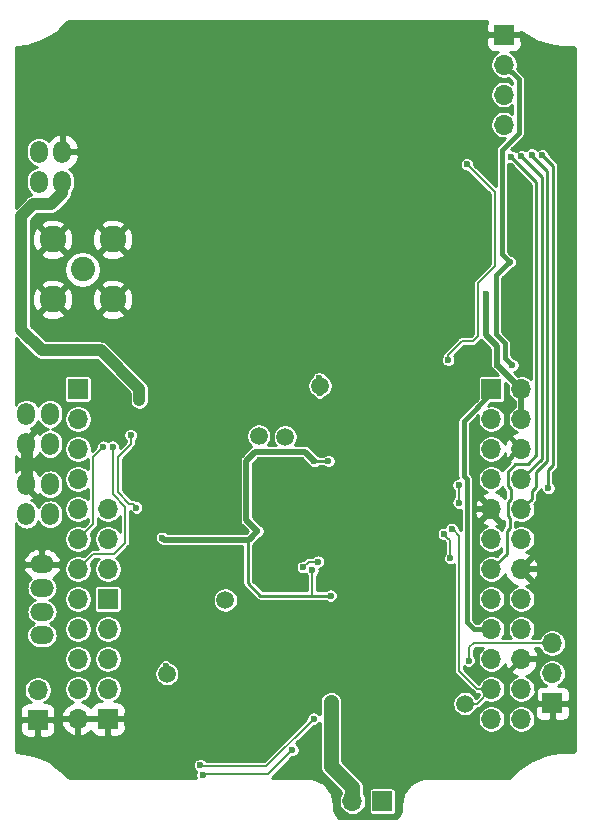
<source format=gbl>
G04 #@! TF.GenerationSoftware,KiCad,Pcbnew,5.1.10-88a1d61d58~88~ubuntu20.04.1*
G04 #@! TF.CreationDate,2021-05-10T20:01:03+02:00*
G04 #@! TF.ProjectId,WiRoc_NanoPi_v1,5769526f-635f-44e6-916e-6f50695f7631,rev?*
G04 #@! TF.SameCoordinates,Original*
G04 #@! TF.FileFunction,Copper,L2,Bot*
G04 #@! TF.FilePolarity,Positive*
%FSLAX46Y46*%
G04 Gerber Fmt 4.6, Leading zero omitted, Abs format (unit mm)*
G04 Created by KiCad (PCBNEW 5.1.10-88a1d61d58~88~ubuntu20.04.1) date 2021-05-10 20:01:03*
%MOMM*%
%LPD*%
G01*
G04 APERTURE LIST*
G04 #@! TA.AperFunction,ComponentPad*
%ADD10C,0.600000*%
G04 #@! TD*
G04 #@! TA.AperFunction,ComponentPad*
%ADD11O,1.700000X1.700000*%
G04 #@! TD*
G04 #@! TA.AperFunction,ComponentPad*
%ADD12R,1.700000X1.700000*%
G04 #@! TD*
G04 #@! TA.AperFunction,SMDPad,CuDef*
%ADD13C,1.500000*%
G04 #@! TD*
G04 #@! TA.AperFunction,ComponentPad*
%ADD14C,2.250000*%
G04 #@! TD*
G04 #@! TA.AperFunction,ComponentPad*
%ADD15C,2.050000*%
G04 #@! TD*
G04 #@! TA.AperFunction,ComponentPad*
%ADD16O,1.500000X1.900000*%
G04 #@! TD*
G04 #@! TA.AperFunction,ComponentPad*
%ADD17O,2.000000X1.500000*%
G04 #@! TD*
G04 #@! TA.AperFunction,ViaPad*
%ADD18C,0.400000*%
G04 #@! TD*
G04 #@! TA.AperFunction,ViaPad*
%ADD19C,0.600000*%
G04 #@! TD*
G04 #@! TA.AperFunction,Conductor*
%ADD20C,0.508000*%
G04 #@! TD*
G04 #@! TA.AperFunction,Conductor*
%ADD21C,0.203200*%
G04 #@! TD*
G04 #@! TA.AperFunction,Conductor*
%ADD22C,0.381000*%
G04 #@! TD*
G04 #@! TA.AperFunction,Conductor*
%ADD23C,0.254000*%
G04 #@! TD*
G04 #@! TA.AperFunction,Conductor*
%ADD24C,1.300000*%
G04 #@! TD*
G04 #@! TA.AperFunction,Conductor*
%ADD25C,1.000000*%
G04 #@! TD*
G04 #@! TA.AperFunction,Conductor*
%ADD26C,0.100000*%
G04 #@! TD*
G04 APERTURE END LIST*
D10*
X71240000Y-92620000D03*
X67090000Y-87580000D03*
X69080000Y-87870000D03*
X50520000Y-101390000D03*
X68870000Y-96530000D03*
X66480000Y-80670000D03*
X70140000Y-87870000D03*
X73280000Y-82830000D03*
X84780000Y-93740000D03*
X84610000Y-99160000D03*
X80640000Y-101650000D03*
X84430000Y-103580000D03*
X80330000Y-105550000D03*
X76770000Y-105680000D03*
X89600000Y-87150000D03*
X87700000Y-63300000D03*
X68830000Y-91950000D03*
X64050000Y-88560000D03*
X62200000Y-88010000D03*
X65250000Y-92930000D03*
X58450000Y-86460000D03*
X62010000Y-83970000D03*
X58350000Y-83900000D03*
X60530000Y-78500000D03*
X60280000Y-84530000D03*
X71660000Y-78650000D03*
X57740000Y-85110000D03*
X56950000Y-108200000D03*
X54850000Y-104700000D03*
X62950000Y-108000000D03*
X81750000Y-48400000D03*
X63250000Y-50300000D03*
X63250000Y-48400000D03*
X65450000Y-51500000D03*
X68650000Y-51500000D03*
X70650000Y-50200000D03*
X70650000Y-48200000D03*
X81750000Y-50300000D03*
X83050000Y-51500000D03*
X86250000Y-51500000D03*
X49850000Y-68900000D03*
X49850000Y-67300000D03*
X51450000Y-68200000D03*
X53250000Y-72300000D03*
X54850000Y-72300000D03*
X53250000Y-64000000D03*
X54050000Y-65600000D03*
X54050000Y-70700000D03*
X61850000Y-70300000D03*
X61850000Y-68900000D03*
X60150000Y-71700000D03*
X86150000Y-75700000D03*
X87250000Y-75700000D03*
X88150000Y-74900000D03*
X87250000Y-81600000D03*
X89950000Y-79800000D03*
X89550000Y-89725000D03*
X89950000Y-81925000D03*
X50275000Y-73050000D03*
X86750000Y-73150000D03*
X65600000Y-59800000D03*
X70900000Y-60600000D03*
X67050000Y-60600000D03*
X73000000Y-55850000D03*
X71050000Y-55850000D03*
X69050000Y-55850000D03*
X67150000Y-55850000D03*
X65650000Y-56400000D03*
X69110000Y-91100000D03*
X82550000Y-89900000D03*
X72050000Y-102400000D03*
X62300000Y-101630000D03*
X65725000Y-72100000D03*
X65725000Y-73975000D03*
X77040000Y-98580000D03*
X75740000Y-99830000D03*
X74180000Y-98360000D03*
X87550000Y-65950000D03*
X90020000Y-73330000D03*
X90110000Y-71050000D03*
X90140000Y-69460000D03*
X85270000Y-73040000D03*
X87620000Y-67920000D03*
X86410000Y-65940000D03*
X83570000Y-73020000D03*
X78800000Y-98580000D03*
X73150000Y-105100000D03*
D11*
X88620000Y-96045000D03*
X88620000Y-83345000D03*
X91160000Y-103665000D03*
X88620000Y-103665000D03*
X91160000Y-98585000D03*
X88620000Y-101125000D03*
X88620000Y-93505000D03*
X91160000Y-106205000D03*
X88620000Y-90965000D03*
X91160000Y-93505000D03*
X91160000Y-101125000D03*
X91160000Y-88425000D03*
X88620000Y-106205000D03*
X91160000Y-96045000D03*
X88620000Y-98585000D03*
X91160000Y-83345000D03*
X91160000Y-90965000D03*
X88620000Y-88425000D03*
D12*
X88620000Y-78265000D03*
D11*
X88620000Y-85885000D03*
X91160000Y-80805000D03*
X88620000Y-80805000D03*
X91160000Y-85885000D03*
X91160000Y-78265000D03*
X53610000Y-85885000D03*
X53610000Y-83345000D03*
X53610000Y-80805000D03*
D12*
X53610000Y-78265000D03*
D11*
X53610000Y-106205000D03*
X53610000Y-103665000D03*
X53610000Y-101125000D03*
X53610000Y-98585000D03*
X53610000Y-96045000D03*
X53610000Y-88425000D03*
X53610000Y-93505000D03*
X53610000Y-90965000D03*
X56150000Y-101125000D03*
X56150000Y-103665000D03*
X56150000Y-98585000D03*
D12*
X56150000Y-106205000D03*
X56150000Y-96045000D03*
D11*
X56150000Y-88425000D03*
X56150000Y-93505000D03*
X56150000Y-90965000D03*
D10*
X59750000Y-108300000D03*
D13*
X86350000Y-104900000D03*
D10*
X53456900Y-73308560D03*
X54850000Y-64000000D03*
X77020000Y-95760000D03*
X51050000Y-108000000D03*
X91998860Y-49325880D03*
X52344380Y-56016240D03*
X50150000Y-51600000D03*
X58450000Y-72100000D03*
X61850000Y-67500000D03*
X60150000Y-64600000D03*
X61850000Y-66000000D03*
X58450000Y-64100000D03*
X65220000Y-82460000D03*
X81150000Y-83575000D03*
X92405260Y-94865540D03*
X92344300Y-92317920D03*
X93779400Y-107570620D03*
X92156340Y-104908700D03*
X78550000Y-85800000D03*
X77050000Y-82900000D03*
X67310000Y-93660000D03*
X67470000Y-95970000D03*
X67470000Y-99370000D03*
X70790000Y-96660000D03*
X60530000Y-80250000D03*
X57600000Y-94650000D03*
X66600000Y-100630000D03*
X80830000Y-93050000D03*
X79160000Y-93050000D03*
X84700000Y-88050000D03*
X80350000Y-86800000D03*
X78650000Y-87300000D03*
X92750000Y-101070000D03*
X75854420Y-81520000D03*
X85630000Y-79310000D03*
X85000000Y-81790000D03*
X94150000Y-95300000D03*
X91160000Y-108820000D03*
X87340000Y-87060000D03*
X87470000Y-89720000D03*
D11*
X50210000Y-103750000D03*
D12*
X50210000Y-106290000D03*
D11*
X89678000Y-55880000D03*
X89678000Y-53340000D03*
X89678000Y-50800000D03*
D12*
X89678000Y-48260000D03*
D11*
X93766700Y-99790600D03*
X93766700Y-102330600D03*
D12*
X93766700Y-104870600D03*
D11*
X76840000Y-113170000D03*
D12*
X79380000Y-113170000D03*
D10*
X81048920Y-60743180D03*
X92950000Y-52800000D03*
X50193000Y-81642300D03*
X81360000Y-78350000D03*
D14*
X51460000Y-65602200D03*
X51460000Y-70682200D03*
X56540000Y-70682200D03*
X56540000Y-65602200D03*
D15*
X54000000Y-68142200D03*
D16*
X52290000Y-58180000D03*
X52290000Y-60720000D03*
X50290000Y-58180000D03*
X50290000Y-60720000D03*
D10*
X50231100Y-84677600D03*
D16*
X49250000Y-88881300D03*
X49250000Y-86341300D03*
X51250000Y-88881300D03*
X51250000Y-86341300D03*
X49250000Y-82899600D03*
X49250000Y-80359600D03*
X51250000Y-82899600D03*
X51250000Y-80359600D03*
D10*
X63830000Y-78360000D03*
X56250000Y-51700000D03*
X54089360Y-56100060D03*
X57450000Y-92450000D03*
X49240500Y-91332400D03*
X67050000Y-70950000D03*
X80914300Y-70532340D03*
X93950000Y-56300000D03*
X61840000Y-104900000D03*
X59400000Y-97730000D03*
X82550000Y-88100000D03*
X80700000Y-98560000D03*
X63970000Y-81260000D03*
X64200000Y-94830000D03*
X67470000Y-97570000D03*
X67040000Y-84460000D03*
X70300000Y-81300000D03*
X72450000Y-81300000D03*
X74800000Y-83530000D03*
X77650000Y-84900000D03*
X82050000Y-86800000D03*
X51661120Y-91367960D03*
X50256500Y-87611300D03*
X76020000Y-77970000D03*
X83940000Y-85490000D03*
X68600000Y-93290000D03*
X67830000Y-104860000D03*
X74226480Y-70011640D03*
X66600000Y-90120000D03*
X67640000Y-79930000D03*
X69000000Y-60600000D03*
X77622460Y-65330420D03*
X74135040Y-60588240D03*
X70096440Y-65515840D03*
X67630000Y-83340000D03*
X62230000Y-89960000D03*
X60600000Y-89910000D03*
X63900000Y-101630000D03*
X64370000Y-96000000D03*
X60000000Y-101640000D03*
X57800000Y-93550000D03*
X67080000Y-85630000D03*
X68810000Y-84780000D03*
X77890000Y-93050000D03*
X81980000Y-94420000D03*
X81970000Y-95970000D03*
X81980000Y-97460000D03*
X68640000Y-94430000D03*
X65120000Y-100610000D03*
X65800000Y-90170000D03*
D13*
X68910000Y-82240000D03*
X71150000Y-82300000D03*
X74110000Y-77980000D03*
X61130000Y-102370000D03*
X66090000Y-96140000D03*
D17*
X50561300Y-95117000D03*
X50561300Y-97117000D03*
X50561300Y-93117000D03*
X50561300Y-99117000D03*
D18*
X74620200Y-87426400D03*
X74620200Y-88826400D03*
X73220200Y-87426400D03*
X73220200Y-88822700D03*
X76020200Y-87426400D03*
X76020200Y-88822700D03*
X76020200Y-90226400D03*
X74620200Y-90226400D03*
X73220200Y-90226400D03*
D19*
X73620000Y-84370000D03*
X68800000Y-90300000D03*
X61039998Y-101760000D03*
X60716348Y-90866330D03*
X73450000Y-93610000D03*
X75000000Y-95760000D03*
X74820000Y-84360000D03*
X69150000Y-82650000D03*
X75040000Y-105700000D03*
X75030000Y-104780000D03*
X73932110Y-92880000D03*
X72660000Y-93350000D03*
X58800000Y-78250000D03*
X58800000Y-79150000D03*
X73560000Y-106170000D03*
X85150000Y-92590000D03*
X84590038Y-90539719D03*
X63950000Y-110100000D03*
X66010000Y-96500000D03*
X89123580Y-76204160D03*
X88124809Y-70214376D03*
X90370000Y-76250000D03*
X90150000Y-67500000D03*
X85850000Y-87900000D03*
X85850000Y-86400000D03*
X91160000Y-58570000D03*
X92033698Y-58423288D03*
X93431420Y-86648640D03*
X92913060Y-58488832D03*
X90261790Y-58613042D03*
X85257890Y-90116788D03*
X70840000Y-82200000D03*
X58540000Y-88300000D03*
X58079999Y-82170000D03*
X74080000Y-78584810D03*
X74020000Y-77348390D03*
X86682589Y-101261186D03*
X55752335Y-83146696D03*
X86540000Y-59250000D03*
X84950000Y-75800000D03*
X56542840Y-83149918D03*
X71768685Y-108818685D03*
X64165938Y-110943565D03*
D20*
X49202400Y-82632900D02*
X50193000Y-81642300D01*
X49202400Y-82899600D02*
X49202400Y-82632900D01*
X49250000Y-86604800D02*
X50256500Y-87611300D01*
X49250000Y-86341300D02*
X49250000Y-86604800D01*
D21*
X92450001Y-101369999D02*
X92750000Y-101070000D01*
X92713500Y-104870600D02*
X92450001Y-104607101D01*
X92450001Y-104607101D02*
X92450001Y-101369999D01*
X93766700Y-104870600D02*
X92713500Y-104870600D01*
X90860001Y-108520001D02*
X91160000Y-108820000D01*
X90017899Y-107677899D02*
X90860001Y-108520001D01*
X90017899Y-102267101D02*
X90017899Y-107677899D01*
D22*
X90310001Y-101974999D02*
X90017899Y-102267101D01*
X91160000Y-101125000D02*
X90310001Y-101974999D01*
X87340000Y-86635736D02*
X87340000Y-87060000D01*
X88029119Y-82113999D02*
X87340000Y-82803118D01*
X89928999Y-82113999D02*
X88029119Y-82113999D01*
X87340000Y-82803118D02*
X87340000Y-86635736D01*
X91160000Y-83345000D02*
X89928999Y-82113999D01*
X90898140Y-83345000D02*
X89735720Y-84507420D01*
X91160000Y-83345000D02*
X90898140Y-83345000D01*
D20*
X88620000Y-88340000D02*
X87340000Y-87060000D01*
X88620000Y-88425000D02*
X88620000Y-88340000D01*
X88620000Y-88570000D02*
X87470000Y-89720000D01*
X88620000Y-88425000D02*
X88620000Y-88570000D01*
X91160000Y-93620280D02*
X92405260Y-94865540D01*
X91160000Y-93505000D02*
X91160000Y-93620280D01*
X91160000Y-93502220D02*
X92344300Y-92317920D01*
X91160000Y-93505000D02*
X91160000Y-93502220D01*
X88620000Y-88795000D02*
X88620000Y-88425000D01*
X89550000Y-89725000D02*
X88620000Y-88795000D01*
X60870018Y-91020000D02*
X60716348Y-90866330D01*
X68080000Y-91020000D02*
X60870018Y-91020000D01*
X68325000Y-90775000D02*
X68080000Y-91020000D01*
X68800000Y-90300000D02*
X68325000Y-90775000D01*
D21*
X73450000Y-95690000D02*
X73380000Y-95760000D01*
X73450000Y-93610000D02*
X73450000Y-95690000D01*
D23*
X75000000Y-95760000D02*
X73380000Y-95760000D01*
X67982499Y-91117501D02*
X68325000Y-90775000D01*
X67982499Y-94686401D02*
X67982499Y-91117501D01*
X69056098Y-95760000D02*
X67982499Y-94686401D01*
X73380000Y-95760000D02*
X69056098Y-95760000D01*
X74810000Y-84370000D02*
X74820000Y-84360000D01*
X73620000Y-84370000D02*
X74810000Y-84370000D01*
D20*
X72830200Y-83570000D02*
X68630000Y-83570000D01*
X67860000Y-89360000D02*
X68800000Y-90300000D01*
X67860000Y-84340000D02*
X67860000Y-89360000D01*
X68630000Y-83570000D02*
X67860000Y-84340000D01*
X73620200Y-84360000D02*
X72830200Y-83570000D01*
D24*
X76840000Y-111967919D02*
X75040000Y-110167919D01*
X76840000Y-113170000D02*
X76840000Y-111967919D01*
X75040000Y-110167919D02*
X75030000Y-104780000D01*
X75040000Y-105700000D02*
X75040000Y-104850000D01*
X75030000Y-104780000D02*
X75040000Y-105700000D01*
D21*
X73932110Y-92880000D02*
X73130000Y-92880000D01*
X73130000Y-92880000D02*
X72660000Y-93350000D01*
D25*
X55522790Y-74972790D02*
X58800000Y-78250000D01*
X48790510Y-73230510D02*
X50532790Y-74972790D01*
X52290000Y-60720000D02*
X52290000Y-61690000D01*
X50532790Y-74972790D02*
X55522790Y-74972790D01*
X52290000Y-61690000D02*
X51360000Y-62620000D01*
X48790510Y-63629490D02*
X48790510Y-73230510D01*
X49800000Y-62620000D02*
X48790510Y-63629490D01*
X51360000Y-62620000D02*
X49800000Y-62620000D01*
X58800000Y-78250000D02*
X58800000Y-79200000D01*
D21*
X85120000Y-92520000D02*
X85120000Y-91069681D01*
X84890037Y-90839718D02*
X84590038Y-90539719D01*
X85120000Y-91069681D02*
X84890037Y-90839718D01*
X64050000Y-110200000D02*
X63950000Y-110100000D01*
X69550000Y-110200000D02*
X64050000Y-110200000D01*
X73560000Y-106190000D02*
X69550000Y-110200000D01*
X73560000Y-106170000D02*
X73560000Y-106190000D01*
D23*
X49253200Y-88881300D02*
X49253200Y-89081300D01*
D20*
X91160000Y-78265000D02*
X91160000Y-80805000D01*
D22*
X49250000Y-89081300D02*
X49250000Y-88881300D01*
D20*
X91160000Y-78265000D02*
X89123580Y-76228580D01*
X89123580Y-76228580D02*
X89123580Y-76204160D01*
X89102289Y-74652289D02*
X88124809Y-73674809D01*
X89123580Y-76204160D02*
X89102289Y-76182869D01*
X88124809Y-73674809D02*
X88124809Y-70638640D01*
X88124809Y-70638640D02*
X88124809Y-70214376D01*
X89102289Y-76182869D02*
X89102289Y-74652289D01*
D22*
X89678000Y-50800000D02*
X89300000Y-51178000D01*
X86263540Y-80986934D02*
X88620000Y-78630474D01*
X88620000Y-98585000D02*
X87135000Y-98585000D01*
X87135000Y-98585000D02*
X86550000Y-98000000D01*
X86263540Y-85613540D02*
X86263540Y-80986934D01*
X86550000Y-98000000D02*
X86550000Y-85900000D01*
X88620000Y-78630474D02*
X88620000Y-78265000D01*
X86550000Y-85900000D02*
X86263540Y-85613540D01*
X89500000Y-66850000D02*
X89850001Y-67200001D01*
X90921701Y-52043701D02*
X90921701Y-56598299D01*
X89850001Y-67200001D02*
X90150000Y-67500000D01*
X89678000Y-50800000D02*
X90921701Y-52043701D01*
X90921701Y-56598299D02*
X89500000Y-58020000D01*
X89500000Y-58020000D02*
X89500000Y-66850000D01*
X89850001Y-67799999D02*
X90150000Y-67500000D01*
X89000000Y-68650000D02*
X89850001Y-67799999D01*
X90370000Y-76250000D02*
X89750000Y-75630000D01*
X89750000Y-75630000D02*
X89750000Y-74384000D01*
X89750000Y-74384000D02*
X89000000Y-73634000D01*
X89000000Y-73634000D02*
X89000000Y-68650000D01*
D21*
X89678000Y-55880000D02*
X89899200Y-55880000D01*
X85850000Y-87900000D02*
X85850000Y-86400000D01*
D23*
X92877711Y-60287711D02*
X91459999Y-58869999D01*
X92877711Y-84167289D02*
X92877711Y-60287711D01*
X91160000Y-85885000D02*
X92877711Y-84167289D01*
X91459999Y-58869999D02*
X91160000Y-58570000D01*
X92033698Y-58515853D02*
X92033698Y-58423288D01*
X93337159Y-59819314D02*
X92033698Y-58515853D01*
X92400000Y-85300000D02*
X93337159Y-84362841D01*
X93337159Y-84362841D02*
X93337159Y-59819314D01*
X91160000Y-88425000D02*
X92009999Y-87575001D01*
X92400000Y-86550000D02*
X92400000Y-85300000D01*
X92009999Y-87575001D02*
X92009999Y-86940001D01*
X92009999Y-86940001D02*
X92400000Y-86550000D01*
X93213059Y-58788831D02*
X92913060Y-58488832D01*
X93822859Y-59398631D02*
X93213059Y-58788831D01*
X93400000Y-85100000D02*
X93822859Y-84677141D01*
X93400000Y-86617220D02*
X93400000Y-85100000D01*
X93431420Y-86648640D02*
X93400000Y-86617220D01*
X93822859Y-84677141D02*
X93822859Y-59398631D01*
X90561789Y-58913041D02*
X90261790Y-58613042D01*
X92420500Y-83892740D02*
X92420500Y-60771752D01*
X89979799Y-85276801D02*
X90634880Y-84621720D01*
X90180201Y-90027497D02*
X90180201Y-89191899D01*
X89925000Y-90282698D02*
X90180201Y-90027497D01*
X89979799Y-88991497D02*
X89979799Y-87858503D01*
X89979799Y-86451497D02*
X89979799Y-85276801D01*
X92420500Y-60771752D02*
X90561789Y-58913041D01*
X89925000Y-92200000D02*
X89925000Y-90282698D01*
X88620000Y-93505000D02*
X89925000Y-92200000D01*
X90250000Y-86721698D02*
X89979799Y-86451497D01*
X91691520Y-84621720D02*
X92420500Y-83892740D01*
X89979799Y-87858503D02*
X90250000Y-87588302D01*
X90634880Y-84621720D02*
X91691520Y-84621720D01*
X90180201Y-89191899D02*
X89979799Y-88991497D01*
X90250000Y-87588302D02*
X90250000Y-86721698D01*
D21*
X88605000Y-103650000D02*
X88620000Y-103665000D01*
X85271102Y-90130000D02*
X85257890Y-90116788D01*
X85357890Y-90130000D02*
X85271102Y-90130000D01*
X85900000Y-101206417D02*
X85900000Y-90672110D01*
X85900000Y-90672110D02*
X85357890Y-90130000D01*
X85900000Y-102147081D02*
X85900000Y-101206417D01*
X87417919Y-103665000D02*
X85900000Y-102147081D01*
X88620000Y-103665000D02*
X87417919Y-103665000D01*
X87385000Y-104900000D02*
X86350000Y-104900000D01*
X88620000Y-103665000D02*
X87385000Y-104900000D01*
X56976845Y-87003155D02*
X56976845Y-83996845D01*
X57973691Y-88000001D02*
X56976845Y-87003155D01*
X58240001Y-88000001D02*
X57973691Y-88000001D01*
X58540000Y-88300000D02*
X58240001Y-88000001D01*
X58079999Y-82893691D02*
X58079999Y-82170000D01*
X56976845Y-83996845D02*
X58079999Y-82893691D01*
X74020000Y-77890000D02*
X74110000Y-77980000D01*
X74020000Y-77348390D02*
X74020000Y-77890000D01*
X56150000Y-98585000D02*
X56150000Y-98434400D01*
X86750000Y-101193775D02*
X86682589Y-101261186D01*
X86750000Y-100150000D02*
X86750000Y-101193775D01*
X87109400Y-99790600D02*
X86750000Y-100150000D01*
X93766700Y-99790600D02*
X87109400Y-99790600D01*
X55452336Y-83446695D02*
X55752335Y-83146696D01*
X53610000Y-90965000D02*
X54873280Y-89701720D01*
X54873280Y-84025751D02*
X55452336Y-83446695D01*
X54873280Y-89701720D02*
X54873280Y-84025751D01*
X84950000Y-75375736D02*
X84950000Y-75800000D01*
X87050000Y-74200000D02*
X86125736Y-74200000D01*
X87500000Y-73750000D02*
X87050000Y-74200000D01*
X87500000Y-69280000D02*
X87500000Y-73750000D01*
X86125736Y-74200000D02*
X84950000Y-75375736D01*
X88900000Y-61610000D02*
X88900000Y-67880000D01*
X86540000Y-59250000D02*
X88900000Y-61610000D01*
X88900000Y-67880000D02*
X87500000Y-69280000D01*
X54908840Y-92206160D02*
X53610000Y-93505000D01*
X57600000Y-91266000D02*
X56659840Y-92206160D01*
X57600000Y-88236791D02*
X57600000Y-91266000D01*
X56659840Y-92206160D02*
X54908840Y-92206160D01*
X56542840Y-87179632D02*
X57600000Y-88236791D01*
X56542840Y-83149918D02*
X56542840Y-87179632D01*
X53610000Y-88425000D02*
X53610000Y-88249000D01*
D25*
X53610000Y-88249000D02*
X53610000Y-88144786D01*
D21*
X69687370Y-110900000D02*
X71468686Y-109118684D01*
X71468686Y-109118684D02*
X71768685Y-108818685D01*
X64149994Y-110900000D02*
X69687370Y-110900000D01*
D23*
X88238498Y-47165820D02*
X88202188Y-47285518D01*
X88189928Y-47410000D01*
X88193000Y-47974250D01*
X88351750Y-48133000D01*
X89551000Y-48133000D01*
X89551000Y-48113000D01*
X89805000Y-48113000D01*
X89805000Y-48133000D01*
X91004250Y-48133000D01*
X91137309Y-47999941D01*
X91682097Y-48393245D01*
X91691874Y-48399172D01*
X91701058Y-48405950D01*
X91726927Y-48420424D01*
X91726948Y-48420437D01*
X91726958Y-48420441D01*
X92588995Y-48852626D01*
X92599592Y-48856913D01*
X92609743Y-48862136D01*
X92637592Y-48872287D01*
X92637617Y-48872297D01*
X92637629Y-48872300D01*
X93557672Y-49161101D01*
X93568814Y-49163638D01*
X93579674Y-49167172D01*
X93608813Y-49172745D01*
X94538742Y-49307197D01*
X94545897Y-49309367D01*
X94593939Y-49314099D01*
X95499467Y-49314099D01*
X95543295Y-49321099D01*
X95574710Y-49332703D01*
X95603270Y-49350187D01*
X95627893Y-49372888D01*
X95647638Y-49399938D01*
X95661753Y-49430310D01*
X95670245Y-49465077D01*
X95673000Y-49512506D01*
X95673001Y-108788147D01*
X95669116Y-108841747D01*
X95660255Y-108874041D01*
X95645289Y-108903998D01*
X95624790Y-108930478D01*
X95599535Y-108952474D01*
X95570492Y-108969145D01*
X95538758Y-108979859D01*
X95494116Y-108985700D01*
X94574439Y-108985700D01*
X94526397Y-108990432D01*
X94521108Y-108992036D01*
X93771297Y-109091379D01*
X93762544Y-109093263D01*
X93753644Y-109094211D01*
X93724770Y-109101026D01*
X92797057Y-109364947D01*
X92786354Y-109368944D01*
X92775335Y-109371955D01*
X92747922Y-109383298D01*
X91874339Y-109792147D01*
X91864413Y-109797804D01*
X91854018Y-109802537D01*
X91828783Y-109818111D01*
X91828770Y-109818118D01*
X91828765Y-109818122D01*
X91031791Y-110361377D01*
X91022890Y-110368554D01*
X91013392Y-110374884D01*
X90990978Y-110394285D01*
X90990961Y-110394299D01*
X90990955Y-110394306D01*
X90297989Y-111051452D01*
X90273357Y-111073631D01*
X90270302Y-111077024D01*
X90226750Y-111126077D01*
X90200035Y-111146355D01*
X90169895Y-111161056D01*
X90137476Y-111169621D01*
X90083766Y-111173000D01*
X83273939Y-111173000D01*
X83258855Y-111174486D01*
X83245732Y-111174394D01*
X83241187Y-111174839D01*
X82856643Y-111215257D01*
X82827629Y-111221213D01*
X82798499Y-111226770D01*
X82794127Y-111228090D01*
X82424758Y-111342429D01*
X82397416Y-111353922D01*
X82369956Y-111365017D01*
X82365925Y-111367160D01*
X82025798Y-111551066D01*
X82001225Y-111567641D01*
X81976428Y-111583867D01*
X81972890Y-111586753D01*
X81674961Y-111833221D01*
X81654093Y-111854236D01*
X81632902Y-111874987D01*
X81629991Y-111878505D01*
X81385609Y-112178147D01*
X81369198Y-112202847D01*
X81352464Y-112227287D01*
X81350292Y-112231303D01*
X81168765Y-112572706D01*
X81157468Y-112600115D01*
X81145796Y-112627348D01*
X81144445Y-112631710D01*
X81032688Y-113001870D01*
X81026931Y-113030947D01*
X81020770Y-113059932D01*
X81020293Y-113064474D01*
X80982561Y-113449290D01*
X80981000Y-113465140D01*
X80981000Y-113806882D01*
X80953456Y-114005621D01*
X80893363Y-114179253D01*
X80800689Y-114337905D01*
X80678966Y-114475532D01*
X80532825Y-114586900D01*
X80459668Y-114622754D01*
X75814758Y-114629687D01*
X75676095Y-114548689D01*
X75538468Y-114426966D01*
X75427100Y-114280825D01*
X75346242Y-114115842D01*
X75298268Y-113935664D01*
X75285000Y-113772704D01*
X75285000Y-113465139D01*
X75283520Y-113450108D01*
X75283606Y-113437732D01*
X75283161Y-113433187D01*
X75242743Y-113048643D01*
X75236787Y-113019629D01*
X75231230Y-112990499D01*
X75229910Y-112986127D01*
X75115571Y-112616758D01*
X75104078Y-112589416D01*
X75092983Y-112561956D01*
X75090840Y-112557925D01*
X74906934Y-112217798D01*
X74890359Y-112193225D01*
X74874133Y-112168428D01*
X74871247Y-112164890D01*
X74624779Y-111866961D01*
X74603764Y-111846093D01*
X74583013Y-111824902D01*
X74579495Y-111821991D01*
X74279853Y-111577609D01*
X74255153Y-111561198D01*
X74230713Y-111544464D01*
X74226697Y-111542292D01*
X73885294Y-111360765D01*
X73857885Y-111349468D01*
X73830652Y-111337796D01*
X73826290Y-111336445D01*
X73456130Y-111224688D01*
X73427053Y-111218931D01*
X73398068Y-111212770D01*
X73393526Y-111212293D01*
X73008710Y-111174561D01*
X73008709Y-111174561D01*
X72992861Y-111173000D01*
X70007066Y-111173000D01*
X71743882Y-109436185D01*
X71829503Y-109436185D01*
X71948803Y-109412455D01*
X72061181Y-109365907D01*
X72162318Y-109298329D01*
X72248329Y-109212318D01*
X72315907Y-109111181D01*
X72362455Y-108998803D01*
X72386185Y-108879503D01*
X72386185Y-108757867D01*
X72362455Y-108638567D01*
X72315907Y-108526189D01*
X72248329Y-108425052D01*
X72162318Y-108339041D01*
X72067207Y-108275490D01*
X73555197Y-106787500D01*
X73620818Y-106787500D01*
X73740118Y-106763770D01*
X73852496Y-106717222D01*
X73953633Y-106649644D01*
X74039644Y-106563633D01*
X74065737Y-106524583D01*
X74072412Y-110121288D01*
X74067819Y-110167919D01*
X74072588Y-110216341D01*
X74072590Y-110217241D01*
X74077259Y-110263765D01*
X74086500Y-110357582D01*
X74086762Y-110358446D01*
X74086853Y-110359351D01*
X74114406Y-110449575D01*
X74141822Y-110539956D01*
X74142251Y-110540759D01*
X74142515Y-110541623D01*
X74187056Y-110624583D01*
X74231661Y-110708034D01*
X74232237Y-110708736D01*
X74232665Y-110709533D01*
X74292594Y-110782280D01*
X74322268Y-110818438D01*
X74322906Y-110819076D01*
X74353842Y-110856629D01*
X74390114Y-110886284D01*
X75872501Y-112368671D01*
X75872501Y-112516521D01*
X75805375Y-112616981D01*
X75717366Y-112829453D01*
X75672500Y-113055011D01*
X75672500Y-113284989D01*
X75717366Y-113510547D01*
X75805375Y-113723019D01*
X75933144Y-113914238D01*
X76095762Y-114076856D01*
X76286981Y-114204625D01*
X76499453Y-114292634D01*
X76725011Y-114337500D01*
X76954989Y-114337500D01*
X77180547Y-114292634D01*
X77393019Y-114204625D01*
X77584238Y-114076856D01*
X77746856Y-113914238D01*
X77874625Y-113723019D01*
X77962634Y-113510547D01*
X78007500Y-113284989D01*
X78007500Y-113055011D01*
X77962634Y-112829453D01*
X77874625Y-112616981D01*
X77807500Y-112516522D01*
X77807500Y-112320000D01*
X78210964Y-112320000D01*
X78210964Y-114020000D01*
X78217094Y-114082241D01*
X78235249Y-114142090D01*
X78264731Y-114197247D01*
X78304407Y-114245593D01*
X78352753Y-114285269D01*
X78407910Y-114314751D01*
X78467759Y-114332906D01*
X78530000Y-114339036D01*
X80230000Y-114339036D01*
X80292241Y-114332906D01*
X80352090Y-114314751D01*
X80407247Y-114285269D01*
X80455593Y-114245593D01*
X80495269Y-114197247D01*
X80524751Y-114142090D01*
X80542906Y-114082241D01*
X80549036Y-114020000D01*
X80549036Y-112320000D01*
X80542906Y-112257759D01*
X80524751Y-112197910D01*
X80495269Y-112142753D01*
X80455593Y-112094407D01*
X80407247Y-112054731D01*
X80352090Y-112025249D01*
X80292241Y-112007094D01*
X80230000Y-112000964D01*
X78530000Y-112000964D01*
X78467759Y-112007094D01*
X78407910Y-112025249D01*
X78352753Y-112054731D01*
X78304407Y-112094407D01*
X78264731Y-112142753D01*
X78235249Y-112197910D01*
X78217094Y-112257759D01*
X78210964Y-112320000D01*
X77807500Y-112320000D01*
X77807500Y-112015443D01*
X77812181Y-111967918D01*
X77807448Y-111919869D01*
X77793501Y-111778256D01*
X77738178Y-111595881D01*
X77648339Y-111427804D01*
X77527436Y-111280483D01*
X77490519Y-111250186D01*
X76006756Y-109766424D01*
X75999933Y-106090011D01*
X87452500Y-106090011D01*
X87452500Y-106319989D01*
X87497366Y-106545547D01*
X87585375Y-106758019D01*
X87713144Y-106949238D01*
X87875762Y-107111856D01*
X88066981Y-107239625D01*
X88279453Y-107327634D01*
X88505011Y-107372500D01*
X88734989Y-107372500D01*
X88960547Y-107327634D01*
X89173019Y-107239625D01*
X89364238Y-107111856D01*
X89526856Y-106949238D01*
X89654625Y-106758019D01*
X89742634Y-106545547D01*
X89787500Y-106319989D01*
X89787500Y-106090011D01*
X89992500Y-106090011D01*
X89992500Y-106319989D01*
X90037366Y-106545547D01*
X90125375Y-106758019D01*
X90253144Y-106949238D01*
X90415762Y-107111856D01*
X90606981Y-107239625D01*
X90819453Y-107327634D01*
X91045011Y-107372500D01*
X91274989Y-107372500D01*
X91500547Y-107327634D01*
X91713019Y-107239625D01*
X91904238Y-107111856D01*
X92066856Y-106949238D01*
X92194625Y-106758019D01*
X92282634Y-106545547D01*
X92327500Y-106319989D01*
X92327500Y-106090011D01*
X92282634Y-105864453D01*
X92223048Y-105720600D01*
X92278628Y-105720600D01*
X92290888Y-105845082D01*
X92327198Y-105964780D01*
X92386163Y-106075094D01*
X92465515Y-106171785D01*
X92562206Y-106251137D01*
X92672520Y-106310102D01*
X92792218Y-106346412D01*
X92916700Y-106358672D01*
X93480950Y-106355600D01*
X93639700Y-106196850D01*
X93639700Y-104997600D01*
X93893700Y-104997600D01*
X93893700Y-106196850D01*
X94052450Y-106355600D01*
X94616700Y-106358672D01*
X94741182Y-106346412D01*
X94860880Y-106310102D01*
X94971194Y-106251137D01*
X95067885Y-106171785D01*
X95147237Y-106075094D01*
X95206202Y-105964780D01*
X95242512Y-105845082D01*
X95254772Y-105720600D01*
X95251700Y-105156350D01*
X95092950Y-104997600D01*
X93893700Y-104997600D01*
X93639700Y-104997600D01*
X92440450Y-104997600D01*
X92281700Y-105156350D01*
X92278628Y-105720600D01*
X92223048Y-105720600D01*
X92194625Y-105651981D01*
X92066856Y-105460762D01*
X91904238Y-105298144D01*
X91713019Y-105170375D01*
X91500547Y-105082366D01*
X91274989Y-105037500D01*
X91045011Y-105037500D01*
X90819453Y-105082366D01*
X90606981Y-105170375D01*
X90415762Y-105298144D01*
X90253144Y-105460762D01*
X90125375Y-105651981D01*
X90037366Y-105864453D01*
X89992500Y-106090011D01*
X89787500Y-106090011D01*
X89742634Y-105864453D01*
X89654625Y-105651981D01*
X89526856Y-105460762D01*
X89364238Y-105298144D01*
X89173019Y-105170375D01*
X88960547Y-105082366D01*
X88734989Y-105037500D01*
X88505011Y-105037500D01*
X88279453Y-105082366D01*
X88066981Y-105170375D01*
X87875762Y-105298144D01*
X87713144Y-105460762D01*
X87585375Y-105651981D01*
X87497366Y-105864453D01*
X87452500Y-106090011D01*
X75999933Y-106090011D01*
X75999458Y-105834135D01*
X76003353Y-105789632D01*
X76007500Y-105747527D01*
X76007500Y-105742252D01*
X76007959Y-105737008D01*
X76007500Y-105694780D01*
X76007500Y-104802474D01*
X75993501Y-104660338D01*
X75988792Y-104644816D01*
X75983147Y-104588568D01*
X75981862Y-104584360D01*
X75981383Y-104579985D01*
X75954029Y-104493219D01*
X75927485Y-104406296D01*
X75925405Y-104402422D01*
X75924081Y-104398222D01*
X75880352Y-104318508D01*
X75837335Y-104238386D01*
X75834534Y-104234986D01*
X75832420Y-104231132D01*
X75773983Y-104161484D01*
X75716158Y-104091290D01*
X75712753Y-104088507D01*
X75709923Y-104085133D01*
X75638993Y-104028201D01*
X75568613Y-103970660D01*
X75564727Y-103968592D01*
X75561297Y-103965839D01*
X75480653Y-103923855D01*
X75400370Y-103881134D01*
X75396157Y-103879865D01*
X75392253Y-103877832D01*
X75304924Y-103852374D01*
X75217892Y-103826149D01*
X75213514Y-103825726D01*
X75209288Y-103824494D01*
X75118698Y-103816565D01*
X75028196Y-103807821D01*
X75023816Y-103808261D01*
X75019434Y-103807877D01*
X74929055Y-103817771D01*
X74838568Y-103826853D01*
X74834360Y-103828138D01*
X74829985Y-103828617D01*
X74743219Y-103855971D01*
X74656296Y-103882515D01*
X74652422Y-103884595D01*
X74648222Y-103885919D01*
X74568508Y-103929648D01*
X74488386Y-103972665D01*
X74484986Y-103975466D01*
X74481132Y-103977580D01*
X74411484Y-104036017D01*
X74341290Y-104093842D01*
X74338507Y-104097247D01*
X74335133Y-104100077D01*
X74278201Y-104171007D01*
X74220660Y-104241387D01*
X74218592Y-104245273D01*
X74215839Y-104248703D01*
X74173855Y-104329347D01*
X74131134Y-104409630D01*
X74129865Y-104413843D01*
X74127832Y-104417747D01*
X74102374Y-104505076D01*
X74076149Y-104592108D01*
X74075726Y-104596486D01*
X74074494Y-104600712D01*
X74066564Y-104691318D01*
X74062414Y-104734269D01*
X74062422Y-104738638D01*
X74062041Y-104742992D01*
X74062510Y-104786170D01*
X74064417Y-105813442D01*
X74039644Y-105776367D01*
X73953633Y-105690356D01*
X73852496Y-105622778D01*
X73740118Y-105576230D01*
X73620818Y-105552500D01*
X73499182Y-105552500D01*
X73379882Y-105576230D01*
X73267504Y-105622778D01*
X73166367Y-105690356D01*
X73080356Y-105776367D01*
X73012778Y-105877504D01*
X72966230Y-105989882D01*
X72942500Y-106109182D01*
X72942500Y-106214803D01*
X69376404Y-109780900D01*
X64479446Y-109780900D01*
X64429644Y-109706367D01*
X64343633Y-109620356D01*
X64242496Y-109552778D01*
X64130118Y-109506230D01*
X64010818Y-109482500D01*
X63889182Y-109482500D01*
X63769882Y-109506230D01*
X63657504Y-109552778D01*
X63556367Y-109620356D01*
X63470356Y-109706367D01*
X63402778Y-109807504D01*
X63356230Y-109919882D01*
X63332500Y-110039182D01*
X63332500Y-110160818D01*
X63356230Y-110280118D01*
X63402778Y-110392496D01*
X63470356Y-110493633D01*
X63556367Y-110579644D01*
X63632465Y-110630492D01*
X63618716Y-110651069D01*
X63572168Y-110763447D01*
X63548438Y-110882747D01*
X63548438Y-111004383D01*
X63572168Y-111123683D01*
X63592596Y-111173000D01*
X52905988Y-111173000D01*
X52856705Y-111168168D01*
X52824674Y-111158497D01*
X52795130Y-111142788D01*
X52761441Y-111115312D01*
X52751956Y-111105171D01*
X52742151Y-111094600D01*
X52153349Y-110514903D01*
X52146037Y-110508778D01*
X52139386Y-110501935D01*
X52116205Y-110483420D01*
X51336029Y-109916296D01*
X51326280Y-109910342D01*
X51317110Y-109903528D01*
X51291300Y-109888977D01*
X51291267Y-109888957D01*
X51291251Y-109888951D01*
X50430454Y-109453865D01*
X50419876Y-109449545D01*
X50409736Y-109444286D01*
X50381906Y-109434039D01*
X50381897Y-109434035D01*
X50381893Y-109434034D01*
X49462594Y-109142166D01*
X49451459Y-109139592D01*
X49440612Y-109136023D01*
X49411518Y-109130360D01*
X49411491Y-109130354D01*
X49411479Y-109130353D01*
X48487734Y-108993714D01*
X48438005Y-108979830D01*
X48408145Y-108964746D01*
X48381779Y-108944148D01*
X48359916Y-108918819D01*
X48343387Y-108889723D01*
X48332829Y-108857985D01*
X48327000Y-108811842D01*
X48327000Y-107140000D01*
X48721928Y-107140000D01*
X48734188Y-107264482D01*
X48770498Y-107384180D01*
X48829463Y-107494494D01*
X48908815Y-107591185D01*
X49005506Y-107670537D01*
X49115820Y-107729502D01*
X49235518Y-107765812D01*
X49360000Y-107778072D01*
X49924250Y-107775000D01*
X50083000Y-107616250D01*
X50083000Y-106417000D01*
X50337000Y-106417000D01*
X50337000Y-107616250D01*
X50495750Y-107775000D01*
X51060000Y-107778072D01*
X51184482Y-107765812D01*
X51304180Y-107729502D01*
X51414494Y-107670537D01*
X51511185Y-107591185D01*
X51590537Y-107494494D01*
X51649502Y-107384180D01*
X51685812Y-107264482D01*
X51698072Y-107140000D01*
X51695000Y-106575750D01*
X51681140Y-106561890D01*
X52168524Y-106561890D01*
X52213175Y-106709099D01*
X52338359Y-106971920D01*
X52512412Y-107205269D01*
X52728645Y-107400178D01*
X52978748Y-107549157D01*
X53253109Y-107646481D01*
X53483000Y-107525814D01*
X53483000Y-106332000D01*
X53737000Y-106332000D01*
X53737000Y-107525814D01*
X53966891Y-107646481D01*
X54241252Y-107549157D01*
X54491355Y-107400178D01*
X54687502Y-107223374D01*
X54710498Y-107299180D01*
X54769463Y-107409494D01*
X54848815Y-107506185D01*
X54945506Y-107585537D01*
X55055820Y-107644502D01*
X55175518Y-107680812D01*
X55300000Y-107693072D01*
X55864250Y-107690000D01*
X56023000Y-107531250D01*
X56023000Y-106332000D01*
X56277000Y-106332000D01*
X56277000Y-107531250D01*
X56435750Y-107690000D01*
X57000000Y-107693072D01*
X57124482Y-107680812D01*
X57244180Y-107644502D01*
X57354494Y-107585537D01*
X57451185Y-107506185D01*
X57530537Y-107409494D01*
X57589502Y-107299180D01*
X57625812Y-107179482D01*
X57638072Y-107055000D01*
X57635000Y-106490750D01*
X57476250Y-106332000D01*
X56277000Y-106332000D01*
X56023000Y-106332000D01*
X53737000Y-106332000D01*
X53483000Y-106332000D01*
X52289845Y-106332000D01*
X52168524Y-106561890D01*
X51681140Y-106561890D01*
X51536250Y-106417000D01*
X50337000Y-106417000D01*
X50083000Y-106417000D01*
X48883750Y-106417000D01*
X48725000Y-106575750D01*
X48721928Y-107140000D01*
X48327000Y-107140000D01*
X48327000Y-105440000D01*
X48721928Y-105440000D01*
X48725000Y-106004250D01*
X48883750Y-106163000D01*
X50083000Y-106163000D01*
X50083000Y-106143000D01*
X50337000Y-106143000D01*
X50337000Y-106163000D01*
X51536250Y-106163000D01*
X51695000Y-106004250D01*
X51695850Y-105848110D01*
X52168524Y-105848110D01*
X52289845Y-106078000D01*
X53483000Y-106078000D01*
X53483000Y-106058000D01*
X53737000Y-106058000D01*
X53737000Y-106078000D01*
X56023000Y-106078000D01*
X56023000Y-106058000D01*
X56277000Y-106058000D01*
X56277000Y-106078000D01*
X57476250Y-106078000D01*
X57635000Y-105919250D01*
X57638072Y-105355000D01*
X57625812Y-105230518D01*
X57589502Y-105110820D01*
X57530537Y-105000506D01*
X57451185Y-104903815D01*
X57354494Y-104824463D01*
X57244180Y-104765498D01*
X57124482Y-104729188D01*
X57000000Y-104716928D01*
X56656734Y-104718797D01*
X56703019Y-104699625D01*
X56894238Y-104571856D01*
X57056856Y-104409238D01*
X57184625Y-104218019D01*
X57272634Y-104005547D01*
X57317500Y-103779989D01*
X57317500Y-103550011D01*
X57272634Y-103324453D01*
X57184625Y-103111981D01*
X57056856Y-102920762D01*
X56894238Y-102758144D01*
X56703019Y-102630375D01*
X56490547Y-102542366D01*
X56264989Y-102497500D01*
X56035011Y-102497500D01*
X55809453Y-102542366D01*
X55596981Y-102630375D01*
X55405762Y-102758144D01*
X55243144Y-102920762D01*
X55115375Y-103111981D01*
X55027366Y-103324453D01*
X54982500Y-103550011D01*
X54982500Y-103779989D01*
X55027366Y-104005547D01*
X55115375Y-104218019D01*
X55243144Y-104409238D01*
X55405762Y-104571856D01*
X55596981Y-104699625D01*
X55643266Y-104718797D01*
X55300000Y-104716928D01*
X55175518Y-104729188D01*
X55055820Y-104765498D01*
X54945506Y-104824463D01*
X54848815Y-104903815D01*
X54769463Y-105000506D01*
X54710498Y-105110820D01*
X54687502Y-105186626D01*
X54491355Y-105009822D01*
X54241252Y-104860843D01*
X53989448Y-104771521D01*
X54163019Y-104699625D01*
X54354238Y-104571856D01*
X54516856Y-104409238D01*
X54644625Y-104218019D01*
X54732634Y-104005547D01*
X54777500Y-103779989D01*
X54777500Y-103550011D01*
X54732634Y-103324453D01*
X54644625Y-103111981D01*
X54516856Y-102920762D01*
X54354238Y-102758144D01*
X54163019Y-102630375D01*
X53950547Y-102542366D01*
X53724989Y-102497500D01*
X53495011Y-102497500D01*
X53269453Y-102542366D01*
X53056981Y-102630375D01*
X52865762Y-102758144D01*
X52703144Y-102920762D01*
X52575375Y-103111981D01*
X52487366Y-103324453D01*
X52442500Y-103550011D01*
X52442500Y-103779989D01*
X52487366Y-104005547D01*
X52575375Y-104218019D01*
X52703144Y-104409238D01*
X52865762Y-104571856D01*
X53056981Y-104699625D01*
X53230552Y-104771521D01*
X52978748Y-104860843D01*
X52728645Y-105009822D01*
X52512412Y-105204731D01*
X52338359Y-105438080D01*
X52213175Y-105700901D01*
X52168524Y-105848110D01*
X51695850Y-105848110D01*
X51698072Y-105440000D01*
X51685812Y-105315518D01*
X51649502Y-105195820D01*
X51590537Y-105085506D01*
X51511185Y-104988815D01*
X51414494Y-104909463D01*
X51304180Y-104850498D01*
X51184482Y-104814188D01*
X51060000Y-104801928D01*
X50750361Y-104803614D01*
X50769034Y-104795879D01*
X50962333Y-104666721D01*
X51126721Y-104502333D01*
X51255879Y-104309034D01*
X51344845Y-104094252D01*
X51390200Y-103866240D01*
X51390200Y-103633760D01*
X51344845Y-103405748D01*
X51255879Y-103190966D01*
X51126721Y-102997667D01*
X50962333Y-102833279D01*
X50769034Y-102704121D01*
X50554252Y-102615155D01*
X50326240Y-102569800D01*
X50093760Y-102569800D01*
X49865748Y-102615155D01*
X49650966Y-102704121D01*
X49457667Y-102833279D01*
X49293279Y-102997667D01*
X49164121Y-103190966D01*
X49075155Y-103405748D01*
X49029800Y-103633760D01*
X49029800Y-103866240D01*
X49075155Y-104094252D01*
X49164121Y-104309034D01*
X49293279Y-104502333D01*
X49457667Y-104666721D01*
X49650966Y-104795879D01*
X49669639Y-104803614D01*
X49360000Y-104801928D01*
X49235518Y-104814188D01*
X49115820Y-104850498D01*
X49005506Y-104909463D01*
X48908815Y-104988815D01*
X48829463Y-105085506D01*
X48770498Y-105195820D01*
X48734188Y-105315518D01*
X48721928Y-105440000D01*
X48327000Y-105440000D01*
X48327000Y-101010011D01*
X52442500Y-101010011D01*
X52442500Y-101239989D01*
X52487366Y-101465547D01*
X52575375Y-101678019D01*
X52703144Y-101869238D01*
X52865762Y-102031856D01*
X53056981Y-102159625D01*
X53269453Y-102247634D01*
X53495011Y-102292500D01*
X53724989Y-102292500D01*
X53950547Y-102247634D01*
X54163019Y-102159625D01*
X54354238Y-102031856D01*
X54516856Y-101869238D01*
X54644625Y-101678019D01*
X54732634Y-101465547D01*
X54777500Y-101239989D01*
X54777500Y-101010011D01*
X54982500Y-101010011D01*
X54982500Y-101239989D01*
X55027366Y-101465547D01*
X55115375Y-101678019D01*
X55243144Y-101869238D01*
X55405762Y-102031856D01*
X55596981Y-102159625D01*
X55809453Y-102247634D01*
X56035011Y-102292500D01*
X56264989Y-102292500D01*
X56403945Y-102264860D01*
X60062500Y-102264860D01*
X60062500Y-102475140D01*
X60103524Y-102681378D01*
X60183994Y-102875651D01*
X60300819Y-103050491D01*
X60449509Y-103199181D01*
X60624349Y-103316006D01*
X60818622Y-103396476D01*
X61024860Y-103437500D01*
X61235140Y-103437500D01*
X61441378Y-103396476D01*
X61635651Y-103316006D01*
X61810491Y-103199181D01*
X61959181Y-103050491D01*
X62076006Y-102875651D01*
X62156476Y-102681378D01*
X62197500Y-102475140D01*
X62197500Y-102264860D01*
X62156476Y-102058622D01*
X62076006Y-101864349D01*
X61959181Y-101689509D01*
X61810491Y-101540819D01*
X61635651Y-101423994D01*
X61528488Y-101379606D01*
X61519642Y-101366367D01*
X61433631Y-101280356D01*
X61332494Y-101212778D01*
X61220116Y-101166230D01*
X61100816Y-101142500D01*
X60979180Y-101142500D01*
X60859880Y-101166230D01*
X60747502Y-101212778D01*
X60646365Y-101280356D01*
X60560354Y-101366367D01*
X60492776Y-101467504D01*
X60467345Y-101528902D01*
X60449509Y-101540819D01*
X60300819Y-101689509D01*
X60183994Y-101864349D01*
X60103524Y-102058622D01*
X60062500Y-102264860D01*
X56403945Y-102264860D01*
X56490547Y-102247634D01*
X56703019Y-102159625D01*
X56894238Y-102031856D01*
X57056856Y-101869238D01*
X57184625Y-101678019D01*
X57272634Y-101465547D01*
X57317500Y-101239989D01*
X57317500Y-101010011D01*
X57272634Y-100784453D01*
X57184625Y-100571981D01*
X57056856Y-100380762D01*
X56894238Y-100218144D01*
X56703019Y-100090375D01*
X56490547Y-100002366D01*
X56264989Y-99957500D01*
X56035011Y-99957500D01*
X55809453Y-100002366D01*
X55596981Y-100090375D01*
X55405762Y-100218144D01*
X55243144Y-100380762D01*
X55115375Y-100571981D01*
X55027366Y-100784453D01*
X54982500Y-101010011D01*
X54777500Y-101010011D01*
X54732634Y-100784453D01*
X54644625Y-100571981D01*
X54516856Y-100380762D01*
X54354238Y-100218144D01*
X54163019Y-100090375D01*
X53950547Y-100002366D01*
X53724989Y-99957500D01*
X53495011Y-99957500D01*
X53269453Y-100002366D01*
X53056981Y-100090375D01*
X52865762Y-100218144D01*
X52703144Y-100380762D01*
X52575375Y-100571981D01*
X52487366Y-100784453D01*
X52442500Y-101010011D01*
X48327000Y-101010011D01*
X48327000Y-93458185D01*
X48968982Y-93458185D01*
X48987813Y-93561236D01*
X49099910Y-93810900D01*
X49258560Y-94033897D01*
X49457666Y-94221658D01*
X49606179Y-94314713D01*
X49552811Y-94358511D01*
X49419412Y-94521059D01*
X49320287Y-94706509D01*
X49259246Y-94907733D01*
X49238635Y-95117000D01*
X49259246Y-95326267D01*
X49320287Y-95527491D01*
X49419412Y-95712941D01*
X49552811Y-95875489D01*
X49715359Y-96008888D01*
X49900809Y-96108013D01*
X49930435Y-96117000D01*
X49900809Y-96125987D01*
X49715359Y-96225112D01*
X49552811Y-96358511D01*
X49419412Y-96521059D01*
X49320287Y-96706509D01*
X49259246Y-96907733D01*
X49238635Y-97117000D01*
X49259246Y-97326267D01*
X49320287Y-97527491D01*
X49419412Y-97712941D01*
X49552811Y-97875489D01*
X49715359Y-98008888D01*
X49900809Y-98108013D01*
X49908560Y-98110364D01*
X49895925Y-98114197D01*
X49708270Y-98214501D01*
X49543788Y-98349488D01*
X49408801Y-98513970D01*
X49308497Y-98701625D01*
X49246730Y-98905244D01*
X49225874Y-99117000D01*
X49246730Y-99328756D01*
X49308497Y-99532375D01*
X49408801Y-99720030D01*
X49543788Y-99884512D01*
X49708270Y-100019499D01*
X49895925Y-100119803D01*
X50099544Y-100181570D01*
X50258239Y-100197200D01*
X50864361Y-100197200D01*
X51023056Y-100181570D01*
X51226675Y-100119803D01*
X51414330Y-100019499D01*
X51578812Y-99884512D01*
X51713799Y-99720030D01*
X51814103Y-99532375D01*
X51875870Y-99328756D01*
X51896726Y-99117000D01*
X51875870Y-98905244D01*
X51814103Y-98701625D01*
X51713799Y-98513970D01*
X51677723Y-98470011D01*
X52442500Y-98470011D01*
X52442500Y-98699989D01*
X52487366Y-98925547D01*
X52575375Y-99138019D01*
X52703144Y-99329238D01*
X52865762Y-99491856D01*
X53056981Y-99619625D01*
X53269453Y-99707634D01*
X53495011Y-99752500D01*
X53724989Y-99752500D01*
X53950547Y-99707634D01*
X54163019Y-99619625D01*
X54354238Y-99491856D01*
X54516856Y-99329238D01*
X54644625Y-99138019D01*
X54732634Y-98925547D01*
X54777500Y-98699989D01*
X54777500Y-98470011D01*
X54982500Y-98470011D01*
X54982500Y-98699989D01*
X55027366Y-98925547D01*
X55115375Y-99138019D01*
X55243144Y-99329238D01*
X55405762Y-99491856D01*
X55596981Y-99619625D01*
X55809453Y-99707634D01*
X56035011Y-99752500D01*
X56264989Y-99752500D01*
X56490547Y-99707634D01*
X56703019Y-99619625D01*
X56894238Y-99491856D01*
X57056856Y-99329238D01*
X57184625Y-99138019D01*
X57272634Y-98925547D01*
X57317500Y-98699989D01*
X57317500Y-98470011D01*
X57272634Y-98244453D01*
X57184625Y-98031981D01*
X57056856Y-97840762D01*
X56894238Y-97678144D01*
X56703019Y-97550375D01*
X56490547Y-97462366D01*
X56264989Y-97417500D01*
X56035011Y-97417500D01*
X55809453Y-97462366D01*
X55596981Y-97550375D01*
X55405762Y-97678144D01*
X55243144Y-97840762D01*
X55115375Y-98031981D01*
X55027366Y-98244453D01*
X54982500Y-98470011D01*
X54777500Y-98470011D01*
X54732634Y-98244453D01*
X54644625Y-98031981D01*
X54516856Y-97840762D01*
X54354238Y-97678144D01*
X54163019Y-97550375D01*
X53950547Y-97462366D01*
X53724989Y-97417500D01*
X53495011Y-97417500D01*
X53269453Y-97462366D01*
X53056981Y-97550375D01*
X52865762Y-97678144D01*
X52703144Y-97840762D01*
X52575375Y-98031981D01*
X52487366Y-98244453D01*
X52442500Y-98470011D01*
X51677723Y-98470011D01*
X51578812Y-98349488D01*
X51414330Y-98214501D01*
X51226675Y-98114197D01*
X51214040Y-98110364D01*
X51221791Y-98108013D01*
X51407241Y-98008888D01*
X51569789Y-97875489D01*
X51703188Y-97712941D01*
X51802313Y-97527491D01*
X51863354Y-97326267D01*
X51883965Y-97117000D01*
X51863354Y-96907733D01*
X51802313Y-96706509D01*
X51703188Y-96521059D01*
X51569789Y-96358511D01*
X51407241Y-96225112D01*
X51221791Y-96125987D01*
X51192165Y-96117000D01*
X51221791Y-96108013D01*
X51407241Y-96008888D01*
X51503353Y-95930011D01*
X52442500Y-95930011D01*
X52442500Y-96159989D01*
X52487366Y-96385547D01*
X52575375Y-96598019D01*
X52703144Y-96789238D01*
X52865762Y-96951856D01*
X53056981Y-97079625D01*
X53269453Y-97167634D01*
X53495011Y-97212500D01*
X53724989Y-97212500D01*
X53950547Y-97167634D01*
X54163019Y-97079625D01*
X54354238Y-96951856D01*
X54516856Y-96789238D01*
X54644625Y-96598019D01*
X54732634Y-96385547D01*
X54777500Y-96159989D01*
X54777500Y-95930011D01*
X54732634Y-95704453D01*
X54644625Y-95491981D01*
X54516856Y-95300762D01*
X54411094Y-95195000D01*
X54980964Y-95195000D01*
X54980964Y-96895000D01*
X54987094Y-96957241D01*
X55005249Y-97017090D01*
X55034731Y-97072247D01*
X55074407Y-97120593D01*
X55122753Y-97160269D01*
X55177910Y-97189751D01*
X55237759Y-97207906D01*
X55300000Y-97214036D01*
X57000000Y-97214036D01*
X57062241Y-97207906D01*
X57122090Y-97189751D01*
X57177247Y-97160269D01*
X57225593Y-97120593D01*
X57265269Y-97072247D01*
X57294751Y-97017090D01*
X57312906Y-96957241D01*
X57319036Y-96895000D01*
X57319036Y-96033610D01*
X65009800Y-96033610D01*
X65009800Y-96246390D01*
X65051311Y-96455083D01*
X65132739Y-96651667D01*
X65250954Y-96828588D01*
X65401412Y-96979046D01*
X65578333Y-97097261D01*
X65774917Y-97178689D01*
X65983610Y-97220200D01*
X66196390Y-97220200D01*
X66405083Y-97178689D01*
X66601667Y-97097261D01*
X66778588Y-96979046D01*
X66929046Y-96828588D01*
X67047261Y-96651667D01*
X67128689Y-96455083D01*
X67170200Y-96246390D01*
X67170200Y-96033610D01*
X67128689Y-95824917D01*
X67047261Y-95628333D01*
X66929046Y-95451412D01*
X66778588Y-95300954D01*
X66601667Y-95182739D01*
X66405083Y-95101311D01*
X66196390Y-95059800D01*
X65983610Y-95059800D01*
X65774917Y-95101311D01*
X65578333Y-95182739D01*
X65401412Y-95300954D01*
X65250954Y-95451412D01*
X65132739Y-95628333D01*
X65051311Y-95824917D01*
X65009800Y-96033610D01*
X57319036Y-96033610D01*
X57319036Y-95195000D01*
X57312906Y-95132759D01*
X57294751Y-95072910D01*
X57265269Y-95017753D01*
X57225593Y-94969407D01*
X57177247Y-94929731D01*
X57122090Y-94900249D01*
X57062241Y-94882094D01*
X57000000Y-94875964D01*
X55300000Y-94875964D01*
X55237759Y-94882094D01*
X55177910Y-94900249D01*
X55122753Y-94929731D01*
X55074407Y-94969407D01*
X55034731Y-95017753D01*
X55005249Y-95072910D01*
X54987094Y-95132759D01*
X54980964Y-95195000D01*
X54411094Y-95195000D01*
X54354238Y-95138144D01*
X54163019Y-95010375D01*
X53950547Y-94922366D01*
X53724989Y-94877500D01*
X53495011Y-94877500D01*
X53269453Y-94922366D01*
X53056981Y-95010375D01*
X52865762Y-95138144D01*
X52703144Y-95300762D01*
X52575375Y-95491981D01*
X52487366Y-95704453D01*
X52442500Y-95930011D01*
X51503353Y-95930011D01*
X51569789Y-95875489D01*
X51703188Y-95712941D01*
X51802313Y-95527491D01*
X51863354Y-95326267D01*
X51883965Y-95117000D01*
X51863354Y-94907733D01*
X51802313Y-94706509D01*
X51703188Y-94521059D01*
X51569789Y-94358511D01*
X51516421Y-94314713D01*
X51664934Y-94221658D01*
X51864040Y-94033897D01*
X52022690Y-93810900D01*
X52134787Y-93561236D01*
X52153618Y-93458185D01*
X52030956Y-93244000D01*
X50688300Y-93244000D01*
X50688300Y-93264000D01*
X50434300Y-93264000D01*
X50434300Y-93244000D01*
X49091644Y-93244000D01*
X48968982Y-93458185D01*
X48327000Y-93458185D01*
X48327000Y-92775815D01*
X48968982Y-92775815D01*
X49091644Y-92990000D01*
X50434300Y-92990000D01*
X50434300Y-91885127D01*
X50688300Y-91885127D01*
X50688300Y-92990000D01*
X52030956Y-92990000D01*
X52153618Y-92775815D01*
X52134787Y-92672764D01*
X52022690Y-92423100D01*
X51864040Y-92200103D01*
X51664934Y-92012342D01*
X51433024Y-91867032D01*
X51177221Y-91769757D01*
X50907356Y-91724256D01*
X50688300Y-91885127D01*
X50434300Y-91885127D01*
X50215244Y-91724256D01*
X49945379Y-91769757D01*
X49689576Y-91867032D01*
X49457666Y-92012342D01*
X49258560Y-92200103D01*
X49099910Y-92423100D01*
X48987813Y-92672764D01*
X48968982Y-92775815D01*
X48327000Y-92775815D01*
X48327000Y-89645974D01*
X48347502Y-89684330D01*
X48482489Y-89848812D01*
X48646971Y-89983799D01*
X48834626Y-90084103D01*
X49038245Y-90145870D01*
X49250000Y-90166726D01*
X49461756Y-90145870D01*
X49665375Y-90084103D01*
X49853030Y-89983799D01*
X50017512Y-89848812D01*
X50152499Y-89684330D01*
X50252803Y-89496674D01*
X50256636Y-89484040D01*
X50258987Y-89491791D01*
X50358113Y-89677241D01*
X50491512Y-89839789D01*
X50654060Y-89973188D01*
X50839510Y-90072313D01*
X51040734Y-90133354D01*
X51250000Y-90153965D01*
X51459267Y-90133354D01*
X51660491Y-90072313D01*
X51845941Y-89973188D01*
X52008489Y-89839789D01*
X52141888Y-89677241D01*
X52241013Y-89491790D01*
X52302054Y-89290566D01*
X52317500Y-89133740D01*
X52317500Y-88628859D01*
X52302054Y-88472033D01*
X52241013Y-88270809D01*
X52141888Y-88085359D01*
X52008489Y-87922811D01*
X51845941Y-87789412D01*
X51660490Y-87690287D01*
X51459266Y-87629246D01*
X51277058Y-87611300D01*
X51459267Y-87593354D01*
X51660491Y-87532313D01*
X51845941Y-87433188D01*
X52008489Y-87299789D01*
X52141888Y-87137241D01*
X52241013Y-86951790D01*
X52302054Y-86750566D01*
X52317500Y-86593740D01*
X52317500Y-86088859D01*
X52302054Y-85932033D01*
X52241013Y-85730809D01*
X52141888Y-85545359D01*
X52008489Y-85382811D01*
X51845941Y-85249412D01*
X51660490Y-85150287D01*
X51459266Y-85089246D01*
X51250000Y-85068635D01*
X51040733Y-85089246D01*
X50839509Y-85150287D01*
X50654059Y-85249412D01*
X50491511Y-85382811D01*
X50361325Y-85541444D01*
X50226676Y-85339893D01*
X50051563Y-85164752D01*
X49845646Y-85027139D01*
X49809463Y-84993375D01*
X49623000Y-85058494D01*
X49623000Y-85968300D01*
X49643000Y-85968300D01*
X49643000Y-86714300D01*
X49623000Y-86714300D01*
X49623000Y-86734300D01*
X48877000Y-86734300D01*
X48877000Y-86714300D01*
X48857000Y-86714300D01*
X48857000Y-85968300D01*
X48877000Y-85968300D01*
X48877000Y-85058494D01*
X48690537Y-84993375D01*
X48654354Y-85027139D01*
X48448437Y-85164752D01*
X48327000Y-85286208D01*
X48327000Y-83954692D01*
X48448437Y-84076148D01*
X48654354Y-84213761D01*
X48690537Y-84247525D01*
X48877000Y-84182406D01*
X48877000Y-83272600D01*
X48857000Y-83272600D01*
X48857000Y-82526600D01*
X48877000Y-82526600D01*
X48877000Y-82506600D01*
X49623000Y-82506600D01*
X49623000Y-82526600D01*
X49643000Y-82526600D01*
X49643000Y-83272600D01*
X49623000Y-83272600D01*
X49623000Y-84182406D01*
X49809463Y-84247525D01*
X49845646Y-84213761D01*
X50051563Y-84076148D01*
X50226676Y-83901007D01*
X50353953Y-83710490D01*
X50482489Y-83867112D01*
X50646971Y-84002099D01*
X50834626Y-84102403D01*
X51038245Y-84164170D01*
X51250000Y-84185026D01*
X51461756Y-84164170D01*
X51665375Y-84102403D01*
X51853030Y-84002099D01*
X52017512Y-83867112D01*
X52152499Y-83702630D01*
X52252803Y-83514974D01*
X52314570Y-83311355D01*
X52322704Y-83228760D01*
X52429800Y-83228760D01*
X52429800Y-83461240D01*
X52475155Y-83689252D01*
X52564121Y-83904034D01*
X52693279Y-84097333D01*
X52857667Y-84261721D01*
X53050966Y-84390879D01*
X53265748Y-84479845D01*
X53493760Y-84525200D01*
X53726240Y-84525200D01*
X53954252Y-84479845D01*
X54169034Y-84390879D01*
X54362333Y-84261721D01*
X54454181Y-84169873D01*
X54454181Y-85078087D01*
X54354238Y-84978144D01*
X54163019Y-84850375D01*
X53950547Y-84762366D01*
X53724989Y-84717500D01*
X53495011Y-84717500D01*
X53269453Y-84762366D01*
X53056981Y-84850375D01*
X52865762Y-84978144D01*
X52703144Y-85140762D01*
X52575375Y-85331981D01*
X52487366Y-85544453D01*
X52442500Y-85770011D01*
X52442500Y-85999989D01*
X52487366Y-86225547D01*
X52575375Y-86438019D01*
X52703144Y-86629238D01*
X52865762Y-86791856D01*
X53056981Y-86919625D01*
X53269453Y-87007634D01*
X53495011Y-87052500D01*
X53724989Y-87052500D01*
X53950547Y-87007634D01*
X54163019Y-86919625D01*
X54354238Y-86791856D01*
X54454181Y-86691913D01*
X54454180Y-87618086D01*
X54354238Y-87518144D01*
X54163019Y-87390375D01*
X53950547Y-87302366D01*
X53724989Y-87257500D01*
X53495011Y-87257500D01*
X53269453Y-87302366D01*
X53056981Y-87390375D01*
X52865762Y-87518144D01*
X52703144Y-87680762D01*
X52575375Y-87871981D01*
X52487366Y-88084453D01*
X52442500Y-88310011D01*
X52442500Y-88539989D01*
X52487366Y-88765547D01*
X52575375Y-88978019D01*
X52703144Y-89169238D01*
X52865762Y-89331856D01*
X53056981Y-89459625D01*
X53269453Y-89547634D01*
X53495011Y-89592500D01*
X53724989Y-89592500D01*
X53950547Y-89547634D01*
X54163019Y-89459625D01*
X54354238Y-89331856D01*
X54454180Y-89231914D01*
X54454180Y-89528124D01*
X54084467Y-89897837D01*
X53950547Y-89842366D01*
X53724989Y-89797500D01*
X53495011Y-89797500D01*
X53269453Y-89842366D01*
X53056981Y-89930375D01*
X52865762Y-90058144D01*
X52703144Y-90220762D01*
X52575375Y-90411981D01*
X52487366Y-90624453D01*
X52442500Y-90850011D01*
X52442500Y-91079989D01*
X52487366Y-91305547D01*
X52575375Y-91518019D01*
X52703144Y-91709238D01*
X52865762Y-91871856D01*
X53056981Y-91999625D01*
X53269453Y-92087634D01*
X53495011Y-92132500D01*
X53724989Y-92132500D01*
X53950547Y-92087634D01*
X54163019Y-91999625D01*
X54354238Y-91871856D01*
X54516856Y-91709238D01*
X54644625Y-91518019D01*
X54732634Y-91305547D01*
X54777500Y-91079989D01*
X54777500Y-90850011D01*
X54732634Y-90624453D01*
X54677163Y-90490533D01*
X55155070Y-90012626D01*
X55171062Y-89999502D01*
X55223434Y-89935686D01*
X55262351Y-89862878D01*
X55286315Y-89783878D01*
X55292380Y-89722300D01*
X55292380Y-89722299D01*
X55294407Y-89701720D01*
X55292380Y-89681140D01*
X55292380Y-89218474D01*
X55405762Y-89331856D01*
X55596981Y-89459625D01*
X55809453Y-89547634D01*
X56035011Y-89592500D01*
X56264989Y-89592500D01*
X56490547Y-89547634D01*
X56703019Y-89459625D01*
X56894238Y-89331856D01*
X57056856Y-89169238D01*
X57180900Y-88983593D01*
X57180901Y-90406407D01*
X57056856Y-90220762D01*
X56894238Y-90058144D01*
X56703019Y-89930375D01*
X56490547Y-89842366D01*
X56264989Y-89797500D01*
X56035011Y-89797500D01*
X55809453Y-89842366D01*
X55596981Y-89930375D01*
X55405762Y-90058144D01*
X55243144Y-90220762D01*
X55115375Y-90411981D01*
X55027366Y-90624453D01*
X54982500Y-90850011D01*
X54982500Y-91079989D01*
X55027366Y-91305547D01*
X55115375Y-91518019D01*
X55243144Y-91709238D01*
X55320966Y-91787060D01*
X54929419Y-91787060D01*
X54908839Y-91785033D01*
X54826682Y-91793125D01*
X54747682Y-91817089D01*
X54674874Y-91856006D01*
X54611058Y-91908378D01*
X54597939Y-91924364D01*
X54084466Y-92437837D01*
X53950547Y-92382366D01*
X53724989Y-92337500D01*
X53495011Y-92337500D01*
X53269453Y-92382366D01*
X53056981Y-92470375D01*
X52865762Y-92598144D01*
X52703144Y-92760762D01*
X52575375Y-92951981D01*
X52487366Y-93164453D01*
X52442500Y-93390011D01*
X52442500Y-93619989D01*
X52487366Y-93845547D01*
X52575375Y-94058019D01*
X52703144Y-94249238D01*
X52865762Y-94411856D01*
X53056981Y-94539625D01*
X53269453Y-94627634D01*
X53495011Y-94672500D01*
X53724989Y-94672500D01*
X53950547Y-94627634D01*
X54163019Y-94539625D01*
X54354238Y-94411856D01*
X54516856Y-94249238D01*
X54644625Y-94058019D01*
X54732634Y-93845547D01*
X54777500Y-93619989D01*
X54777500Y-93390011D01*
X54732634Y-93164453D01*
X54677163Y-93030534D01*
X55082437Y-92625260D01*
X55378646Y-92625260D01*
X55243144Y-92760762D01*
X55115375Y-92951981D01*
X55027366Y-93164453D01*
X54982500Y-93390011D01*
X54982500Y-93619989D01*
X55027366Y-93845547D01*
X55115375Y-94058019D01*
X55243144Y-94249238D01*
X55405762Y-94411856D01*
X55596981Y-94539625D01*
X55809453Y-94627634D01*
X56035011Y-94672500D01*
X56264989Y-94672500D01*
X56490547Y-94627634D01*
X56703019Y-94539625D01*
X56894238Y-94411856D01*
X57056856Y-94249238D01*
X57184625Y-94058019D01*
X57272634Y-93845547D01*
X57317500Y-93619989D01*
X57317500Y-93390011D01*
X57272634Y-93164453D01*
X57184625Y-92951981D01*
X57056856Y-92760762D01*
X56894238Y-92598144D01*
X56859266Y-92574776D01*
X56893806Y-92556314D01*
X56957622Y-92503942D01*
X56970747Y-92487949D01*
X57881794Y-91576903D01*
X57897782Y-91563782D01*
X57950154Y-91499966D01*
X57989071Y-91427158D01*
X58013035Y-91348158D01*
X58019100Y-91286580D01*
X58021127Y-91266001D01*
X58019100Y-91245421D01*
X58019100Y-90805512D01*
X60098848Y-90805512D01*
X60098848Y-90927148D01*
X60122578Y-91046448D01*
X60169126Y-91158826D01*
X60236704Y-91259963D01*
X60322715Y-91345974D01*
X60423852Y-91413552D01*
X60474024Y-91434334D01*
X60550973Y-91497484D01*
X60650256Y-91550552D01*
X60757984Y-91583231D01*
X60841944Y-91591500D01*
X60841945Y-91591500D01*
X60870017Y-91594265D01*
X60898089Y-91591500D01*
X67538000Y-91591500D01*
X67537999Y-94664581D01*
X67535850Y-94686401D01*
X67537999Y-94708221D01*
X67537999Y-94708230D01*
X67544431Y-94773537D01*
X67560289Y-94825814D01*
X67569848Y-94857326D01*
X67611123Y-94934546D01*
X67639733Y-94969407D01*
X67666670Y-95002230D01*
X67683628Y-95016148D01*
X68726356Y-96058876D01*
X68740269Y-96075829D01*
X68757222Y-96089742D01*
X68757224Y-96089744D01*
X68779485Y-96108013D01*
X68807953Y-96131376D01*
X68885172Y-96172651D01*
X68968961Y-96198068D01*
X69034268Y-96204500D01*
X69034277Y-96204500D01*
X69056097Y-96206649D01*
X69077917Y-96204500D01*
X74571223Y-96204500D01*
X74606367Y-96239644D01*
X74707504Y-96307222D01*
X74819882Y-96353770D01*
X74939182Y-96377500D01*
X75060818Y-96377500D01*
X75180118Y-96353770D01*
X75292496Y-96307222D01*
X75393633Y-96239644D01*
X75479644Y-96153633D01*
X75547222Y-96052496D01*
X75593770Y-95940118D01*
X75617500Y-95820818D01*
X75617500Y-95699182D01*
X75593770Y-95579882D01*
X75547222Y-95467504D01*
X75479644Y-95366367D01*
X75393633Y-95280356D01*
X75292496Y-95212778D01*
X75180118Y-95166230D01*
X75060818Y-95142500D01*
X74939182Y-95142500D01*
X74819882Y-95166230D01*
X74707504Y-95212778D01*
X74606367Y-95280356D01*
X74571223Y-95315500D01*
X73869100Y-95315500D01*
X73869100Y-94064177D01*
X73929644Y-94003633D01*
X73997222Y-93902496D01*
X74043770Y-93790118D01*
X74067500Y-93670818D01*
X74067500Y-93549182D01*
X74054773Y-93485198D01*
X74112228Y-93473770D01*
X74224606Y-93427222D01*
X74325743Y-93359644D01*
X74411754Y-93273633D01*
X74479332Y-93172496D01*
X74525880Y-93060118D01*
X74549610Y-92940818D01*
X74549610Y-92819182D01*
X74525880Y-92699882D01*
X74479332Y-92587504D01*
X74411754Y-92486367D01*
X74325743Y-92400356D01*
X74224606Y-92332778D01*
X74112228Y-92286230D01*
X73992928Y-92262500D01*
X73871292Y-92262500D01*
X73751992Y-92286230D01*
X73639614Y-92332778D01*
X73538477Y-92400356D01*
X73477933Y-92460900D01*
X73150577Y-92460900D01*
X73129999Y-92458873D01*
X73109422Y-92460900D01*
X73109420Y-92460900D01*
X73047842Y-92466965D01*
X72968842Y-92490929D01*
X72968840Y-92490930D01*
X72943020Y-92504731D01*
X72896034Y-92529846D01*
X72832218Y-92582218D01*
X72819097Y-92598206D01*
X72684803Y-92732500D01*
X72599182Y-92732500D01*
X72479882Y-92756230D01*
X72367504Y-92802778D01*
X72266367Y-92870356D01*
X72180356Y-92956367D01*
X72112778Y-93057504D01*
X72066230Y-93169882D01*
X72042500Y-93289182D01*
X72042500Y-93410818D01*
X72066230Y-93530118D01*
X72112778Y-93642496D01*
X72180356Y-93743633D01*
X72266367Y-93829644D01*
X72367504Y-93897222D01*
X72479882Y-93943770D01*
X72599182Y-93967500D01*
X72720818Y-93967500D01*
X72840118Y-93943770D01*
X72910795Y-93914495D01*
X72970356Y-94003633D01*
X73030900Y-94064177D01*
X73030901Y-95315500D01*
X69240216Y-95315500D01*
X68426999Y-94502284D01*
X68426999Y-91474543D01*
X68486067Y-91426067D01*
X68503970Y-91404252D01*
X69038730Y-90869492D01*
X69092496Y-90847222D01*
X69193633Y-90779644D01*
X69279644Y-90693633D01*
X69347222Y-90592496D01*
X69393770Y-90480118D01*
X69394012Y-90478901D01*
X83972538Y-90478901D01*
X83972538Y-90600537D01*
X83996268Y-90719837D01*
X84042816Y-90832215D01*
X84110394Y-90933352D01*
X84196405Y-91019363D01*
X84297542Y-91086941D01*
X84409920Y-91133489D01*
X84529220Y-91157219D01*
X84614842Y-91157219D01*
X84700901Y-91243278D01*
X84700900Y-92165823D01*
X84670356Y-92196367D01*
X84602778Y-92297504D01*
X84556230Y-92409882D01*
X84532500Y-92529182D01*
X84532500Y-92650818D01*
X84556230Y-92770118D01*
X84602778Y-92882496D01*
X84670356Y-92983633D01*
X84756367Y-93069644D01*
X84857504Y-93137222D01*
X84969882Y-93183770D01*
X85089182Y-93207500D01*
X85210818Y-93207500D01*
X85330118Y-93183770D01*
X85442496Y-93137222D01*
X85480901Y-93111561D01*
X85480900Y-101226996D01*
X85480901Y-101227006D01*
X85480900Y-102126501D01*
X85478873Y-102147081D01*
X85480900Y-102167660D01*
X85486965Y-102229238D01*
X85510929Y-102308238D01*
X85549846Y-102381046D01*
X85602218Y-102444863D01*
X85618211Y-102457988D01*
X87107012Y-103946789D01*
X87120137Y-103962782D01*
X87183953Y-104015154D01*
X87256761Y-104054071D01*
X87311973Y-104070819D01*
X87335761Y-104078035D01*
X87417919Y-104086127D01*
X87438499Y-104084100D01*
X87529904Y-104084100D01*
X87552837Y-104139466D01*
X87296577Y-104395727D01*
X87296006Y-104394349D01*
X87179181Y-104219509D01*
X87030491Y-104070819D01*
X86855651Y-103953994D01*
X86661378Y-103873524D01*
X86455140Y-103832500D01*
X86244860Y-103832500D01*
X86038622Y-103873524D01*
X85844349Y-103953994D01*
X85669509Y-104070819D01*
X85520819Y-104219509D01*
X85403994Y-104394349D01*
X85323524Y-104588622D01*
X85282500Y-104794860D01*
X85282500Y-105005140D01*
X85323524Y-105211378D01*
X85403994Y-105405651D01*
X85520819Y-105580491D01*
X85669509Y-105729181D01*
X85844349Y-105846006D01*
X86038622Y-105926476D01*
X86244860Y-105967500D01*
X86455140Y-105967500D01*
X86661378Y-105926476D01*
X86855651Y-105846006D01*
X87030491Y-105729181D01*
X87179181Y-105580491D01*
X87296006Y-105405651D01*
X87331856Y-105319100D01*
X87364420Y-105319100D01*
X87385000Y-105321127D01*
X87405580Y-105319100D01*
X87467158Y-105313035D01*
X87546158Y-105289071D01*
X87618966Y-105250154D01*
X87682782Y-105197782D01*
X87695907Y-105181789D01*
X88145534Y-104732163D01*
X88279453Y-104787634D01*
X88505011Y-104832500D01*
X88734989Y-104832500D01*
X88960547Y-104787634D01*
X89173019Y-104699625D01*
X89364238Y-104571856D01*
X89526856Y-104409238D01*
X89654625Y-104218019D01*
X89742634Y-104005547D01*
X89787500Y-103779989D01*
X89787500Y-103550011D01*
X89742634Y-103324453D01*
X89654625Y-103111981D01*
X89526856Y-102920762D01*
X89364238Y-102758144D01*
X89173019Y-102630375D01*
X88960547Y-102542366D01*
X88734989Y-102497500D01*
X88505011Y-102497500D01*
X88279453Y-102542366D01*
X88066981Y-102630375D01*
X87875762Y-102758144D01*
X87713144Y-102920762D01*
X87585375Y-103111981D01*
X87547949Y-103202334D01*
X86319100Y-101973485D01*
X86319100Y-101760972D01*
X86390093Y-101808408D01*
X86502471Y-101854956D01*
X86621771Y-101878686D01*
X86743407Y-101878686D01*
X86862707Y-101854956D01*
X86975085Y-101808408D01*
X87076222Y-101740830D01*
X87162233Y-101654819D01*
X87229811Y-101553682D01*
X87276359Y-101441304D01*
X87300089Y-101322004D01*
X87300089Y-101200368D01*
X87276359Y-101081068D01*
X87229811Y-100968690D01*
X87169100Y-100877830D01*
X87169100Y-100323596D01*
X87282997Y-100209700D01*
X87866246Y-100209700D01*
X87703279Y-100372667D01*
X87574121Y-100565966D01*
X87485155Y-100780748D01*
X87439800Y-101008760D01*
X87439800Y-101241240D01*
X87485155Y-101469252D01*
X87574121Y-101684034D01*
X87703279Y-101877333D01*
X87867667Y-102041721D01*
X88060966Y-102170879D01*
X88275748Y-102259845D01*
X88503760Y-102305200D01*
X88736240Y-102305200D01*
X88964252Y-102259845D01*
X89179034Y-102170879D01*
X89372333Y-102041721D01*
X89536721Y-101877333D01*
X89665879Y-101684034D01*
X89731665Y-101525214D01*
X89763175Y-101629099D01*
X89888359Y-101891920D01*
X90062412Y-102125269D01*
X90278645Y-102320178D01*
X90528748Y-102469157D01*
X90780552Y-102558479D01*
X90606981Y-102630375D01*
X90415762Y-102758144D01*
X90253144Y-102920762D01*
X90125375Y-103111981D01*
X90037366Y-103324453D01*
X89992500Y-103550011D01*
X89992500Y-103779989D01*
X90037366Y-104005547D01*
X90125375Y-104218019D01*
X90253144Y-104409238D01*
X90415762Y-104571856D01*
X90606981Y-104699625D01*
X90819453Y-104787634D01*
X91045011Y-104832500D01*
X91274989Y-104832500D01*
X91500547Y-104787634D01*
X91713019Y-104699625D01*
X91904238Y-104571856D01*
X92066856Y-104409238D01*
X92194625Y-104218019D01*
X92279323Y-104013540D01*
X92278628Y-104020600D01*
X92281700Y-104584850D01*
X92440450Y-104743600D01*
X93639700Y-104743600D01*
X93639700Y-104723600D01*
X93893700Y-104723600D01*
X93893700Y-104743600D01*
X95092950Y-104743600D01*
X95251700Y-104584850D01*
X95254772Y-104020600D01*
X95242512Y-103896118D01*
X95206202Y-103776420D01*
X95147237Y-103666106D01*
X95067885Y-103569415D01*
X94971194Y-103490063D01*
X94860880Y-103431098D01*
X94741182Y-103394788D01*
X94616700Y-103382528D01*
X94273434Y-103384397D01*
X94319719Y-103365225D01*
X94510938Y-103237456D01*
X94673556Y-103074838D01*
X94801325Y-102883619D01*
X94889334Y-102671147D01*
X94934200Y-102445589D01*
X94934200Y-102215611D01*
X94889334Y-101990053D01*
X94801325Y-101777581D01*
X94673556Y-101586362D01*
X94510938Y-101423744D01*
X94319719Y-101295975D01*
X94107247Y-101207966D01*
X93881689Y-101163100D01*
X93651711Y-101163100D01*
X93426153Y-101207966D01*
X93213681Y-101295975D01*
X93022462Y-101423744D01*
X92859844Y-101586362D01*
X92732075Y-101777581D01*
X92644066Y-101990053D01*
X92599200Y-102215611D01*
X92599200Y-102445589D01*
X92644066Y-102671147D01*
X92732075Y-102883619D01*
X92859844Y-103074838D01*
X93022462Y-103237456D01*
X93213681Y-103365225D01*
X93259966Y-103384397D01*
X92916700Y-103382528D01*
X92792218Y-103394788D01*
X92672520Y-103431098D01*
X92562206Y-103490063D01*
X92465515Y-103569415D01*
X92386163Y-103666106D01*
X92327500Y-103775855D01*
X92327500Y-103550011D01*
X92282634Y-103324453D01*
X92194625Y-103111981D01*
X92066856Y-102920762D01*
X91904238Y-102758144D01*
X91713019Y-102630375D01*
X91539448Y-102558479D01*
X91791252Y-102469157D01*
X92041355Y-102320178D01*
X92257588Y-102125269D01*
X92431641Y-101891920D01*
X92556825Y-101629099D01*
X92601476Y-101481890D01*
X92480155Y-101252000D01*
X91287000Y-101252000D01*
X91287000Y-101272000D01*
X91033000Y-101272000D01*
X91033000Y-101252000D01*
X91013000Y-101252000D01*
X91013000Y-100998000D01*
X91033000Y-100998000D01*
X91033000Y-100978000D01*
X91287000Y-100978000D01*
X91287000Y-100998000D01*
X92480155Y-100998000D01*
X92601476Y-100768110D01*
X92556825Y-100620901D01*
X92431641Y-100358080D01*
X92320966Y-100209700D01*
X92676604Y-100209700D01*
X92732075Y-100343619D01*
X92859844Y-100534838D01*
X93022462Y-100697456D01*
X93213681Y-100825225D01*
X93426153Y-100913234D01*
X93651711Y-100958100D01*
X93881689Y-100958100D01*
X94107247Y-100913234D01*
X94319719Y-100825225D01*
X94510938Y-100697456D01*
X94673556Y-100534838D01*
X94801325Y-100343619D01*
X94889334Y-100131147D01*
X94934200Y-99905589D01*
X94934200Y-99675611D01*
X94889334Y-99450053D01*
X94801325Y-99237581D01*
X94673556Y-99046362D01*
X94510938Y-98883744D01*
X94319719Y-98755975D01*
X94107247Y-98667966D01*
X93881689Y-98623100D01*
X93651711Y-98623100D01*
X93426153Y-98667966D01*
X93213681Y-98755975D01*
X93022462Y-98883744D01*
X92859844Y-99046362D01*
X92732075Y-99237581D01*
X92676604Y-99371500D01*
X92024594Y-99371500D01*
X92066856Y-99329238D01*
X92194625Y-99138019D01*
X92282634Y-98925547D01*
X92327500Y-98699989D01*
X92327500Y-98470011D01*
X92282634Y-98244453D01*
X92194625Y-98031981D01*
X92066856Y-97840762D01*
X91904238Y-97678144D01*
X91713019Y-97550375D01*
X91500547Y-97462366D01*
X91274989Y-97417500D01*
X91045011Y-97417500D01*
X90819453Y-97462366D01*
X90606981Y-97550375D01*
X90415762Y-97678144D01*
X90253144Y-97840762D01*
X90125375Y-98031981D01*
X90037366Y-98244453D01*
X89992500Y-98470011D01*
X89992500Y-98699989D01*
X90037366Y-98925547D01*
X90125375Y-99138019D01*
X90253144Y-99329238D01*
X90295406Y-99371500D01*
X89502554Y-99371500D01*
X89536721Y-99337333D01*
X89665879Y-99144034D01*
X89754845Y-98929252D01*
X89800200Y-98701240D01*
X89800200Y-98468760D01*
X89754845Y-98240748D01*
X89665879Y-98025966D01*
X89536721Y-97832667D01*
X89372333Y-97668279D01*
X89179034Y-97539121D01*
X88964252Y-97450155D01*
X88736240Y-97404800D01*
X88503760Y-97404800D01*
X88275748Y-97450155D01*
X88060966Y-97539121D01*
X87867667Y-97668279D01*
X87703279Y-97832667D01*
X87574121Y-98025966D01*
X87558242Y-98064300D01*
X87350681Y-98064300D01*
X87070700Y-97784320D01*
X87070700Y-95930011D01*
X87452500Y-95930011D01*
X87452500Y-96159989D01*
X87497366Y-96385547D01*
X87585375Y-96598019D01*
X87713144Y-96789238D01*
X87875762Y-96951856D01*
X88066981Y-97079625D01*
X88279453Y-97167634D01*
X88505011Y-97212500D01*
X88734989Y-97212500D01*
X88960547Y-97167634D01*
X89173019Y-97079625D01*
X89364238Y-96951856D01*
X89526856Y-96789238D01*
X89654625Y-96598019D01*
X89742634Y-96385547D01*
X89787500Y-96159989D01*
X89787500Y-95930011D01*
X89742634Y-95704453D01*
X89654625Y-95491981D01*
X89526856Y-95300762D01*
X89364238Y-95138144D01*
X89173019Y-95010375D01*
X88960547Y-94922366D01*
X88734989Y-94877500D01*
X88505011Y-94877500D01*
X88279453Y-94922366D01*
X88066981Y-95010375D01*
X87875762Y-95138144D01*
X87713144Y-95300762D01*
X87585375Y-95491981D01*
X87497366Y-95704453D01*
X87452500Y-95930011D01*
X87070700Y-95930011D01*
X87070700Y-85925577D01*
X87073219Y-85900000D01*
X87063166Y-85797925D01*
X87033391Y-85699773D01*
X87011484Y-85658788D01*
X86985041Y-85609315D01*
X86919972Y-85530028D01*
X86900097Y-85513717D01*
X86784240Y-85397860D01*
X86784240Y-81202614D01*
X87491150Y-80495705D01*
X87452500Y-80690011D01*
X87452500Y-80919989D01*
X87497366Y-81145547D01*
X87585375Y-81358019D01*
X87713144Y-81549238D01*
X87875762Y-81711856D01*
X88066981Y-81839625D01*
X88279453Y-81927634D01*
X88505011Y-81972500D01*
X88734989Y-81972500D01*
X88960547Y-81927634D01*
X89173019Y-81839625D01*
X89364238Y-81711856D01*
X89526856Y-81549238D01*
X89654625Y-81358019D01*
X89742634Y-81145547D01*
X89787500Y-80919989D01*
X89787500Y-80690011D01*
X89742634Y-80464453D01*
X89654625Y-80251981D01*
X89526856Y-80060762D01*
X89364238Y-79898144D01*
X89173019Y-79770375D01*
X88960547Y-79682366D01*
X88734989Y-79637500D01*
X88505011Y-79637500D01*
X88310705Y-79676150D01*
X88540058Y-79446797D01*
X89470000Y-79446797D01*
X89534730Y-79440422D01*
X89596973Y-79421540D01*
X89654337Y-79390879D01*
X89704616Y-79349616D01*
X89745879Y-79299337D01*
X89776540Y-79241973D01*
X89795422Y-79179730D01*
X89801797Y-79115000D01*
X89801797Y-77732981D01*
X90019250Y-77950434D01*
X89979800Y-78148760D01*
X89979800Y-78381240D01*
X90025155Y-78609252D01*
X90114121Y-78824034D01*
X90243279Y-79017333D01*
X90407667Y-79181721D01*
X90575800Y-79294064D01*
X90575801Y-79775936D01*
X90407667Y-79888279D01*
X90243279Y-80052667D01*
X90114121Y-80245966D01*
X90025155Y-80460748D01*
X89979800Y-80688760D01*
X89979800Y-80921240D01*
X90025155Y-81149252D01*
X90114121Y-81364034D01*
X90243279Y-81557333D01*
X90407667Y-81721721D01*
X90600966Y-81850879D01*
X90762676Y-81917862D01*
X90528748Y-82000843D01*
X90278645Y-82149822D01*
X90062412Y-82344731D01*
X89888359Y-82578080D01*
X89763175Y-82840901D01*
X89725854Y-82963943D01*
X89654625Y-82791981D01*
X89526856Y-82600762D01*
X89364238Y-82438144D01*
X89173019Y-82310375D01*
X88960547Y-82222366D01*
X88734989Y-82177500D01*
X88505011Y-82177500D01*
X88279453Y-82222366D01*
X88066981Y-82310375D01*
X87875762Y-82438144D01*
X87713144Y-82600762D01*
X87585375Y-82791981D01*
X87497366Y-83004453D01*
X87452500Y-83230011D01*
X87452500Y-83459989D01*
X87497366Y-83685547D01*
X87585375Y-83898019D01*
X87713144Y-84089238D01*
X87875762Y-84251856D01*
X88066981Y-84379625D01*
X88279453Y-84467634D01*
X88505011Y-84512500D01*
X88734989Y-84512500D01*
X88960547Y-84467634D01*
X89173019Y-84379625D01*
X89364238Y-84251856D01*
X89526856Y-84089238D01*
X89654625Y-83898019D01*
X89725854Y-83726057D01*
X89763175Y-83849099D01*
X89888359Y-84111920D01*
X90062412Y-84345269D01*
X90168830Y-84441192D01*
X89672391Y-84937632D01*
X89654947Y-84951948D01*
X89640630Y-84969393D01*
X89640629Y-84969394D01*
X89597812Y-85021566D01*
X89565975Y-85081131D01*
X89555359Y-85100992D01*
X89538162Y-85157682D01*
X89526856Y-85140762D01*
X89364238Y-84978144D01*
X89173019Y-84850375D01*
X88960547Y-84762366D01*
X88734989Y-84717500D01*
X88505011Y-84717500D01*
X88279453Y-84762366D01*
X88066981Y-84850375D01*
X87875762Y-84978144D01*
X87713144Y-85140762D01*
X87585375Y-85331981D01*
X87497366Y-85544453D01*
X87452500Y-85770011D01*
X87452500Y-85999989D01*
X87497366Y-86225547D01*
X87585375Y-86438019D01*
X87713144Y-86629238D01*
X87875762Y-86791856D01*
X88066981Y-86919625D01*
X88240552Y-86991521D01*
X87988748Y-87080843D01*
X87738645Y-87229822D01*
X87522412Y-87424731D01*
X87348359Y-87658080D01*
X87223175Y-87920901D01*
X87178524Y-88068110D01*
X87299845Y-88298000D01*
X88493000Y-88298000D01*
X88493000Y-88278000D01*
X88747000Y-88278000D01*
X88747000Y-88298000D01*
X88767000Y-88298000D01*
X88767000Y-88552000D01*
X88747000Y-88552000D01*
X88747000Y-88572000D01*
X88493000Y-88572000D01*
X88493000Y-88552000D01*
X87299845Y-88552000D01*
X87178524Y-88781890D01*
X87223175Y-88929099D01*
X87348359Y-89191920D01*
X87522412Y-89425269D01*
X87738645Y-89620178D01*
X87988748Y-89769157D01*
X88240552Y-89858479D01*
X88066981Y-89930375D01*
X87875762Y-90058144D01*
X87713144Y-90220762D01*
X87585375Y-90411981D01*
X87497366Y-90624453D01*
X87452500Y-90850011D01*
X87452500Y-91079989D01*
X87497366Y-91305547D01*
X87585375Y-91518019D01*
X87713144Y-91709238D01*
X87875762Y-91871856D01*
X88066981Y-91999625D01*
X88279453Y-92087634D01*
X88505011Y-92132500D01*
X88734989Y-92132500D01*
X88960547Y-92087634D01*
X89173019Y-91999625D01*
X89364238Y-91871856D01*
X89467800Y-91768294D01*
X89467800Y-92010621D01*
X89066086Y-92412336D01*
X88964252Y-92370155D01*
X88736240Y-92324800D01*
X88503760Y-92324800D01*
X88275748Y-92370155D01*
X88060966Y-92459121D01*
X87867667Y-92588279D01*
X87703279Y-92752667D01*
X87574121Y-92945966D01*
X87485155Y-93160748D01*
X87439800Y-93388760D01*
X87439800Y-93621240D01*
X87485155Y-93849252D01*
X87574121Y-94064034D01*
X87703279Y-94257333D01*
X87867667Y-94421721D01*
X88060966Y-94550879D01*
X88275748Y-94639845D01*
X88503760Y-94685200D01*
X88736240Y-94685200D01*
X88964252Y-94639845D01*
X89179034Y-94550879D01*
X89372333Y-94421721D01*
X89536721Y-94257333D01*
X89665879Y-94064034D01*
X89731665Y-93905214D01*
X89763175Y-94009099D01*
X89888359Y-94271920D01*
X90062412Y-94505269D01*
X90278645Y-94700178D01*
X90528748Y-94849157D01*
X90780552Y-94938479D01*
X90606981Y-95010375D01*
X90415762Y-95138144D01*
X90253144Y-95300762D01*
X90125375Y-95491981D01*
X90037366Y-95704453D01*
X89992500Y-95930011D01*
X89992500Y-96159989D01*
X90037366Y-96385547D01*
X90125375Y-96598019D01*
X90253144Y-96789238D01*
X90415762Y-96951856D01*
X90606981Y-97079625D01*
X90819453Y-97167634D01*
X91045011Y-97212500D01*
X91274989Y-97212500D01*
X91500547Y-97167634D01*
X91713019Y-97079625D01*
X91904238Y-96951856D01*
X92066856Y-96789238D01*
X92194625Y-96598019D01*
X92282634Y-96385547D01*
X92327500Y-96159989D01*
X92327500Y-95930011D01*
X92282634Y-95704453D01*
X92194625Y-95491981D01*
X92066856Y-95300762D01*
X91904238Y-95138144D01*
X91713019Y-95010375D01*
X91539448Y-94938479D01*
X91791252Y-94849157D01*
X92041355Y-94700178D01*
X92257588Y-94505269D01*
X92431641Y-94271920D01*
X92556825Y-94009099D01*
X92601476Y-93861890D01*
X92480155Y-93632000D01*
X91287000Y-93632000D01*
X91287000Y-93652000D01*
X91033000Y-93652000D01*
X91033000Y-93632000D01*
X91013000Y-93632000D01*
X91013000Y-93378000D01*
X91033000Y-93378000D01*
X91033000Y-93358000D01*
X91287000Y-93358000D01*
X91287000Y-93378000D01*
X92480155Y-93378000D01*
X92601476Y-93148110D01*
X92556825Y-93000901D01*
X92431641Y-92738080D01*
X92257588Y-92504731D01*
X92041355Y-92309822D01*
X91791252Y-92160843D01*
X91539448Y-92071521D01*
X91713019Y-91999625D01*
X91904238Y-91871856D01*
X92066856Y-91709238D01*
X92194625Y-91518019D01*
X92282634Y-91305547D01*
X92327500Y-91079989D01*
X92327500Y-90850011D01*
X92282634Y-90624453D01*
X92194625Y-90411981D01*
X92066856Y-90220762D01*
X91904238Y-90058144D01*
X91713019Y-89930375D01*
X91500547Y-89842366D01*
X91274989Y-89797500D01*
X91045011Y-89797500D01*
X90819453Y-89842366D01*
X90637401Y-89917775D01*
X90637401Y-89485971D01*
X90815748Y-89559845D01*
X91043760Y-89605200D01*
X91276240Y-89605200D01*
X91504252Y-89559845D01*
X91719034Y-89470879D01*
X91912333Y-89341721D01*
X92076721Y-89177333D01*
X92205879Y-88984034D01*
X92294845Y-88769252D01*
X92340200Y-88541240D01*
X92340200Y-88308760D01*
X92294845Y-88080748D01*
X92252664Y-87978914D01*
X92317408Y-87914170D01*
X92334852Y-87899854D01*
X92391986Y-87830237D01*
X92434440Y-87750810D01*
X92460584Y-87664628D01*
X92467199Y-87597461D01*
X92467199Y-87597452D01*
X92469410Y-87575002D01*
X92467199Y-87552552D01*
X92467199Y-87129379D01*
X92707414Y-86889165D01*
X92724853Y-86874853D01*
X92739165Y-86857414D01*
X92739171Y-86857408D01*
X92781987Y-86805236D01*
X92809707Y-86753376D01*
X92825438Y-86832462D01*
X92872944Y-86947152D01*
X92941912Y-87050369D01*
X93029691Y-87138148D01*
X93132908Y-87207116D01*
X93247598Y-87254622D01*
X93369351Y-87278840D01*
X93493489Y-87278840D01*
X93615242Y-87254622D01*
X93729932Y-87207116D01*
X93833149Y-87138148D01*
X93920928Y-87050369D01*
X93989896Y-86947152D01*
X94037402Y-86832462D01*
X94061620Y-86710709D01*
X94061620Y-86586571D01*
X94037402Y-86464818D01*
X93989896Y-86350128D01*
X93920928Y-86246911D01*
X93857200Y-86183183D01*
X93857200Y-85289377D01*
X94130268Y-85016310D01*
X94147712Y-85001994D01*
X94167286Y-84978144D01*
X94204846Y-84932377D01*
X94218291Y-84907222D01*
X94247300Y-84852950D01*
X94273444Y-84766768D01*
X94280059Y-84699601D01*
X94280059Y-84699591D01*
X94282270Y-84677141D01*
X94280059Y-84654691D01*
X94280059Y-59421080D01*
X94282270Y-59398630D01*
X94280059Y-59376180D01*
X94280059Y-59376171D01*
X94273444Y-59309004D01*
X94247300Y-59222822D01*
X94207047Y-59147512D01*
X94204846Y-59143394D01*
X94162029Y-59091223D01*
X94147712Y-59073778D01*
X94130267Y-59059461D01*
X93552234Y-58481429D01*
X93552230Y-58481424D01*
X93543260Y-58472454D01*
X93543260Y-58426763D01*
X93519042Y-58305010D01*
X93471536Y-58190320D01*
X93402568Y-58087103D01*
X93314789Y-57999324D01*
X93211572Y-57930356D01*
X93096882Y-57882850D01*
X92975129Y-57858632D01*
X92850991Y-57858632D01*
X92729238Y-57882850D01*
X92614548Y-57930356D01*
X92511331Y-57999324D01*
X92506151Y-58004504D01*
X92435427Y-57933780D01*
X92332210Y-57864812D01*
X92217520Y-57817306D01*
X92095767Y-57793088D01*
X91971629Y-57793088D01*
X91849876Y-57817306D01*
X91735186Y-57864812D01*
X91631969Y-57933780D01*
X91544190Y-58021559D01*
X91522380Y-58054200D01*
X91458512Y-58011524D01*
X91343822Y-57964018D01*
X91222069Y-57939800D01*
X91097931Y-57939800D01*
X90976178Y-57964018D01*
X90861488Y-58011524D01*
X90758271Y-58080492D01*
X90689374Y-58149389D01*
X90663519Y-58123534D01*
X90560302Y-58054566D01*
X90445612Y-58007060D01*
X90323859Y-57982842D01*
X90273538Y-57982842D01*
X91271804Y-56984577D01*
X91291673Y-56968271D01*
X91356742Y-56888984D01*
X91388250Y-56830035D01*
X91405092Y-56798527D01*
X91434866Y-56700374D01*
X91444920Y-56598299D01*
X91442401Y-56572724D01*
X91442401Y-52069276D01*
X91444920Y-52043701D01*
X91434866Y-51941626D01*
X91405092Y-51843473D01*
X91388250Y-51811965D01*
X91356742Y-51753016D01*
X91291673Y-51673729D01*
X91271804Y-51657423D01*
X90796967Y-51182586D01*
X90812845Y-51144252D01*
X90858200Y-50916240D01*
X90858200Y-50683760D01*
X90812845Y-50455748D01*
X90723879Y-50240966D01*
X90594721Y-50047667D01*
X90430333Y-49883279D01*
X90237034Y-49754121D01*
X90218361Y-49746386D01*
X90528000Y-49748072D01*
X90652482Y-49735812D01*
X90772180Y-49699502D01*
X90882494Y-49640537D01*
X90979185Y-49561185D01*
X91058537Y-49464494D01*
X91117502Y-49354180D01*
X91153812Y-49234482D01*
X91166072Y-49110000D01*
X91163000Y-48545750D01*
X91004250Y-48387000D01*
X89805000Y-48387000D01*
X89805000Y-48407000D01*
X89551000Y-48407000D01*
X89551000Y-48387000D01*
X88351750Y-48387000D01*
X88193000Y-48545750D01*
X88189928Y-49110000D01*
X88202188Y-49234482D01*
X88238498Y-49354180D01*
X88297463Y-49464494D01*
X88376815Y-49561185D01*
X88473506Y-49640537D01*
X88583820Y-49699502D01*
X88703518Y-49735812D01*
X88828000Y-49748072D01*
X89137639Y-49746386D01*
X89118966Y-49754121D01*
X88925667Y-49883279D01*
X88761279Y-50047667D01*
X88632121Y-50240966D01*
X88543155Y-50455748D01*
X88497800Y-50683760D01*
X88497800Y-50916240D01*
X88543155Y-51144252D01*
X88632121Y-51359034D01*
X88761279Y-51552333D01*
X88925667Y-51716721D01*
X89118966Y-51845879D01*
X89333748Y-51934845D01*
X89561760Y-51980200D01*
X89794240Y-51980200D01*
X90022252Y-51934845D01*
X90060586Y-51918967D01*
X90401001Y-52259382D01*
X90401001Y-52418954D01*
X90231019Y-52305375D01*
X90018547Y-52217366D01*
X89792989Y-52172500D01*
X89563011Y-52172500D01*
X89337453Y-52217366D01*
X89124981Y-52305375D01*
X88933762Y-52433144D01*
X88771144Y-52595762D01*
X88643375Y-52786981D01*
X88555366Y-52999453D01*
X88510500Y-53225011D01*
X88510500Y-53454989D01*
X88555366Y-53680547D01*
X88643375Y-53893019D01*
X88771144Y-54084238D01*
X88933762Y-54246856D01*
X89124981Y-54374625D01*
X89337453Y-54462634D01*
X89563011Y-54507500D01*
X89792989Y-54507500D01*
X90018547Y-54462634D01*
X90231019Y-54374625D01*
X90401001Y-54261046D01*
X90401002Y-54958954D01*
X90231019Y-54845375D01*
X90018547Y-54757366D01*
X89792989Y-54712500D01*
X89563011Y-54712500D01*
X89337453Y-54757366D01*
X89124981Y-54845375D01*
X88933762Y-54973144D01*
X88771144Y-55135762D01*
X88643375Y-55326981D01*
X88555366Y-55539453D01*
X88510500Y-55765011D01*
X88510500Y-55994989D01*
X88555366Y-56220547D01*
X88643375Y-56433019D01*
X88771144Y-56624238D01*
X88933762Y-56786856D01*
X89124981Y-56914625D01*
X89337453Y-57002634D01*
X89563011Y-57047500D01*
X89736120Y-57047500D01*
X89149903Y-57633717D01*
X89130028Y-57650028D01*
X89064959Y-57729315D01*
X89016609Y-57819774D01*
X89004822Y-57858632D01*
X88986835Y-57917925D01*
X88976781Y-58020000D01*
X88979300Y-58045575D01*
X88979300Y-61096603D01*
X87157500Y-59274804D01*
X87157500Y-59189182D01*
X87133770Y-59069882D01*
X87087222Y-58957504D01*
X87019644Y-58856367D01*
X86933633Y-58770356D01*
X86832496Y-58702778D01*
X86720118Y-58656230D01*
X86600818Y-58632500D01*
X86479182Y-58632500D01*
X86359882Y-58656230D01*
X86247504Y-58702778D01*
X86146367Y-58770356D01*
X86060356Y-58856367D01*
X85992778Y-58957504D01*
X85946230Y-59069882D01*
X85922500Y-59189182D01*
X85922500Y-59310818D01*
X85946230Y-59430118D01*
X85992778Y-59542496D01*
X86060356Y-59643633D01*
X86146367Y-59729644D01*
X86247504Y-59797222D01*
X86359882Y-59843770D01*
X86479182Y-59867500D01*
X86564804Y-59867500D01*
X88480900Y-61783597D01*
X88480901Y-67706402D01*
X87218211Y-68969093D01*
X87202218Y-68982218D01*
X87149846Y-69046035D01*
X87110929Y-69118843D01*
X87092230Y-69180486D01*
X87086965Y-69197843D01*
X87078873Y-69280000D01*
X87080900Y-69300580D01*
X87080901Y-73576402D01*
X86876404Y-73780900D01*
X86146316Y-73780900D01*
X86125736Y-73778873D01*
X86105156Y-73780900D01*
X86043578Y-73786965D01*
X85964578Y-73810929D01*
X85891770Y-73849846D01*
X85827954Y-73902218D01*
X85814835Y-73918204D01*
X84668211Y-75064829D01*
X84652218Y-75077954D01*
X84599846Y-75141771D01*
X84560929Y-75214579D01*
X84549342Y-75252778D01*
X84536965Y-75293579D01*
X84531920Y-75344803D01*
X84470356Y-75406367D01*
X84402778Y-75507504D01*
X84356230Y-75619882D01*
X84332500Y-75739182D01*
X84332500Y-75860818D01*
X84356230Y-75980118D01*
X84402778Y-76092496D01*
X84470356Y-76193633D01*
X84556367Y-76279644D01*
X84657504Y-76347222D01*
X84769882Y-76393770D01*
X84889182Y-76417500D01*
X85010818Y-76417500D01*
X85130118Y-76393770D01*
X85242496Y-76347222D01*
X85343633Y-76279644D01*
X85429644Y-76193633D01*
X85497222Y-76092496D01*
X85543770Y-75980118D01*
X85567500Y-75860818D01*
X85567500Y-75739182D01*
X85543770Y-75619882D01*
X85497222Y-75507504D01*
X85462657Y-75455775D01*
X86299333Y-74619100D01*
X87029420Y-74619100D01*
X87050000Y-74621127D01*
X87070580Y-74619100D01*
X87132158Y-74613035D01*
X87211158Y-74589071D01*
X87283966Y-74550154D01*
X87347782Y-74497782D01*
X87360907Y-74481789D01*
X87733257Y-74109440D01*
X88518090Y-74894273D01*
X88518089Y-76019152D01*
X88517598Y-76020338D01*
X88493380Y-76142091D01*
X88493380Y-76266229D01*
X88517598Y-76387982D01*
X88565104Y-76502672D01*
X88634072Y-76605889D01*
X88721851Y-76693668D01*
X88825068Y-76762636D01*
X88835968Y-76767151D01*
X89152020Y-77083203D01*
X87770000Y-77083203D01*
X87705270Y-77089578D01*
X87643027Y-77108460D01*
X87585663Y-77139121D01*
X87535384Y-77180384D01*
X87494121Y-77230663D01*
X87463460Y-77288027D01*
X87444578Y-77350270D01*
X87438203Y-77415000D01*
X87438203Y-79075890D01*
X85913438Y-80600656D01*
X85893569Y-80616962D01*
X85828500Y-80696249D01*
X85788356Y-80771355D01*
X85780150Y-80786707D01*
X85750375Y-80884859D01*
X85740321Y-80986934D01*
X85742841Y-81012519D01*
X85742840Y-85587965D01*
X85740321Y-85613540D01*
X85750375Y-85715615D01*
X85756623Y-85736212D01*
X85771718Y-85785974D01*
X85669882Y-85806230D01*
X85557504Y-85852778D01*
X85456367Y-85920356D01*
X85370356Y-86006367D01*
X85302778Y-86107504D01*
X85256230Y-86219882D01*
X85232500Y-86339182D01*
X85232500Y-86460818D01*
X85256230Y-86580118D01*
X85302778Y-86692496D01*
X85370356Y-86793633D01*
X85430901Y-86854178D01*
X85430900Y-87445823D01*
X85370356Y-87506367D01*
X85302778Y-87607504D01*
X85256230Y-87719882D01*
X85232500Y-87839182D01*
X85232500Y-87960818D01*
X85256230Y-88080118D01*
X85302778Y-88192496D01*
X85370356Y-88293633D01*
X85456367Y-88379644D01*
X85557504Y-88447222D01*
X85669882Y-88493770D01*
X85789182Y-88517500D01*
X85910818Y-88517500D01*
X86029301Y-88493933D01*
X86029301Y-90208714D01*
X85875100Y-90054514D01*
X85851660Y-89936670D01*
X85805112Y-89824292D01*
X85737534Y-89723155D01*
X85651523Y-89637144D01*
X85550386Y-89569566D01*
X85438008Y-89523018D01*
X85318708Y-89499288D01*
X85197072Y-89499288D01*
X85077772Y-89523018D01*
X84965394Y-89569566D01*
X84864257Y-89637144D01*
X84778246Y-89723155D01*
X84710668Y-89824292D01*
X84668640Y-89925757D01*
X84650856Y-89922219D01*
X84529220Y-89922219D01*
X84409920Y-89945949D01*
X84297542Y-89992497D01*
X84196405Y-90060075D01*
X84110394Y-90146086D01*
X84042816Y-90247223D01*
X83996268Y-90359601D01*
X83972538Y-90478901D01*
X69394012Y-90478901D01*
X69417500Y-90360818D01*
X69417500Y-90239182D01*
X69393770Y-90119882D01*
X69347222Y-90007504D01*
X69279644Y-89906367D01*
X69193633Y-89820356D01*
X69092496Y-89752778D01*
X69038732Y-89730509D01*
X68431500Y-89123278D01*
X68431500Y-84576722D01*
X68866723Y-84141500D01*
X72593478Y-84141500D01*
X73043296Y-84591320D01*
X73072778Y-84662496D01*
X73140356Y-84763633D01*
X73226367Y-84849644D01*
X73327504Y-84917222D01*
X73439882Y-84963770D01*
X73559182Y-84987500D01*
X73680818Y-84987500D01*
X73800118Y-84963770D01*
X73912496Y-84917222D01*
X74013633Y-84849644D01*
X74048777Y-84814500D01*
X74401223Y-84814500D01*
X74426367Y-84839644D01*
X74527504Y-84907222D01*
X74639882Y-84953770D01*
X74759182Y-84977500D01*
X74880818Y-84977500D01*
X75000118Y-84953770D01*
X75112496Y-84907222D01*
X75213633Y-84839644D01*
X75299644Y-84753633D01*
X75367222Y-84652496D01*
X75413770Y-84540118D01*
X75437500Y-84420818D01*
X75437500Y-84299182D01*
X75413770Y-84179882D01*
X75367222Y-84067504D01*
X75299644Y-83966367D01*
X75213633Y-83880356D01*
X75112496Y-83812778D01*
X75000118Y-83766230D01*
X74880818Y-83742500D01*
X74759182Y-83742500D01*
X74639882Y-83766230D01*
X74527504Y-83812778D01*
X74426367Y-83880356D01*
X74381223Y-83925500D01*
X74048777Y-83925500D01*
X74013633Y-83890356D01*
X73912496Y-83822778D01*
X73876144Y-83807721D01*
X73254170Y-83185748D01*
X73236267Y-83163933D01*
X73149245Y-83092516D01*
X73049962Y-83039448D01*
X72942234Y-83006769D01*
X72858274Y-82998500D01*
X72830200Y-82995735D01*
X72802126Y-82998500D01*
X71961172Y-82998500D01*
X71979181Y-82980491D01*
X72096006Y-82805651D01*
X72176476Y-82611378D01*
X72217500Y-82405140D01*
X72217500Y-82194860D01*
X72176476Y-81988622D01*
X72096006Y-81794349D01*
X71979181Y-81619509D01*
X71830491Y-81470819D01*
X71655651Y-81353994D01*
X71461378Y-81273524D01*
X71255140Y-81232500D01*
X71044860Y-81232500D01*
X70838622Y-81273524D01*
X70644349Y-81353994D01*
X70469509Y-81470819D01*
X70320819Y-81619509D01*
X70203994Y-81794349D01*
X70123524Y-81988622D01*
X70082500Y-82194860D01*
X70082500Y-82405140D01*
X70123524Y-82611378D01*
X70203994Y-82805651D01*
X70320819Y-82980491D01*
X70338828Y-82998500D01*
X69661172Y-82998500D01*
X69739181Y-82920491D01*
X69856006Y-82745651D01*
X69936476Y-82551378D01*
X69977500Y-82345140D01*
X69977500Y-82134860D01*
X69936476Y-81928622D01*
X69856006Y-81734349D01*
X69739181Y-81559509D01*
X69590491Y-81410819D01*
X69415651Y-81293994D01*
X69221378Y-81213524D01*
X69015140Y-81172500D01*
X68804860Y-81172500D01*
X68598622Y-81213524D01*
X68404349Y-81293994D01*
X68229509Y-81410819D01*
X68080819Y-81559509D01*
X67963994Y-81734349D01*
X67883524Y-81928622D01*
X67842500Y-82134860D01*
X67842500Y-82345140D01*
X67883524Y-82551378D01*
X67963994Y-82745651D01*
X68080819Y-82920491D01*
X68229509Y-83069181D01*
X68290076Y-83109651D01*
X68223933Y-83163933D01*
X68206034Y-83185743D01*
X67475748Y-83916030D01*
X67453933Y-83933933D01*
X67382517Y-84020955D01*
X67382516Y-84020956D01*
X67329448Y-84120239D01*
X67296769Y-84227967D01*
X67285735Y-84340000D01*
X67288500Y-84368074D01*
X67288501Y-89331916D01*
X67285735Y-89360000D01*
X67296769Y-89472033D01*
X67329448Y-89579761D01*
X67382516Y-89679044D01*
X67382517Y-89679045D01*
X67453934Y-89766067D01*
X67475743Y-89783966D01*
X67991777Y-90300000D01*
X67940740Y-90351038D01*
X67843278Y-90448500D01*
X61171795Y-90448500D01*
X61109981Y-90386686D01*
X61008844Y-90319108D01*
X60896466Y-90272560D01*
X60777166Y-90248830D01*
X60655530Y-90248830D01*
X60536230Y-90272560D01*
X60423852Y-90319108D01*
X60322715Y-90386686D01*
X60236704Y-90472697D01*
X60169126Y-90573834D01*
X60122578Y-90686212D01*
X60098848Y-90805512D01*
X58019100Y-90805512D01*
X58019100Y-88631889D01*
X58060356Y-88693633D01*
X58146367Y-88779644D01*
X58247504Y-88847222D01*
X58359882Y-88893770D01*
X58479182Y-88917500D01*
X58600818Y-88917500D01*
X58720118Y-88893770D01*
X58832496Y-88847222D01*
X58933633Y-88779644D01*
X59019644Y-88693633D01*
X59087222Y-88592496D01*
X59133770Y-88480118D01*
X59157500Y-88360818D01*
X59157500Y-88239182D01*
X59133770Y-88119882D01*
X59087222Y-88007504D01*
X59019644Y-87906367D01*
X58933633Y-87820356D01*
X58832496Y-87752778D01*
X58720118Y-87706230D01*
X58600818Y-87682500D01*
X58513755Y-87682500D01*
X58473967Y-87649847D01*
X58401159Y-87610930D01*
X58322159Y-87586966D01*
X58260581Y-87580901D01*
X58240001Y-87578874D01*
X58219421Y-87580901D01*
X58147288Y-87580901D01*
X57395945Y-86829559D01*
X57395945Y-84170441D01*
X58361795Y-83204592D01*
X58377781Y-83191473D01*
X58430153Y-83127657D01*
X58469070Y-83054849D01*
X58493034Y-82975849D01*
X58499099Y-82914271D01*
X58499099Y-82914269D01*
X58501126Y-82893692D01*
X58499099Y-82873114D01*
X58499099Y-82624177D01*
X58559643Y-82563633D01*
X58627221Y-82462496D01*
X58673769Y-82350118D01*
X58697499Y-82230818D01*
X58697499Y-82109182D01*
X58673769Y-81989882D01*
X58627221Y-81877504D01*
X58559643Y-81776367D01*
X58473632Y-81690356D01*
X58372495Y-81622778D01*
X58260117Y-81576230D01*
X58140817Y-81552500D01*
X58019181Y-81552500D01*
X57899881Y-81576230D01*
X57787503Y-81622778D01*
X57686366Y-81690356D01*
X57600355Y-81776367D01*
X57532777Y-81877504D01*
X57486229Y-81989882D01*
X57462499Y-82109182D01*
X57462499Y-82230818D01*
X57486229Y-82350118D01*
X57532777Y-82462496D01*
X57600355Y-82563633D01*
X57660899Y-82624177D01*
X57660899Y-82720094D01*
X57157877Y-83223116D01*
X57160340Y-83210736D01*
X57160340Y-83089100D01*
X57136610Y-82969800D01*
X57090062Y-82857422D01*
X57022484Y-82756285D01*
X56936473Y-82670274D01*
X56835336Y-82602696D01*
X56722958Y-82556148D01*
X56603658Y-82532418D01*
X56482022Y-82532418D01*
X56362722Y-82556148D01*
X56250344Y-82602696D01*
X56149207Y-82670274D01*
X56149199Y-82670283D01*
X56145968Y-82667052D01*
X56044831Y-82599474D01*
X55932453Y-82552926D01*
X55813153Y-82529196D01*
X55691517Y-82529196D01*
X55572217Y-82552926D01*
X55459839Y-82599474D01*
X55358702Y-82667052D01*
X55272691Y-82753063D01*
X55205113Y-82854200D01*
X55158565Y-82966578D01*
X55134835Y-83085878D01*
X55134835Y-83171499D01*
X54776569Y-83529765D01*
X54790200Y-83461240D01*
X54790200Y-83228760D01*
X54744845Y-83000748D01*
X54655879Y-82785966D01*
X54526721Y-82592667D01*
X54362333Y-82428279D01*
X54169034Y-82299121D01*
X53954252Y-82210155D01*
X53726240Y-82164800D01*
X53493760Y-82164800D01*
X53265748Y-82210155D01*
X53050966Y-82299121D01*
X52857667Y-82428279D01*
X52693279Y-82592667D01*
X52564121Y-82785966D01*
X52475155Y-83000748D01*
X52429800Y-83228760D01*
X52322704Y-83228760D01*
X52330200Y-83152660D01*
X52330200Y-82646539D01*
X52314570Y-82487844D01*
X52252803Y-82284225D01*
X52152499Y-82096570D01*
X52017512Y-81932088D01*
X51853030Y-81797101D01*
X51665374Y-81696797D01*
X51461755Y-81635030D01*
X51406624Y-81629600D01*
X51461756Y-81624170D01*
X51665375Y-81562403D01*
X51853030Y-81462099D01*
X52017512Y-81327112D01*
X52152499Y-81162630D01*
X52252803Y-80974974D01*
X52314570Y-80771355D01*
X52322704Y-80688760D01*
X52429800Y-80688760D01*
X52429800Y-80921240D01*
X52475155Y-81149252D01*
X52564121Y-81364034D01*
X52693279Y-81557333D01*
X52857667Y-81721721D01*
X53050966Y-81850879D01*
X53265748Y-81939845D01*
X53493760Y-81985200D01*
X53726240Y-81985200D01*
X53954252Y-81939845D01*
X54169034Y-81850879D01*
X54362333Y-81721721D01*
X54526721Y-81557333D01*
X54655879Y-81364034D01*
X54744845Y-81149252D01*
X54790200Y-80921240D01*
X54790200Y-80688760D01*
X54744845Y-80460748D01*
X54655879Y-80245966D01*
X54526721Y-80052667D01*
X54362333Y-79888279D01*
X54169034Y-79759121D01*
X53954252Y-79670155D01*
X53726240Y-79624800D01*
X53493760Y-79624800D01*
X53265748Y-79670155D01*
X53050966Y-79759121D01*
X52857667Y-79888279D01*
X52693279Y-80052667D01*
X52564121Y-80245966D01*
X52475155Y-80460748D01*
X52429800Y-80688760D01*
X52322704Y-80688760D01*
X52330200Y-80612660D01*
X52330200Y-80106539D01*
X52314570Y-79947844D01*
X52252803Y-79744225D01*
X52152499Y-79556570D01*
X52017512Y-79392088D01*
X51853030Y-79257101D01*
X51665374Y-79156797D01*
X51461755Y-79095030D01*
X51250000Y-79074174D01*
X51038244Y-79095030D01*
X50834625Y-79156797D01*
X50646970Y-79257101D01*
X50482488Y-79392088D01*
X50347501Y-79556570D01*
X50250000Y-79738981D01*
X50152499Y-79556570D01*
X50017512Y-79392088D01*
X49853030Y-79257101D01*
X49665374Y-79156797D01*
X49461755Y-79095030D01*
X49250000Y-79074174D01*
X49038244Y-79095030D01*
X48834625Y-79156797D01*
X48646970Y-79257101D01*
X48482488Y-79392088D01*
X48347501Y-79556570D01*
X48327000Y-79594925D01*
X48327000Y-77415000D01*
X52440964Y-77415000D01*
X52440964Y-79115000D01*
X52447094Y-79177241D01*
X52465249Y-79237090D01*
X52494731Y-79292247D01*
X52534407Y-79340593D01*
X52582753Y-79380269D01*
X52637910Y-79409751D01*
X52697759Y-79427906D01*
X52760000Y-79434036D01*
X54460000Y-79434036D01*
X54522241Y-79427906D01*
X54582090Y-79409751D01*
X54637247Y-79380269D01*
X54685593Y-79340593D01*
X54725269Y-79292247D01*
X54754751Y-79237090D01*
X54772906Y-79177241D01*
X54779036Y-79115000D01*
X54779036Y-77415000D01*
X54772906Y-77352759D01*
X54754751Y-77292910D01*
X54725269Y-77237753D01*
X54685593Y-77189407D01*
X54637247Y-77149731D01*
X54582090Y-77120249D01*
X54522241Y-77102094D01*
X54460000Y-77095964D01*
X52760000Y-77095964D01*
X52697759Y-77102094D01*
X52637910Y-77120249D01*
X52582753Y-77149731D01*
X52534407Y-77189407D01*
X52494731Y-77237753D01*
X52465249Y-77292910D01*
X52447094Y-77352759D01*
X52440964Y-77415000D01*
X48327000Y-77415000D01*
X48327000Y-73923119D01*
X49926340Y-75522460D01*
X49951934Y-75553646D01*
X49983120Y-75579240D01*
X49983124Y-75579244D01*
X50017095Y-75607123D01*
X50076414Y-75655805D01*
X50218433Y-75731715D01*
X50372532Y-75778461D01*
X50492634Y-75790290D01*
X50492641Y-75790290D01*
X50532789Y-75794244D01*
X50572937Y-75790290D01*
X55184171Y-75790290D01*
X57982500Y-78588620D01*
X57982501Y-79240156D01*
X57994330Y-79360258D01*
X58041076Y-79514357D01*
X58116986Y-79656376D01*
X58219145Y-79780856D01*
X58343625Y-79883015D01*
X58485644Y-79958925D01*
X58639743Y-80005671D01*
X58800000Y-80021455D01*
X58960258Y-80005671D01*
X59114357Y-79958925D01*
X59256376Y-79883015D01*
X59380856Y-79780856D01*
X59483015Y-79656376D01*
X59558925Y-79514357D01*
X59605671Y-79360258D01*
X59617500Y-79240156D01*
X59617500Y-78290148D01*
X59621454Y-78250000D01*
X59617500Y-78209852D01*
X59617500Y-78209844D01*
X59605671Y-78089742D01*
X59558925Y-77935643D01*
X59526437Y-77874860D01*
X73042500Y-77874860D01*
X73042500Y-78085140D01*
X73083524Y-78291378D01*
X73163994Y-78485651D01*
X73280819Y-78660491D01*
X73429509Y-78809181D01*
X73533837Y-78878891D01*
X73600356Y-78978443D01*
X73686367Y-79064454D01*
X73787504Y-79132032D01*
X73899882Y-79178580D01*
X74019182Y-79202310D01*
X74140818Y-79202310D01*
X74260118Y-79178580D01*
X74372496Y-79132032D01*
X74473633Y-79064454D01*
X74559644Y-78978443D01*
X74586657Y-78938016D01*
X74615651Y-78926006D01*
X74790491Y-78809181D01*
X74939181Y-78660491D01*
X75056006Y-78485651D01*
X75136476Y-78291378D01*
X75177500Y-78085140D01*
X75177500Y-77874860D01*
X75136476Y-77668622D01*
X75056006Y-77474349D01*
X74939181Y-77299509D01*
X74790491Y-77150819D01*
X74615651Y-77033994D01*
X74528456Y-76997877D01*
X74499644Y-76954757D01*
X74413633Y-76868746D01*
X74312496Y-76801168D01*
X74200118Y-76754620D01*
X74080818Y-76730890D01*
X73959182Y-76730890D01*
X73839882Y-76754620D01*
X73727504Y-76801168D01*
X73626367Y-76868746D01*
X73540356Y-76954757D01*
X73472778Y-77055894D01*
X73434971Y-77147169D01*
X73429509Y-77150819D01*
X73280819Y-77299509D01*
X73163994Y-77474349D01*
X73083524Y-77668622D01*
X73042500Y-77874860D01*
X59526437Y-77874860D01*
X59483015Y-77793624D01*
X59406454Y-77700334D01*
X59406450Y-77700330D01*
X59380856Y-77669144D01*
X59349672Y-77643552D01*
X56129243Y-74423124D01*
X56103646Y-74391934D01*
X55979166Y-74289775D01*
X55837147Y-74213865D01*
X55683048Y-74167119D01*
X55562946Y-74155290D01*
X55562938Y-74155290D01*
X55522790Y-74151336D01*
X55482642Y-74155290D01*
X50871410Y-74155290D01*
X49608010Y-72891891D01*
X49608010Y-71906731D01*
X50415074Y-71906731D01*
X50525921Y-72183914D01*
X50836840Y-72337289D01*
X51171705Y-72427060D01*
X51517650Y-72449776D01*
X51861380Y-72404566D01*
X52189685Y-72293166D01*
X52394079Y-72183914D01*
X52504926Y-71906731D01*
X55495074Y-71906731D01*
X55605921Y-72183914D01*
X55916840Y-72337289D01*
X56251705Y-72427060D01*
X56597650Y-72449776D01*
X56941380Y-72404566D01*
X57269685Y-72293166D01*
X57474079Y-72183914D01*
X57584926Y-71906731D01*
X56540000Y-70861805D01*
X55495074Y-71906731D01*
X52504926Y-71906731D01*
X51460000Y-70861805D01*
X50415074Y-71906731D01*
X49608010Y-71906731D01*
X49608010Y-70739850D01*
X49692424Y-70739850D01*
X49737634Y-71083580D01*
X49849034Y-71411885D01*
X49958286Y-71616279D01*
X50235469Y-71727126D01*
X51280395Y-70682200D01*
X51639605Y-70682200D01*
X52684531Y-71727126D01*
X52961714Y-71616279D01*
X53115089Y-71305360D01*
X53204860Y-70970495D01*
X53220004Y-70739850D01*
X54772424Y-70739850D01*
X54817634Y-71083580D01*
X54929034Y-71411885D01*
X55038286Y-71616279D01*
X55315469Y-71727126D01*
X56360395Y-70682200D01*
X56719605Y-70682200D01*
X57764531Y-71727126D01*
X58041714Y-71616279D01*
X58195089Y-71305360D01*
X58284860Y-70970495D01*
X58307576Y-70624550D01*
X58262366Y-70280820D01*
X58150966Y-69952515D01*
X58041714Y-69748121D01*
X57764531Y-69637274D01*
X56719605Y-70682200D01*
X56360395Y-70682200D01*
X55315469Y-69637274D01*
X55038286Y-69748121D01*
X54884911Y-70059040D01*
X54795140Y-70393905D01*
X54772424Y-70739850D01*
X53220004Y-70739850D01*
X53227576Y-70624550D01*
X53182366Y-70280820D01*
X53070966Y-69952515D01*
X52961714Y-69748121D01*
X52684531Y-69637274D01*
X51639605Y-70682200D01*
X51280395Y-70682200D01*
X50235469Y-69637274D01*
X49958286Y-69748121D01*
X49804911Y-70059040D01*
X49715140Y-70393905D01*
X49692424Y-70739850D01*
X49608010Y-70739850D01*
X49608010Y-69457669D01*
X50415074Y-69457669D01*
X51460000Y-70502595D01*
X52504926Y-69457669D01*
X52394079Y-69180486D01*
X52083160Y-69027111D01*
X51748295Y-68937340D01*
X51402350Y-68914624D01*
X51058620Y-68959834D01*
X50730315Y-69071234D01*
X50525921Y-69180486D01*
X50415074Y-69457669D01*
X49608010Y-69457669D01*
X49608010Y-67989341D01*
X52448000Y-67989341D01*
X52448000Y-68295059D01*
X52507643Y-68594902D01*
X52624636Y-68877347D01*
X52794483Y-69131542D01*
X53010658Y-69347717D01*
X53264853Y-69517564D01*
X53547298Y-69634557D01*
X53847141Y-69694200D01*
X54152859Y-69694200D01*
X54452702Y-69634557D01*
X54735147Y-69517564D01*
X54824786Y-69457669D01*
X55495074Y-69457669D01*
X56540000Y-70502595D01*
X57584926Y-69457669D01*
X57474079Y-69180486D01*
X57163160Y-69027111D01*
X56828295Y-68937340D01*
X56482350Y-68914624D01*
X56138620Y-68959834D01*
X55810315Y-69071234D01*
X55605921Y-69180486D01*
X55495074Y-69457669D01*
X54824786Y-69457669D01*
X54989342Y-69347717D01*
X55205517Y-69131542D01*
X55375364Y-68877347D01*
X55492357Y-68594902D01*
X55552000Y-68295059D01*
X55552000Y-67989341D01*
X55492357Y-67689498D01*
X55375364Y-67407053D01*
X55205517Y-67152858D01*
X54989342Y-66936683D01*
X54824787Y-66826731D01*
X55495074Y-66826731D01*
X55605921Y-67103914D01*
X55916840Y-67257289D01*
X56251705Y-67347060D01*
X56597650Y-67369776D01*
X56941380Y-67324566D01*
X57269685Y-67213166D01*
X57474079Y-67103914D01*
X57584926Y-66826731D01*
X56540000Y-65781805D01*
X55495074Y-66826731D01*
X54824787Y-66826731D01*
X54735147Y-66766836D01*
X54452702Y-66649843D01*
X54152859Y-66590200D01*
X53847141Y-66590200D01*
X53547298Y-66649843D01*
X53264853Y-66766836D01*
X53010658Y-66936683D01*
X52794483Y-67152858D01*
X52624636Y-67407053D01*
X52507643Y-67689498D01*
X52448000Y-67989341D01*
X49608010Y-67989341D01*
X49608010Y-66826731D01*
X50415074Y-66826731D01*
X50525921Y-67103914D01*
X50836840Y-67257289D01*
X51171705Y-67347060D01*
X51517650Y-67369776D01*
X51861380Y-67324566D01*
X52189685Y-67213166D01*
X52394079Y-67103914D01*
X52504926Y-66826731D01*
X51460000Y-65781805D01*
X50415074Y-66826731D01*
X49608010Y-66826731D01*
X49608010Y-65659850D01*
X49692424Y-65659850D01*
X49737634Y-66003580D01*
X49849034Y-66331885D01*
X49958286Y-66536279D01*
X50235469Y-66647126D01*
X51280395Y-65602200D01*
X51639605Y-65602200D01*
X52684531Y-66647126D01*
X52961714Y-66536279D01*
X53115089Y-66225360D01*
X53204860Y-65890495D01*
X53220004Y-65659850D01*
X54772424Y-65659850D01*
X54817634Y-66003580D01*
X54929034Y-66331885D01*
X55038286Y-66536279D01*
X55315469Y-66647126D01*
X56360395Y-65602200D01*
X56719605Y-65602200D01*
X57764531Y-66647126D01*
X58041714Y-66536279D01*
X58195089Y-66225360D01*
X58284860Y-65890495D01*
X58307576Y-65544550D01*
X58262366Y-65200820D01*
X58150966Y-64872515D01*
X58041714Y-64668121D01*
X57764531Y-64557274D01*
X56719605Y-65602200D01*
X56360395Y-65602200D01*
X55315469Y-64557274D01*
X55038286Y-64668121D01*
X54884911Y-64979040D01*
X54795140Y-65313905D01*
X54772424Y-65659850D01*
X53220004Y-65659850D01*
X53227576Y-65544550D01*
X53182366Y-65200820D01*
X53070966Y-64872515D01*
X52961714Y-64668121D01*
X52684531Y-64557274D01*
X51639605Y-65602200D01*
X51280395Y-65602200D01*
X50235469Y-64557274D01*
X49958286Y-64668121D01*
X49804911Y-64979040D01*
X49715140Y-65313905D01*
X49692424Y-65659850D01*
X49608010Y-65659850D01*
X49608010Y-64377669D01*
X50415074Y-64377669D01*
X51460000Y-65422595D01*
X52504926Y-64377669D01*
X55495074Y-64377669D01*
X56540000Y-65422595D01*
X57584926Y-64377669D01*
X57474079Y-64100486D01*
X57163160Y-63947111D01*
X56828295Y-63857340D01*
X56482350Y-63834624D01*
X56138620Y-63879834D01*
X55810315Y-63991234D01*
X55605921Y-64100486D01*
X55495074Y-64377669D01*
X52504926Y-64377669D01*
X52394079Y-64100486D01*
X52083160Y-63947111D01*
X51748295Y-63857340D01*
X51402350Y-63834624D01*
X51058620Y-63879834D01*
X50730315Y-63991234D01*
X50525921Y-64100486D01*
X50415074Y-64377669D01*
X49608010Y-64377669D01*
X49608010Y-63968109D01*
X50138620Y-63437500D01*
X51319852Y-63437500D01*
X51360000Y-63441454D01*
X51400148Y-63437500D01*
X51400156Y-63437500D01*
X51520258Y-63425671D01*
X51674357Y-63378925D01*
X51816376Y-63303015D01*
X51940856Y-63200856D01*
X51966454Y-63169665D01*
X52839665Y-62296454D01*
X52870856Y-62270856D01*
X52973015Y-62146376D01*
X53048925Y-62004357D01*
X53095671Y-61850258D01*
X53107500Y-61730156D01*
X53107500Y-61730148D01*
X53111454Y-61690000D01*
X53107500Y-61649852D01*
X53107500Y-61606584D01*
X53181888Y-61515941D01*
X53281013Y-61330491D01*
X53342054Y-61129267D01*
X53357500Y-60972441D01*
X53357500Y-60467560D01*
X53342054Y-60310734D01*
X53281013Y-60109510D01*
X53181888Y-59924059D01*
X53048489Y-59761511D01*
X52888487Y-59630201D01*
X52937536Y-59610250D01*
X53165104Y-59460283D01*
X53359042Y-59268801D01*
X53511897Y-59043163D01*
X53617795Y-58792040D01*
X53672667Y-58525083D01*
X53519590Y-58307000D01*
X52417000Y-58307000D01*
X52417000Y-58327000D01*
X52163000Y-58327000D01*
X52163000Y-58307000D01*
X52143000Y-58307000D01*
X52143000Y-58053000D01*
X52163000Y-58053000D01*
X52163000Y-56760344D01*
X52417000Y-56760344D01*
X52417000Y-58053000D01*
X53519590Y-58053000D01*
X53672667Y-57834917D01*
X53617795Y-57567960D01*
X53511897Y-57316837D01*
X53359042Y-57091199D01*
X53165104Y-56899717D01*
X52937536Y-56749750D01*
X52685084Y-56647061D01*
X52631185Y-56637682D01*
X52417000Y-56760344D01*
X52163000Y-56760344D01*
X51948815Y-56637682D01*
X51894916Y-56647061D01*
X51642464Y-56749750D01*
X51414896Y-56899717D01*
X51220958Y-57091199D01*
X51102038Y-57266743D01*
X51057512Y-57212488D01*
X50893030Y-57077501D01*
X50705375Y-56977197D01*
X50501756Y-56915430D01*
X50290000Y-56894574D01*
X50078245Y-56915430D01*
X49874626Y-56977197D01*
X49686971Y-57077501D01*
X49522489Y-57212488D01*
X49387502Y-57376970D01*
X49287197Y-57564625D01*
X49225430Y-57768244D01*
X49209800Y-57926939D01*
X49209800Y-58433060D01*
X49225430Y-58591755D01*
X49287197Y-58795374D01*
X49387501Y-58983030D01*
X49522488Y-59147512D01*
X49686970Y-59282499D01*
X49874625Y-59382803D01*
X50078244Y-59444570D01*
X50133376Y-59450000D01*
X50078245Y-59455430D01*
X49874626Y-59517197D01*
X49686971Y-59617501D01*
X49522489Y-59752488D01*
X49387502Y-59916970D01*
X49287197Y-60104625D01*
X49225430Y-60308244D01*
X49209800Y-60466939D01*
X49209800Y-60973060D01*
X49225430Y-61131755D01*
X49287197Y-61335374D01*
X49387501Y-61523030D01*
X49522488Y-61687512D01*
X49673021Y-61811051D01*
X49639742Y-61814329D01*
X49485643Y-61861075D01*
X49343624Y-61936985D01*
X49343622Y-61936986D01*
X49343623Y-61936986D01*
X49250334Y-62013546D01*
X49250330Y-62013550D01*
X49219144Y-62039144D01*
X49193550Y-62070330D01*
X48327000Y-62936881D01*
X48327000Y-49502973D01*
X48331165Y-49450588D01*
X48340249Y-49418371D01*
X48355419Y-49388527D01*
X48376094Y-49362202D01*
X48401486Y-49340397D01*
X48430639Y-49323934D01*
X48471508Y-49310454D01*
X48480056Y-49308888D01*
X49250969Y-49204033D01*
X49259742Y-49202113D01*
X49268654Y-49201131D01*
X49297504Y-49194213D01*
X50224235Y-48926969D01*
X50234926Y-48922932D01*
X50245931Y-48919883D01*
X50273294Y-48908445D01*
X50273304Y-48908441D01*
X50273309Y-48908438D01*
X51145386Y-48496468D01*
X51155294Y-48490774D01*
X51165671Y-48486004D01*
X51190828Y-48470354D01*
X51190862Y-48470334D01*
X51190875Y-48470323D01*
X51985860Y-47924230D01*
X51994729Y-47917026D01*
X52004210Y-47910658D01*
X52026571Y-47891161D01*
X52724031Y-47224978D01*
X52725106Y-47223772D01*
X52730217Y-47219556D01*
X52733416Y-47216298D01*
X52779010Y-47169216D01*
X52806526Y-47150149D01*
X52837220Y-47136790D01*
X52874616Y-47128623D01*
X52907956Y-47127000D01*
X88259351Y-47126808D01*
X88238498Y-47165820D01*
G04 #@! TA.AperFunction,Conductor*
D26*
G36*
X88238498Y-47165820D02*
G01*
X88202188Y-47285518D01*
X88189928Y-47410000D01*
X88193000Y-47974250D01*
X88351750Y-48133000D01*
X89551000Y-48133000D01*
X89551000Y-48113000D01*
X89805000Y-48113000D01*
X89805000Y-48133000D01*
X91004250Y-48133000D01*
X91137309Y-47999941D01*
X91682097Y-48393245D01*
X91691874Y-48399172D01*
X91701058Y-48405950D01*
X91726927Y-48420424D01*
X91726948Y-48420437D01*
X91726958Y-48420441D01*
X92588995Y-48852626D01*
X92599592Y-48856913D01*
X92609743Y-48862136D01*
X92637592Y-48872287D01*
X92637617Y-48872297D01*
X92637629Y-48872300D01*
X93557672Y-49161101D01*
X93568814Y-49163638D01*
X93579674Y-49167172D01*
X93608813Y-49172745D01*
X94538742Y-49307197D01*
X94545897Y-49309367D01*
X94593939Y-49314099D01*
X95499467Y-49314099D01*
X95543295Y-49321099D01*
X95574710Y-49332703D01*
X95603270Y-49350187D01*
X95627893Y-49372888D01*
X95647638Y-49399938D01*
X95661753Y-49430310D01*
X95670245Y-49465077D01*
X95673000Y-49512506D01*
X95673001Y-108788147D01*
X95669116Y-108841747D01*
X95660255Y-108874041D01*
X95645289Y-108903998D01*
X95624790Y-108930478D01*
X95599535Y-108952474D01*
X95570492Y-108969145D01*
X95538758Y-108979859D01*
X95494116Y-108985700D01*
X94574439Y-108985700D01*
X94526397Y-108990432D01*
X94521108Y-108992036D01*
X93771297Y-109091379D01*
X93762544Y-109093263D01*
X93753644Y-109094211D01*
X93724770Y-109101026D01*
X92797057Y-109364947D01*
X92786354Y-109368944D01*
X92775335Y-109371955D01*
X92747922Y-109383298D01*
X91874339Y-109792147D01*
X91864413Y-109797804D01*
X91854018Y-109802537D01*
X91828783Y-109818111D01*
X91828770Y-109818118D01*
X91828765Y-109818122D01*
X91031791Y-110361377D01*
X91022890Y-110368554D01*
X91013392Y-110374884D01*
X90990978Y-110394285D01*
X90990961Y-110394299D01*
X90990955Y-110394306D01*
X90297989Y-111051452D01*
X90273357Y-111073631D01*
X90270302Y-111077024D01*
X90226750Y-111126077D01*
X90200035Y-111146355D01*
X90169895Y-111161056D01*
X90137476Y-111169621D01*
X90083766Y-111173000D01*
X83273939Y-111173000D01*
X83258855Y-111174486D01*
X83245732Y-111174394D01*
X83241187Y-111174839D01*
X82856643Y-111215257D01*
X82827629Y-111221213D01*
X82798499Y-111226770D01*
X82794127Y-111228090D01*
X82424758Y-111342429D01*
X82397416Y-111353922D01*
X82369956Y-111365017D01*
X82365925Y-111367160D01*
X82025798Y-111551066D01*
X82001225Y-111567641D01*
X81976428Y-111583867D01*
X81972890Y-111586753D01*
X81674961Y-111833221D01*
X81654093Y-111854236D01*
X81632902Y-111874987D01*
X81629991Y-111878505D01*
X81385609Y-112178147D01*
X81369198Y-112202847D01*
X81352464Y-112227287D01*
X81350292Y-112231303D01*
X81168765Y-112572706D01*
X81157468Y-112600115D01*
X81145796Y-112627348D01*
X81144445Y-112631710D01*
X81032688Y-113001870D01*
X81026931Y-113030947D01*
X81020770Y-113059932D01*
X81020293Y-113064474D01*
X80982561Y-113449290D01*
X80981000Y-113465140D01*
X80981000Y-113806882D01*
X80953456Y-114005621D01*
X80893363Y-114179253D01*
X80800689Y-114337905D01*
X80678966Y-114475532D01*
X80532825Y-114586900D01*
X80459668Y-114622754D01*
X75814758Y-114629687D01*
X75676095Y-114548689D01*
X75538468Y-114426966D01*
X75427100Y-114280825D01*
X75346242Y-114115842D01*
X75298268Y-113935664D01*
X75285000Y-113772704D01*
X75285000Y-113465139D01*
X75283520Y-113450108D01*
X75283606Y-113437732D01*
X75283161Y-113433187D01*
X75242743Y-113048643D01*
X75236787Y-113019629D01*
X75231230Y-112990499D01*
X75229910Y-112986127D01*
X75115571Y-112616758D01*
X75104078Y-112589416D01*
X75092983Y-112561956D01*
X75090840Y-112557925D01*
X74906934Y-112217798D01*
X74890359Y-112193225D01*
X74874133Y-112168428D01*
X74871247Y-112164890D01*
X74624779Y-111866961D01*
X74603764Y-111846093D01*
X74583013Y-111824902D01*
X74579495Y-111821991D01*
X74279853Y-111577609D01*
X74255153Y-111561198D01*
X74230713Y-111544464D01*
X74226697Y-111542292D01*
X73885294Y-111360765D01*
X73857885Y-111349468D01*
X73830652Y-111337796D01*
X73826290Y-111336445D01*
X73456130Y-111224688D01*
X73427053Y-111218931D01*
X73398068Y-111212770D01*
X73393526Y-111212293D01*
X73008710Y-111174561D01*
X73008709Y-111174561D01*
X72992861Y-111173000D01*
X70007066Y-111173000D01*
X71743882Y-109436185D01*
X71829503Y-109436185D01*
X71948803Y-109412455D01*
X72061181Y-109365907D01*
X72162318Y-109298329D01*
X72248329Y-109212318D01*
X72315907Y-109111181D01*
X72362455Y-108998803D01*
X72386185Y-108879503D01*
X72386185Y-108757867D01*
X72362455Y-108638567D01*
X72315907Y-108526189D01*
X72248329Y-108425052D01*
X72162318Y-108339041D01*
X72067207Y-108275490D01*
X73555197Y-106787500D01*
X73620818Y-106787500D01*
X73740118Y-106763770D01*
X73852496Y-106717222D01*
X73953633Y-106649644D01*
X74039644Y-106563633D01*
X74065737Y-106524583D01*
X74072412Y-110121288D01*
X74067819Y-110167919D01*
X74072588Y-110216341D01*
X74072590Y-110217241D01*
X74077259Y-110263765D01*
X74086500Y-110357582D01*
X74086762Y-110358446D01*
X74086853Y-110359351D01*
X74114406Y-110449575D01*
X74141822Y-110539956D01*
X74142251Y-110540759D01*
X74142515Y-110541623D01*
X74187056Y-110624583D01*
X74231661Y-110708034D01*
X74232237Y-110708736D01*
X74232665Y-110709533D01*
X74292594Y-110782280D01*
X74322268Y-110818438D01*
X74322906Y-110819076D01*
X74353842Y-110856629D01*
X74390114Y-110886284D01*
X75872501Y-112368671D01*
X75872501Y-112516521D01*
X75805375Y-112616981D01*
X75717366Y-112829453D01*
X75672500Y-113055011D01*
X75672500Y-113284989D01*
X75717366Y-113510547D01*
X75805375Y-113723019D01*
X75933144Y-113914238D01*
X76095762Y-114076856D01*
X76286981Y-114204625D01*
X76499453Y-114292634D01*
X76725011Y-114337500D01*
X76954989Y-114337500D01*
X77180547Y-114292634D01*
X77393019Y-114204625D01*
X77584238Y-114076856D01*
X77746856Y-113914238D01*
X77874625Y-113723019D01*
X77962634Y-113510547D01*
X78007500Y-113284989D01*
X78007500Y-113055011D01*
X77962634Y-112829453D01*
X77874625Y-112616981D01*
X77807500Y-112516522D01*
X77807500Y-112320000D01*
X78210964Y-112320000D01*
X78210964Y-114020000D01*
X78217094Y-114082241D01*
X78235249Y-114142090D01*
X78264731Y-114197247D01*
X78304407Y-114245593D01*
X78352753Y-114285269D01*
X78407910Y-114314751D01*
X78467759Y-114332906D01*
X78530000Y-114339036D01*
X80230000Y-114339036D01*
X80292241Y-114332906D01*
X80352090Y-114314751D01*
X80407247Y-114285269D01*
X80455593Y-114245593D01*
X80495269Y-114197247D01*
X80524751Y-114142090D01*
X80542906Y-114082241D01*
X80549036Y-114020000D01*
X80549036Y-112320000D01*
X80542906Y-112257759D01*
X80524751Y-112197910D01*
X80495269Y-112142753D01*
X80455593Y-112094407D01*
X80407247Y-112054731D01*
X80352090Y-112025249D01*
X80292241Y-112007094D01*
X80230000Y-112000964D01*
X78530000Y-112000964D01*
X78467759Y-112007094D01*
X78407910Y-112025249D01*
X78352753Y-112054731D01*
X78304407Y-112094407D01*
X78264731Y-112142753D01*
X78235249Y-112197910D01*
X78217094Y-112257759D01*
X78210964Y-112320000D01*
X77807500Y-112320000D01*
X77807500Y-112015443D01*
X77812181Y-111967918D01*
X77807448Y-111919869D01*
X77793501Y-111778256D01*
X77738178Y-111595881D01*
X77648339Y-111427804D01*
X77527436Y-111280483D01*
X77490519Y-111250186D01*
X76006756Y-109766424D01*
X75999933Y-106090011D01*
X87452500Y-106090011D01*
X87452500Y-106319989D01*
X87497366Y-106545547D01*
X87585375Y-106758019D01*
X87713144Y-106949238D01*
X87875762Y-107111856D01*
X88066981Y-107239625D01*
X88279453Y-107327634D01*
X88505011Y-107372500D01*
X88734989Y-107372500D01*
X88960547Y-107327634D01*
X89173019Y-107239625D01*
X89364238Y-107111856D01*
X89526856Y-106949238D01*
X89654625Y-106758019D01*
X89742634Y-106545547D01*
X89787500Y-106319989D01*
X89787500Y-106090011D01*
X89992500Y-106090011D01*
X89992500Y-106319989D01*
X90037366Y-106545547D01*
X90125375Y-106758019D01*
X90253144Y-106949238D01*
X90415762Y-107111856D01*
X90606981Y-107239625D01*
X90819453Y-107327634D01*
X91045011Y-107372500D01*
X91274989Y-107372500D01*
X91500547Y-107327634D01*
X91713019Y-107239625D01*
X91904238Y-107111856D01*
X92066856Y-106949238D01*
X92194625Y-106758019D01*
X92282634Y-106545547D01*
X92327500Y-106319989D01*
X92327500Y-106090011D01*
X92282634Y-105864453D01*
X92223048Y-105720600D01*
X92278628Y-105720600D01*
X92290888Y-105845082D01*
X92327198Y-105964780D01*
X92386163Y-106075094D01*
X92465515Y-106171785D01*
X92562206Y-106251137D01*
X92672520Y-106310102D01*
X92792218Y-106346412D01*
X92916700Y-106358672D01*
X93480950Y-106355600D01*
X93639700Y-106196850D01*
X93639700Y-104997600D01*
X93893700Y-104997600D01*
X93893700Y-106196850D01*
X94052450Y-106355600D01*
X94616700Y-106358672D01*
X94741182Y-106346412D01*
X94860880Y-106310102D01*
X94971194Y-106251137D01*
X95067885Y-106171785D01*
X95147237Y-106075094D01*
X95206202Y-105964780D01*
X95242512Y-105845082D01*
X95254772Y-105720600D01*
X95251700Y-105156350D01*
X95092950Y-104997600D01*
X93893700Y-104997600D01*
X93639700Y-104997600D01*
X92440450Y-104997600D01*
X92281700Y-105156350D01*
X92278628Y-105720600D01*
X92223048Y-105720600D01*
X92194625Y-105651981D01*
X92066856Y-105460762D01*
X91904238Y-105298144D01*
X91713019Y-105170375D01*
X91500547Y-105082366D01*
X91274989Y-105037500D01*
X91045011Y-105037500D01*
X90819453Y-105082366D01*
X90606981Y-105170375D01*
X90415762Y-105298144D01*
X90253144Y-105460762D01*
X90125375Y-105651981D01*
X90037366Y-105864453D01*
X89992500Y-106090011D01*
X89787500Y-106090011D01*
X89742634Y-105864453D01*
X89654625Y-105651981D01*
X89526856Y-105460762D01*
X89364238Y-105298144D01*
X89173019Y-105170375D01*
X88960547Y-105082366D01*
X88734989Y-105037500D01*
X88505011Y-105037500D01*
X88279453Y-105082366D01*
X88066981Y-105170375D01*
X87875762Y-105298144D01*
X87713144Y-105460762D01*
X87585375Y-105651981D01*
X87497366Y-105864453D01*
X87452500Y-106090011D01*
X75999933Y-106090011D01*
X75999458Y-105834135D01*
X76003353Y-105789632D01*
X76007500Y-105747527D01*
X76007500Y-105742252D01*
X76007959Y-105737008D01*
X76007500Y-105694780D01*
X76007500Y-104802474D01*
X75993501Y-104660338D01*
X75988792Y-104644816D01*
X75983147Y-104588568D01*
X75981862Y-104584360D01*
X75981383Y-104579985D01*
X75954029Y-104493219D01*
X75927485Y-104406296D01*
X75925405Y-104402422D01*
X75924081Y-104398222D01*
X75880352Y-104318508D01*
X75837335Y-104238386D01*
X75834534Y-104234986D01*
X75832420Y-104231132D01*
X75773983Y-104161484D01*
X75716158Y-104091290D01*
X75712753Y-104088507D01*
X75709923Y-104085133D01*
X75638993Y-104028201D01*
X75568613Y-103970660D01*
X75564727Y-103968592D01*
X75561297Y-103965839D01*
X75480653Y-103923855D01*
X75400370Y-103881134D01*
X75396157Y-103879865D01*
X75392253Y-103877832D01*
X75304924Y-103852374D01*
X75217892Y-103826149D01*
X75213514Y-103825726D01*
X75209288Y-103824494D01*
X75118698Y-103816565D01*
X75028196Y-103807821D01*
X75023816Y-103808261D01*
X75019434Y-103807877D01*
X74929055Y-103817771D01*
X74838568Y-103826853D01*
X74834360Y-103828138D01*
X74829985Y-103828617D01*
X74743219Y-103855971D01*
X74656296Y-103882515D01*
X74652422Y-103884595D01*
X74648222Y-103885919D01*
X74568508Y-103929648D01*
X74488386Y-103972665D01*
X74484986Y-103975466D01*
X74481132Y-103977580D01*
X74411484Y-104036017D01*
X74341290Y-104093842D01*
X74338507Y-104097247D01*
X74335133Y-104100077D01*
X74278201Y-104171007D01*
X74220660Y-104241387D01*
X74218592Y-104245273D01*
X74215839Y-104248703D01*
X74173855Y-104329347D01*
X74131134Y-104409630D01*
X74129865Y-104413843D01*
X74127832Y-104417747D01*
X74102374Y-104505076D01*
X74076149Y-104592108D01*
X74075726Y-104596486D01*
X74074494Y-104600712D01*
X74066564Y-104691318D01*
X74062414Y-104734269D01*
X74062422Y-104738638D01*
X74062041Y-104742992D01*
X74062510Y-104786170D01*
X74064417Y-105813442D01*
X74039644Y-105776367D01*
X73953633Y-105690356D01*
X73852496Y-105622778D01*
X73740118Y-105576230D01*
X73620818Y-105552500D01*
X73499182Y-105552500D01*
X73379882Y-105576230D01*
X73267504Y-105622778D01*
X73166367Y-105690356D01*
X73080356Y-105776367D01*
X73012778Y-105877504D01*
X72966230Y-105989882D01*
X72942500Y-106109182D01*
X72942500Y-106214803D01*
X69376404Y-109780900D01*
X64479446Y-109780900D01*
X64429644Y-109706367D01*
X64343633Y-109620356D01*
X64242496Y-109552778D01*
X64130118Y-109506230D01*
X64010818Y-109482500D01*
X63889182Y-109482500D01*
X63769882Y-109506230D01*
X63657504Y-109552778D01*
X63556367Y-109620356D01*
X63470356Y-109706367D01*
X63402778Y-109807504D01*
X63356230Y-109919882D01*
X63332500Y-110039182D01*
X63332500Y-110160818D01*
X63356230Y-110280118D01*
X63402778Y-110392496D01*
X63470356Y-110493633D01*
X63556367Y-110579644D01*
X63632465Y-110630492D01*
X63618716Y-110651069D01*
X63572168Y-110763447D01*
X63548438Y-110882747D01*
X63548438Y-111004383D01*
X63572168Y-111123683D01*
X63592596Y-111173000D01*
X52905988Y-111173000D01*
X52856705Y-111168168D01*
X52824674Y-111158497D01*
X52795130Y-111142788D01*
X52761441Y-111115312D01*
X52751956Y-111105171D01*
X52742151Y-111094600D01*
X52153349Y-110514903D01*
X52146037Y-110508778D01*
X52139386Y-110501935D01*
X52116205Y-110483420D01*
X51336029Y-109916296D01*
X51326280Y-109910342D01*
X51317110Y-109903528D01*
X51291300Y-109888977D01*
X51291267Y-109888957D01*
X51291251Y-109888951D01*
X50430454Y-109453865D01*
X50419876Y-109449545D01*
X50409736Y-109444286D01*
X50381906Y-109434039D01*
X50381897Y-109434035D01*
X50381893Y-109434034D01*
X49462594Y-109142166D01*
X49451459Y-109139592D01*
X49440612Y-109136023D01*
X49411518Y-109130360D01*
X49411491Y-109130354D01*
X49411479Y-109130353D01*
X48487734Y-108993714D01*
X48438005Y-108979830D01*
X48408145Y-108964746D01*
X48381779Y-108944148D01*
X48359916Y-108918819D01*
X48343387Y-108889723D01*
X48332829Y-108857985D01*
X48327000Y-108811842D01*
X48327000Y-107140000D01*
X48721928Y-107140000D01*
X48734188Y-107264482D01*
X48770498Y-107384180D01*
X48829463Y-107494494D01*
X48908815Y-107591185D01*
X49005506Y-107670537D01*
X49115820Y-107729502D01*
X49235518Y-107765812D01*
X49360000Y-107778072D01*
X49924250Y-107775000D01*
X50083000Y-107616250D01*
X50083000Y-106417000D01*
X50337000Y-106417000D01*
X50337000Y-107616250D01*
X50495750Y-107775000D01*
X51060000Y-107778072D01*
X51184482Y-107765812D01*
X51304180Y-107729502D01*
X51414494Y-107670537D01*
X51511185Y-107591185D01*
X51590537Y-107494494D01*
X51649502Y-107384180D01*
X51685812Y-107264482D01*
X51698072Y-107140000D01*
X51695000Y-106575750D01*
X51681140Y-106561890D01*
X52168524Y-106561890D01*
X52213175Y-106709099D01*
X52338359Y-106971920D01*
X52512412Y-107205269D01*
X52728645Y-107400178D01*
X52978748Y-107549157D01*
X53253109Y-107646481D01*
X53483000Y-107525814D01*
X53483000Y-106332000D01*
X53737000Y-106332000D01*
X53737000Y-107525814D01*
X53966891Y-107646481D01*
X54241252Y-107549157D01*
X54491355Y-107400178D01*
X54687502Y-107223374D01*
X54710498Y-107299180D01*
X54769463Y-107409494D01*
X54848815Y-107506185D01*
X54945506Y-107585537D01*
X55055820Y-107644502D01*
X55175518Y-107680812D01*
X55300000Y-107693072D01*
X55864250Y-107690000D01*
X56023000Y-107531250D01*
X56023000Y-106332000D01*
X56277000Y-106332000D01*
X56277000Y-107531250D01*
X56435750Y-107690000D01*
X57000000Y-107693072D01*
X57124482Y-107680812D01*
X57244180Y-107644502D01*
X57354494Y-107585537D01*
X57451185Y-107506185D01*
X57530537Y-107409494D01*
X57589502Y-107299180D01*
X57625812Y-107179482D01*
X57638072Y-107055000D01*
X57635000Y-106490750D01*
X57476250Y-106332000D01*
X56277000Y-106332000D01*
X56023000Y-106332000D01*
X53737000Y-106332000D01*
X53483000Y-106332000D01*
X52289845Y-106332000D01*
X52168524Y-106561890D01*
X51681140Y-106561890D01*
X51536250Y-106417000D01*
X50337000Y-106417000D01*
X50083000Y-106417000D01*
X48883750Y-106417000D01*
X48725000Y-106575750D01*
X48721928Y-107140000D01*
X48327000Y-107140000D01*
X48327000Y-105440000D01*
X48721928Y-105440000D01*
X48725000Y-106004250D01*
X48883750Y-106163000D01*
X50083000Y-106163000D01*
X50083000Y-106143000D01*
X50337000Y-106143000D01*
X50337000Y-106163000D01*
X51536250Y-106163000D01*
X51695000Y-106004250D01*
X51695850Y-105848110D01*
X52168524Y-105848110D01*
X52289845Y-106078000D01*
X53483000Y-106078000D01*
X53483000Y-106058000D01*
X53737000Y-106058000D01*
X53737000Y-106078000D01*
X56023000Y-106078000D01*
X56023000Y-106058000D01*
X56277000Y-106058000D01*
X56277000Y-106078000D01*
X57476250Y-106078000D01*
X57635000Y-105919250D01*
X57638072Y-105355000D01*
X57625812Y-105230518D01*
X57589502Y-105110820D01*
X57530537Y-105000506D01*
X57451185Y-104903815D01*
X57354494Y-104824463D01*
X57244180Y-104765498D01*
X57124482Y-104729188D01*
X57000000Y-104716928D01*
X56656734Y-104718797D01*
X56703019Y-104699625D01*
X56894238Y-104571856D01*
X57056856Y-104409238D01*
X57184625Y-104218019D01*
X57272634Y-104005547D01*
X57317500Y-103779989D01*
X57317500Y-103550011D01*
X57272634Y-103324453D01*
X57184625Y-103111981D01*
X57056856Y-102920762D01*
X56894238Y-102758144D01*
X56703019Y-102630375D01*
X56490547Y-102542366D01*
X56264989Y-102497500D01*
X56035011Y-102497500D01*
X55809453Y-102542366D01*
X55596981Y-102630375D01*
X55405762Y-102758144D01*
X55243144Y-102920762D01*
X55115375Y-103111981D01*
X55027366Y-103324453D01*
X54982500Y-103550011D01*
X54982500Y-103779989D01*
X55027366Y-104005547D01*
X55115375Y-104218019D01*
X55243144Y-104409238D01*
X55405762Y-104571856D01*
X55596981Y-104699625D01*
X55643266Y-104718797D01*
X55300000Y-104716928D01*
X55175518Y-104729188D01*
X55055820Y-104765498D01*
X54945506Y-104824463D01*
X54848815Y-104903815D01*
X54769463Y-105000506D01*
X54710498Y-105110820D01*
X54687502Y-105186626D01*
X54491355Y-105009822D01*
X54241252Y-104860843D01*
X53989448Y-104771521D01*
X54163019Y-104699625D01*
X54354238Y-104571856D01*
X54516856Y-104409238D01*
X54644625Y-104218019D01*
X54732634Y-104005547D01*
X54777500Y-103779989D01*
X54777500Y-103550011D01*
X54732634Y-103324453D01*
X54644625Y-103111981D01*
X54516856Y-102920762D01*
X54354238Y-102758144D01*
X54163019Y-102630375D01*
X53950547Y-102542366D01*
X53724989Y-102497500D01*
X53495011Y-102497500D01*
X53269453Y-102542366D01*
X53056981Y-102630375D01*
X52865762Y-102758144D01*
X52703144Y-102920762D01*
X52575375Y-103111981D01*
X52487366Y-103324453D01*
X52442500Y-103550011D01*
X52442500Y-103779989D01*
X52487366Y-104005547D01*
X52575375Y-104218019D01*
X52703144Y-104409238D01*
X52865762Y-104571856D01*
X53056981Y-104699625D01*
X53230552Y-104771521D01*
X52978748Y-104860843D01*
X52728645Y-105009822D01*
X52512412Y-105204731D01*
X52338359Y-105438080D01*
X52213175Y-105700901D01*
X52168524Y-105848110D01*
X51695850Y-105848110D01*
X51698072Y-105440000D01*
X51685812Y-105315518D01*
X51649502Y-105195820D01*
X51590537Y-105085506D01*
X51511185Y-104988815D01*
X51414494Y-104909463D01*
X51304180Y-104850498D01*
X51184482Y-104814188D01*
X51060000Y-104801928D01*
X50750361Y-104803614D01*
X50769034Y-104795879D01*
X50962333Y-104666721D01*
X51126721Y-104502333D01*
X51255879Y-104309034D01*
X51344845Y-104094252D01*
X51390200Y-103866240D01*
X51390200Y-103633760D01*
X51344845Y-103405748D01*
X51255879Y-103190966D01*
X51126721Y-102997667D01*
X50962333Y-102833279D01*
X50769034Y-102704121D01*
X50554252Y-102615155D01*
X50326240Y-102569800D01*
X50093760Y-102569800D01*
X49865748Y-102615155D01*
X49650966Y-102704121D01*
X49457667Y-102833279D01*
X49293279Y-102997667D01*
X49164121Y-103190966D01*
X49075155Y-103405748D01*
X49029800Y-103633760D01*
X49029800Y-103866240D01*
X49075155Y-104094252D01*
X49164121Y-104309034D01*
X49293279Y-104502333D01*
X49457667Y-104666721D01*
X49650966Y-104795879D01*
X49669639Y-104803614D01*
X49360000Y-104801928D01*
X49235518Y-104814188D01*
X49115820Y-104850498D01*
X49005506Y-104909463D01*
X48908815Y-104988815D01*
X48829463Y-105085506D01*
X48770498Y-105195820D01*
X48734188Y-105315518D01*
X48721928Y-105440000D01*
X48327000Y-105440000D01*
X48327000Y-101010011D01*
X52442500Y-101010011D01*
X52442500Y-101239989D01*
X52487366Y-101465547D01*
X52575375Y-101678019D01*
X52703144Y-101869238D01*
X52865762Y-102031856D01*
X53056981Y-102159625D01*
X53269453Y-102247634D01*
X53495011Y-102292500D01*
X53724989Y-102292500D01*
X53950547Y-102247634D01*
X54163019Y-102159625D01*
X54354238Y-102031856D01*
X54516856Y-101869238D01*
X54644625Y-101678019D01*
X54732634Y-101465547D01*
X54777500Y-101239989D01*
X54777500Y-101010011D01*
X54982500Y-101010011D01*
X54982500Y-101239989D01*
X55027366Y-101465547D01*
X55115375Y-101678019D01*
X55243144Y-101869238D01*
X55405762Y-102031856D01*
X55596981Y-102159625D01*
X55809453Y-102247634D01*
X56035011Y-102292500D01*
X56264989Y-102292500D01*
X56403945Y-102264860D01*
X60062500Y-102264860D01*
X60062500Y-102475140D01*
X60103524Y-102681378D01*
X60183994Y-102875651D01*
X60300819Y-103050491D01*
X60449509Y-103199181D01*
X60624349Y-103316006D01*
X60818622Y-103396476D01*
X61024860Y-103437500D01*
X61235140Y-103437500D01*
X61441378Y-103396476D01*
X61635651Y-103316006D01*
X61810491Y-103199181D01*
X61959181Y-103050491D01*
X62076006Y-102875651D01*
X62156476Y-102681378D01*
X62197500Y-102475140D01*
X62197500Y-102264860D01*
X62156476Y-102058622D01*
X62076006Y-101864349D01*
X61959181Y-101689509D01*
X61810491Y-101540819D01*
X61635651Y-101423994D01*
X61528488Y-101379606D01*
X61519642Y-101366367D01*
X61433631Y-101280356D01*
X61332494Y-101212778D01*
X61220116Y-101166230D01*
X61100816Y-101142500D01*
X60979180Y-101142500D01*
X60859880Y-101166230D01*
X60747502Y-101212778D01*
X60646365Y-101280356D01*
X60560354Y-101366367D01*
X60492776Y-101467504D01*
X60467345Y-101528902D01*
X60449509Y-101540819D01*
X60300819Y-101689509D01*
X60183994Y-101864349D01*
X60103524Y-102058622D01*
X60062500Y-102264860D01*
X56403945Y-102264860D01*
X56490547Y-102247634D01*
X56703019Y-102159625D01*
X56894238Y-102031856D01*
X57056856Y-101869238D01*
X57184625Y-101678019D01*
X57272634Y-101465547D01*
X57317500Y-101239989D01*
X57317500Y-101010011D01*
X57272634Y-100784453D01*
X57184625Y-100571981D01*
X57056856Y-100380762D01*
X56894238Y-100218144D01*
X56703019Y-100090375D01*
X56490547Y-100002366D01*
X56264989Y-99957500D01*
X56035011Y-99957500D01*
X55809453Y-100002366D01*
X55596981Y-100090375D01*
X55405762Y-100218144D01*
X55243144Y-100380762D01*
X55115375Y-100571981D01*
X55027366Y-100784453D01*
X54982500Y-101010011D01*
X54777500Y-101010011D01*
X54732634Y-100784453D01*
X54644625Y-100571981D01*
X54516856Y-100380762D01*
X54354238Y-100218144D01*
X54163019Y-100090375D01*
X53950547Y-100002366D01*
X53724989Y-99957500D01*
X53495011Y-99957500D01*
X53269453Y-100002366D01*
X53056981Y-100090375D01*
X52865762Y-100218144D01*
X52703144Y-100380762D01*
X52575375Y-100571981D01*
X52487366Y-100784453D01*
X52442500Y-101010011D01*
X48327000Y-101010011D01*
X48327000Y-93458185D01*
X48968982Y-93458185D01*
X48987813Y-93561236D01*
X49099910Y-93810900D01*
X49258560Y-94033897D01*
X49457666Y-94221658D01*
X49606179Y-94314713D01*
X49552811Y-94358511D01*
X49419412Y-94521059D01*
X49320287Y-94706509D01*
X49259246Y-94907733D01*
X49238635Y-95117000D01*
X49259246Y-95326267D01*
X49320287Y-95527491D01*
X49419412Y-95712941D01*
X49552811Y-95875489D01*
X49715359Y-96008888D01*
X49900809Y-96108013D01*
X49930435Y-96117000D01*
X49900809Y-96125987D01*
X49715359Y-96225112D01*
X49552811Y-96358511D01*
X49419412Y-96521059D01*
X49320287Y-96706509D01*
X49259246Y-96907733D01*
X49238635Y-97117000D01*
X49259246Y-97326267D01*
X49320287Y-97527491D01*
X49419412Y-97712941D01*
X49552811Y-97875489D01*
X49715359Y-98008888D01*
X49900809Y-98108013D01*
X49908560Y-98110364D01*
X49895925Y-98114197D01*
X49708270Y-98214501D01*
X49543788Y-98349488D01*
X49408801Y-98513970D01*
X49308497Y-98701625D01*
X49246730Y-98905244D01*
X49225874Y-99117000D01*
X49246730Y-99328756D01*
X49308497Y-99532375D01*
X49408801Y-99720030D01*
X49543788Y-99884512D01*
X49708270Y-100019499D01*
X49895925Y-100119803D01*
X50099544Y-100181570D01*
X50258239Y-100197200D01*
X50864361Y-100197200D01*
X51023056Y-100181570D01*
X51226675Y-100119803D01*
X51414330Y-100019499D01*
X51578812Y-99884512D01*
X51713799Y-99720030D01*
X51814103Y-99532375D01*
X51875870Y-99328756D01*
X51896726Y-99117000D01*
X51875870Y-98905244D01*
X51814103Y-98701625D01*
X51713799Y-98513970D01*
X51677723Y-98470011D01*
X52442500Y-98470011D01*
X52442500Y-98699989D01*
X52487366Y-98925547D01*
X52575375Y-99138019D01*
X52703144Y-99329238D01*
X52865762Y-99491856D01*
X53056981Y-99619625D01*
X53269453Y-99707634D01*
X53495011Y-99752500D01*
X53724989Y-99752500D01*
X53950547Y-99707634D01*
X54163019Y-99619625D01*
X54354238Y-99491856D01*
X54516856Y-99329238D01*
X54644625Y-99138019D01*
X54732634Y-98925547D01*
X54777500Y-98699989D01*
X54777500Y-98470011D01*
X54982500Y-98470011D01*
X54982500Y-98699989D01*
X55027366Y-98925547D01*
X55115375Y-99138019D01*
X55243144Y-99329238D01*
X55405762Y-99491856D01*
X55596981Y-99619625D01*
X55809453Y-99707634D01*
X56035011Y-99752500D01*
X56264989Y-99752500D01*
X56490547Y-99707634D01*
X56703019Y-99619625D01*
X56894238Y-99491856D01*
X57056856Y-99329238D01*
X57184625Y-99138019D01*
X57272634Y-98925547D01*
X57317500Y-98699989D01*
X57317500Y-98470011D01*
X57272634Y-98244453D01*
X57184625Y-98031981D01*
X57056856Y-97840762D01*
X56894238Y-97678144D01*
X56703019Y-97550375D01*
X56490547Y-97462366D01*
X56264989Y-97417500D01*
X56035011Y-97417500D01*
X55809453Y-97462366D01*
X55596981Y-97550375D01*
X55405762Y-97678144D01*
X55243144Y-97840762D01*
X55115375Y-98031981D01*
X55027366Y-98244453D01*
X54982500Y-98470011D01*
X54777500Y-98470011D01*
X54732634Y-98244453D01*
X54644625Y-98031981D01*
X54516856Y-97840762D01*
X54354238Y-97678144D01*
X54163019Y-97550375D01*
X53950547Y-97462366D01*
X53724989Y-97417500D01*
X53495011Y-97417500D01*
X53269453Y-97462366D01*
X53056981Y-97550375D01*
X52865762Y-97678144D01*
X52703144Y-97840762D01*
X52575375Y-98031981D01*
X52487366Y-98244453D01*
X52442500Y-98470011D01*
X51677723Y-98470011D01*
X51578812Y-98349488D01*
X51414330Y-98214501D01*
X51226675Y-98114197D01*
X51214040Y-98110364D01*
X51221791Y-98108013D01*
X51407241Y-98008888D01*
X51569789Y-97875489D01*
X51703188Y-97712941D01*
X51802313Y-97527491D01*
X51863354Y-97326267D01*
X51883965Y-97117000D01*
X51863354Y-96907733D01*
X51802313Y-96706509D01*
X51703188Y-96521059D01*
X51569789Y-96358511D01*
X51407241Y-96225112D01*
X51221791Y-96125987D01*
X51192165Y-96117000D01*
X51221791Y-96108013D01*
X51407241Y-96008888D01*
X51503353Y-95930011D01*
X52442500Y-95930011D01*
X52442500Y-96159989D01*
X52487366Y-96385547D01*
X52575375Y-96598019D01*
X52703144Y-96789238D01*
X52865762Y-96951856D01*
X53056981Y-97079625D01*
X53269453Y-97167634D01*
X53495011Y-97212500D01*
X53724989Y-97212500D01*
X53950547Y-97167634D01*
X54163019Y-97079625D01*
X54354238Y-96951856D01*
X54516856Y-96789238D01*
X54644625Y-96598019D01*
X54732634Y-96385547D01*
X54777500Y-96159989D01*
X54777500Y-95930011D01*
X54732634Y-95704453D01*
X54644625Y-95491981D01*
X54516856Y-95300762D01*
X54411094Y-95195000D01*
X54980964Y-95195000D01*
X54980964Y-96895000D01*
X54987094Y-96957241D01*
X55005249Y-97017090D01*
X55034731Y-97072247D01*
X55074407Y-97120593D01*
X55122753Y-97160269D01*
X55177910Y-97189751D01*
X55237759Y-97207906D01*
X55300000Y-97214036D01*
X57000000Y-97214036D01*
X57062241Y-97207906D01*
X57122090Y-97189751D01*
X57177247Y-97160269D01*
X57225593Y-97120593D01*
X57265269Y-97072247D01*
X57294751Y-97017090D01*
X57312906Y-96957241D01*
X57319036Y-96895000D01*
X57319036Y-96033610D01*
X65009800Y-96033610D01*
X65009800Y-96246390D01*
X65051311Y-96455083D01*
X65132739Y-96651667D01*
X65250954Y-96828588D01*
X65401412Y-96979046D01*
X65578333Y-97097261D01*
X65774917Y-97178689D01*
X65983610Y-97220200D01*
X66196390Y-97220200D01*
X66405083Y-97178689D01*
X66601667Y-97097261D01*
X66778588Y-96979046D01*
X66929046Y-96828588D01*
X67047261Y-96651667D01*
X67128689Y-96455083D01*
X67170200Y-96246390D01*
X67170200Y-96033610D01*
X67128689Y-95824917D01*
X67047261Y-95628333D01*
X66929046Y-95451412D01*
X66778588Y-95300954D01*
X66601667Y-95182739D01*
X66405083Y-95101311D01*
X66196390Y-95059800D01*
X65983610Y-95059800D01*
X65774917Y-95101311D01*
X65578333Y-95182739D01*
X65401412Y-95300954D01*
X65250954Y-95451412D01*
X65132739Y-95628333D01*
X65051311Y-95824917D01*
X65009800Y-96033610D01*
X57319036Y-96033610D01*
X57319036Y-95195000D01*
X57312906Y-95132759D01*
X57294751Y-95072910D01*
X57265269Y-95017753D01*
X57225593Y-94969407D01*
X57177247Y-94929731D01*
X57122090Y-94900249D01*
X57062241Y-94882094D01*
X57000000Y-94875964D01*
X55300000Y-94875964D01*
X55237759Y-94882094D01*
X55177910Y-94900249D01*
X55122753Y-94929731D01*
X55074407Y-94969407D01*
X55034731Y-95017753D01*
X55005249Y-95072910D01*
X54987094Y-95132759D01*
X54980964Y-95195000D01*
X54411094Y-95195000D01*
X54354238Y-95138144D01*
X54163019Y-95010375D01*
X53950547Y-94922366D01*
X53724989Y-94877500D01*
X53495011Y-94877500D01*
X53269453Y-94922366D01*
X53056981Y-95010375D01*
X52865762Y-95138144D01*
X52703144Y-95300762D01*
X52575375Y-95491981D01*
X52487366Y-95704453D01*
X52442500Y-95930011D01*
X51503353Y-95930011D01*
X51569789Y-95875489D01*
X51703188Y-95712941D01*
X51802313Y-95527491D01*
X51863354Y-95326267D01*
X51883965Y-95117000D01*
X51863354Y-94907733D01*
X51802313Y-94706509D01*
X51703188Y-94521059D01*
X51569789Y-94358511D01*
X51516421Y-94314713D01*
X51664934Y-94221658D01*
X51864040Y-94033897D01*
X52022690Y-93810900D01*
X52134787Y-93561236D01*
X52153618Y-93458185D01*
X52030956Y-93244000D01*
X50688300Y-93244000D01*
X50688300Y-93264000D01*
X50434300Y-93264000D01*
X50434300Y-93244000D01*
X49091644Y-93244000D01*
X48968982Y-93458185D01*
X48327000Y-93458185D01*
X48327000Y-92775815D01*
X48968982Y-92775815D01*
X49091644Y-92990000D01*
X50434300Y-92990000D01*
X50434300Y-91885127D01*
X50688300Y-91885127D01*
X50688300Y-92990000D01*
X52030956Y-92990000D01*
X52153618Y-92775815D01*
X52134787Y-92672764D01*
X52022690Y-92423100D01*
X51864040Y-92200103D01*
X51664934Y-92012342D01*
X51433024Y-91867032D01*
X51177221Y-91769757D01*
X50907356Y-91724256D01*
X50688300Y-91885127D01*
X50434300Y-91885127D01*
X50215244Y-91724256D01*
X49945379Y-91769757D01*
X49689576Y-91867032D01*
X49457666Y-92012342D01*
X49258560Y-92200103D01*
X49099910Y-92423100D01*
X48987813Y-92672764D01*
X48968982Y-92775815D01*
X48327000Y-92775815D01*
X48327000Y-89645974D01*
X48347502Y-89684330D01*
X48482489Y-89848812D01*
X48646971Y-89983799D01*
X48834626Y-90084103D01*
X49038245Y-90145870D01*
X49250000Y-90166726D01*
X49461756Y-90145870D01*
X49665375Y-90084103D01*
X49853030Y-89983799D01*
X50017512Y-89848812D01*
X50152499Y-89684330D01*
X50252803Y-89496674D01*
X50256636Y-89484040D01*
X50258987Y-89491791D01*
X50358113Y-89677241D01*
X50491512Y-89839789D01*
X50654060Y-89973188D01*
X50839510Y-90072313D01*
X51040734Y-90133354D01*
X51250000Y-90153965D01*
X51459267Y-90133354D01*
X51660491Y-90072313D01*
X51845941Y-89973188D01*
X52008489Y-89839789D01*
X52141888Y-89677241D01*
X52241013Y-89491790D01*
X52302054Y-89290566D01*
X52317500Y-89133740D01*
X52317500Y-88628859D01*
X52302054Y-88472033D01*
X52241013Y-88270809D01*
X52141888Y-88085359D01*
X52008489Y-87922811D01*
X51845941Y-87789412D01*
X51660490Y-87690287D01*
X51459266Y-87629246D01*
X51277058Y-87611300D01*
X51459267Y-87593354D01*
X51660491Y-87532313D01*
X51845941Y-87433188D01*
X52008489Y-87299789D01*
X52141888Y-87137241D01*
X52241013Y-86951790D01*
X52302054Y-86750566D01*
X52317500Y-86593740D01*
X52317500Y-86088859D01*
X52302054Y-85932033D01*
X52241013Y-85730809D01*
X52141888Y-85545359D01*
X52008489Y-85382811D01*
X51845941Y-85249412D01*
X51660490Y-85150287D01*
X51459266Y-85089246D01*
X51250000Y-85068635D01*
X51040733Y-85089246D01*
X50839509Y-85150287D01*
X50654059Y-85249412D01*
X50491511Y-85382811D01*
X50361325Y-85541444D01*
X50226676Y-85339893D01*
X50051563Y-85164752D01*
X49845646Y-85027139D01*
X49809463Y-84993375D01*
X49623000Y-85058494D01*
X49623000Y-85968300D01*
X49643000Y-85968300D01*
X49643000Y-86714300D01*
X49623000Y-86714300D01*
X49623000Y-86734300D01*
X48877000Y-86734300D01*
X48877000Y-86714300D01*
X48857000Y-86714300D01*
X48857000Y-85968300D01*
X48877000Y-85968300D01*
X48877000Y-85058494D01*
X48690537Y-84993375D01*
X48654354Y-85027139D01*
X48448437Y-85164752D01*
X48327000Y-85286208D01*
X48327000Y-83954692D01*
X48448437Y-84076148D01*
X48654354Y-84213761D01*
X48690537Y-84247525D01*
X48877000Y-84182406D01*
X48877000Y-83272600D01*
X48857000Y-83272600D01*
X48857000Y-82526600D01*
X48877000Y-82526600D01*
X48877000Y-82506600D01*
X49623000Y-82506600D01*
X49623000Y-82526600D01*
X49643000Y-82526600D01*
X49643000Y-83272600D01*
X49623000Y-83272600D01*
X49623000Y-84182406D01*
X49809463Y-84247525D01*
X49845646Y-84213761D01*
X50051563Y-84076148D01*
X50226676Y-83901007D01*
X50353953Y-83710490D01*
X50482489Y-83867112D01*
X50646971Y-84002099D01*
X50834626Y-84102403D01*
X51038245Y-84164170D01*
X51250000Y-84185026D01*
X51461756Y-84164170D01*
X51665375Y-84102403D01*
X51853030Y-84002099D01*
X52017512Y-83867112D01*
X52152499Y-83702630D01*
X52252803Y-83514974D01*
X52314570Y-83311355D01*
X52322704Y-83228760D01*
X52429800Y-83228760D01*
X52429800Y-83461240D01*
X52475155Y-83689252D01*
X52564121Y-83904034D01*
X52693279Y-84097333D01*
X52857667Y-84261721D01*
X53050966Y-84390879D01*
X53265748Y-84479845D01*
X53493760Y-84525200D01*
X53726240Y-84525200D01*
X53954252Y-84479845D01*
X54169034Y-84390879D01*
X54362333Y-84261721D01*
X54454181Y-84169873D01*
X54454181Y-85078087D01*
X54354238Y-84978144D01*
X54163019Y-84850375D01*
X53950547Y-84762366D01*
X53724989Y-84717500D01*
X53495011Y-84717500D01*
X53269453Y-84762366D01*
X53056981Y-84850375D01*
X52865762Y-84978144D01*
X52703144Y-85140762D01*
X52575375Y-85331981D01*
X52487366Y-85544453D01*
X52442500Y-85770011D01*
X52442500Y-85999989D01*
X52487366Y-86225547D01*
X52575375Y-86438019D01*
X52703144Y-86629238D01*
X52865762Y-86791856D01*
X53056981Y-86919625D01*
X53269453Y-87007634D01*
X53495011Y-87052500D01*
X53724989Y-87052500D01*
X53950547Y-87007634D01*
X54163019Y-86919625D01*
X54354238Y-86791856D01*
X54454181Y-86691913D01*
X54454180Y-87618086D01*
X54354238Y-87518144D01*
X54163019Y-87390375D01*
X53950547Y-87302366D01*
X53724989Y-87257500D01*
X53495011Y-87257500D01*
X53269453Y-87302366D01*
X53056981Y-87390375D01*
X52865762Y-87518144D01*
X52703144Y-87680762D01*
X52575375Y-87871981D01*
X52487366Y-88084453D01*
X52442500Y-88310011D01*
X52442500Y-88539989D01*
X52487366Y-88765547D01*
X52575375Y-88978019D01*
X52703144Y-89169238D01*
X52865762Y-89331856D01*
X53056981Y-89459625D01*
X53269453Y-89547634D01*
X53495011Y-89592500D01*
X53724989Y-89592500D01*
X53950547Y-89547634D01*
X54163019Y-89459625D01*
X54354238Y-89331856D01*
X54454180Y-89231914D01*
X54454180Y-89528124D01*
X54084467Y-89897837D01*
X53950547Y-89842366D01*
X53724989Y-89797500D01*
X53495011Y-89797500D01*
X53269453Y-89842366D01*
X53056981Y-89930375D01*
X52865762Y-90058144D01*
X52703144Y-90220762D01*
X52575375Y-90411981D01*
X52487366Y-90624453D01*
X52442500Y-90850011D01*
X52442500Y-91079989D01*
X52487366Y-91305547D01*
X52575375Y-91518019D01*
X52703144Y-91709238D01*
X52865762Y-91871856D01*
X53056981Y-91999625D01*
X53269453Y-92087634D01*
X53495011Y-92132500D01*
X53724989Y-92132500D01*
X53950547Y-92087634D01*
X54163019Y-91999625D01*
X54354238Y-91871856D01*
X54516856Y-91709238D01*
X54644625Y-91518019D01*
X54732634Y-91305547D01*
X54777500Y-91079989D01*
X54777500Y-90850011D01*
X54732634Y-90624453D01*
X54677163Y-90490533D01*
X55155070Y-90012626D01*
X55171062Y-89999502D01*
X55223434Y-89935686D01*
X55262351Y-89862878D01*
X55286315Y-89783878D01*
X55292380Y-89722300D01*
X55292380Y-89722299D01*
X55294407Y-89701720D01*
X55292380Y-89681140D01*
X55292380Y-89218474D01*
X55405762Y-89331856D01*
X55596981Y-89459625D01*
X55809453Y-89547634D01*
X56035011Y-89592500D01*
X56264989Y-89592500D01*
X56490547Y-89547634D01*
X56703019Y-89459625D01*
X56894238Y-89331856D01*
X57056856Y-89169238D01*
X57180900Y-88983593D01*
X57180901Y-90406407D01*
X57056856Y-90220762D01*
X56894238Y-90058144D01*
X56703019Y-89930375D01*
X56490547Y-89842366D01*
X56264989Y-89797500D01*
X56035011Y-89797500D01*
X55809453Y-89842366D01*
X55596981Y-89930375D01*
X55405762Y-90058144D01*
X55243144Y-90220762D01*
X55115375Y-90411981D01*
X55027366Y-90624453D01*
X54982500Y-90850011D01*
X54982500Y-91079989D01*
X55027366Y-91305547D01*
X55115375Y-91518019D01*
X55243144Y-91709238D01*
X55320966Y-91787060D01*
X54929419Y-91787060D01*
X54908839Y-91785033D01*
X54826682Y-91793125D01*
X54747682Y-91817089D01*
X54674874Y-91856006D01*
X54611058Y-91908378D01*
X54597939Y-91924364D01*
X54084466Y-92437837D01*
X53950547Y-92382366D01*
X53724989Y-92337500D01*
X53495011Y-92337500D01*
X53269453Y-92382366D01*
X53056981Y-92470375D01*
X52865762Y-92598144D01*
X52703144Y-92760762D01*
X52575375Y-92951981D01*
X52487366Y-93164453D01*
X52442500Y-93390011D01*
X52442500Y-93619989D01*
X52487366Y-93845547D01*
X52575375Y-94058019D01*
X52703144Y-94249238D01*
X52865762Y-94411856D01*
X53056981Y-94539625D01*
X53269453Y-94627634D01*
X53495011Y-94672500D01*
X53724989Y-94672500D01*
X53950547Y-94627634D01*
X54163019Y-94539625D01*
X54354238Y-94411856D01*
X54516856Y-94249238D01*
X54644625Y-94058019D01*
X54732634Y-93845547D01*
X54777500Y-93619989D01*
X54777500Y-93390011D01*
X54732634Y-93164453D01*
X54677163Y-93030534D01*
X55082437Y-92625260D01*
X55378646Y-92625260D01*
X55243144Y-92760762D01*
X55115375Y-92951981D01*
X55027366Y-93164453D01*
X54982500Y-93390011D01*
X54982500Y-93619989D01*
X55027366Y-93845547D01*
X55115375Y-94058019D01*
X55243144Y-94249238D01*
X55405762Y-94411856D01*
X55596981Y-94539625D01*
X55809453Y-94627634D01*
X56035011Y-94672500D01*
X56264989Y-94672500D01*
X56490547Y-94627634D01*
X56703019Y-94539625D01*
X56894238Y-94411856D01*
X57056856Y-94249238D01*
X57184625Y-94058019D01*
X57272634Y-93845547D01*
X57317500Y-93619989D01*
X57317500Y-93390011D01*
X57272634Y-93164453D01*
X57184625Y-92951981D01*
X57056856Y-92760762D01*
X56894238Y-92598144D01*
X56859266Y-92574776D01*
X56893806Y-92556314D01*
X56957622Y-92503942D01*
X56970747Y-92487949D01*
X57881794Y-91576903D01*
X57897782Y-91563782D01*
X57950154Y-91499966D01*
X57989071Y-91427158D01*
X58013035Y-91348158D01*
X58019100Y-91286580D01*
X58021127Y-91266001D01*
X58019100Y-91245421D01*
X58019100Y-90805512D01*
X60098848Y-90805512D01*
X60098848Y-90927148D01*
X60122578Y-91046448D01*
X60169126Y-91158826D01*
X60236704Y-91259963D01*
X60322715Y-91345974D01*
X60423852Y-91413552D01*
X60474024Y-91434334D01*
X60550973Y-91497484D01*
X60650256Y-91550552D01*
X60757984Y-91583231D01*
X60841944Y-91591500D01*
X60841945Y-91591500D01*
X60870017Y-91594265D01*
X60898089Y-91591500D01*
X67538000Y-91591500D01*
X67537999Y-94664581D01*
X67535850Y-94686401D01*
X67537999Y-94708221D01*
X67537999Y-94708230D01*
X67544431Y-94773537D01*
X67560289Y-94825814D01*
X67569848Y-94857326D01*
X67611123Y-94934546D01*
X67639733Y-94969407D01*
X67666670Y-95002230D01*
X67683628Y-95016148D01*
X68726356Y-96058876D01*
X68740269Y-96075829D01*
X68757222Y-96089742D01*
X68757224Y-96089744D01*
X68779485Y-96108013D01*
X68807953Y-96131376D01*
X68885172Y-96172651D01*
X68968961Y-96198068D01*
X69034268Y-96204500D01*
X69034277Y-96204500D01*
X69056097Y-96206649D01*
X69077917Y-96204500D01*
X74571223Y-96204500D01*
X74606367Y-96239644D01*
X74707504Y-96307222D01*
X74819882Y-96353770D01*
X74939182Y-96377500D01*
X75060818Y-96377500D01*
X75180118Y-96353770D01*
X75292496Y-96307222D01*
X75393633Y-96239644D01*
X75479644Y-96153633D01*
X75547222Y-96052496D01*
X75593770Y-95940118D01*
X75617500Y-95820818D01*
X75617500Y-95699182D01*
X75593770Y-95579882D01*
X75547222Y-95467504D01*
X75479644Y-95366367D01*
X75393633Y-95280356D01*
X75292496Y-95212778D01*
X75180118Y-95166230D01*
X75060818Y-95142500D01*
X74939182Y-95142500D01*
X74819882Y-95166230D01*
X74707504Y-95212778D01*
X74606367Y-95280356D01*
X74571223Y-95315500D01*
X73869100Y-95315500D01*
X73869100Y-94064177D01*
X73929644Y-94003633D01*
X73997222Y-93902496D01*
X74043770Y-93790118D01*
X74067500Y-93670818D01*
X74067500Y-93549182D01*
X74054773Y-93485198D01*
X74112228Y-93473770D01*
X74224606Y-93427222D01*
X74325743Y-93359644D01*
X74411754Y-93273633D01*
X74479332Y-93172496D01*
X74525880Y-93060118D01*
X74549610Y-92940818D01*
X74549610Y-92819182D01*
X74525880Y-92699882D01*
X74479332Y-92587504D01*
X74411754Y-92486367D01*
X74325743Y-92400356D01*
X74224606Y-92332778D01*
X74112228Y-92286230D01*
X73992928Y-92262500D01*
X73871292Y-92262500D01*
X73751992Y-92286230D01*
X73639614Y-92332778D01*
X73538477Y-92400356D01*
X73477933Y-92460900D01*
X73150577Y-92460900D01*
X73129999Y-92458873D01*
X73109422Y-92460900D01*
X73109420Y-92460900D01*
X73047842Y-92466965D01*
X72968842Y-92490929D01*
X72968840Y-92490930D01*
X72943020Y-92504731D01*
X72896034Y-92529846D01*
X72832218Y-92582218D01*
X72819097Y-92598206D01*
X72684803Y-92732500D01*
X72599182Y-92732500D01*
X72479882Y-92756230D01*
X72367504Y-92802778D01*
X72266367Y-92870356D01*
X72180356Y-92956367D01*
X72112778Y-93057504D01*
X72066230Y-93169882D01*
X72042500Y-93289182D01*
X72042500Y-93410818D01*
X72066230Y-93530118D01*
X72112778Y-93642496D01*
X72180356Y-93743633D01*
X72266367Y-93829644D01*
X72367504Y-93897222D01*
X72479882Y-93943770D01*
X72599182Y-93967500D01*
X72720818Y-93967500D01*
X72840118Y-93943770D01*
X72910795Y-93914495D01*
X72970356Y-94003633D01*
X73030900Y-94064177D01*
X73030901Y-95315500D01*
X69240216Y-95315500D01*
X68426999Y-94502284D01*
X68426999Y-91474543D01*
X68486067Y-91426067D01*
X68503970Y-91404252D01*
X69038730Y-90869492D01*
X69092496Y-90847222D01*
X69193633Y-90779644D01*
X69279644Y-90693633D01*
X69347222Y-90592496D01*
X69393770Y-90480118D01*
X69394012Y-90478901D01*
X83972538Y-90478901D01*
X83972538Y-90600537D01*
X83996268Y-90719837D01*
X84042816Y-90832215D01*
X84110394Y-90933352D01*
X84196405Y-91019363D01*
X84297542Y-91086941D01*
X84409920Y-91133489D01*
X84529220Y-91157219D01*
X84614842Y-91157219D01*
X84700901Y-91243278D01*
X84700900Y-92165823D01*
X84670356Y-92196367D01*
X84602778Y-92297504D01*
X84556230Y-92409882D01*
X84532500Y-92529182D01*
X84532500Y-92650818D01*
X84556230Y-92770118D01*
X84602778Y-92882496D01*
X84670356Y-92983633D01*
X84756367Y-93069644D01*
X84857504Y-93137222D01*
X84969882Y-93183770D01*
X85089182Y-93207500D01*
X85210818Y-93207500D01*
X85330118Y-93183770D01*
X85442496Y-93137222D01*
X85480901Y-93111561D01*
X85480900Y-101226996D01*
X85480901Y-101227006D01*
X85480900Y-102126501D01*
X85478873Y-102147081D01*
X85480900Y-102167660D01*
X85486965Y-102229238D01*
X85510929Y-102308238D01*
X85549846Y-102381046D01*
X85602218Y-102444863D01*
X85618211Y-102457988D01*
X87107012Y-103946789D01*
X87120137Y-103962782D01*
X87183953Y-104015154D01*
X87256761Y-104054071D01*
X87311973Y-104070819D01*
X87335761Y-104078035D01*
X87417919Y-104086127D01*
X87438499Y-104084100D01*
X87529904Y-104084100D01*
X87552837Y-104139466D01*
X87296577Y-104395727D01*
X87296006Y-104394349D01*
X87179181Y-104219509D01*
X87030491Y-104070819D01*
X86855651Y-103953994D01*
X86661378Y-103873524D01*
X86455140Y-103832500D01*
X86244860Y-103832500D01*
X86038622Y-103873524D01*
X85844349Y-103953994D01*
X85669509Y-104070819D01*
X85520819Y-104219509D01*
X85403994Y-104394349D01*
X85323524Y-104588622D01*
X85282500Y-104794860D01*
X85282500Y-105005140D01*
X85323524Y-105211378D01*
X85403994Y-105405651D01*
X85520819Y-105580491D01*
X85669509Y-105729181D01*
X85844349Y-105846006D01*
X86038622Y-105926476D01*
X86244860Y-105967500D01*
X86455140Y-105967500D01*
X86661378Y-105926476D01*
X86855651Y-105846006D01*
X87030491Y-105729181D01*
X87179181Y-105580491D01*
X87296006Y-105405651D01*
X87331856Y-105319100D01*
X87364420Y-105319100D01*
X87385000Y-105321127D01*
X87405580Y-105319100D01*
X87467158Y-105313035D01*
X87546158Y-105289071D01*
X87618966Y-105250154D01*
X87682782Y-105197782D01*
X87695907Y-105181789D01*
X88145534Y-104732163D01*
X88279453Y-104787634D01*
X88505011Y-104832500D01*
X88734989Y-104832500D01*
X88960547Y-104787634D01*
X89173019Y-104699625D01*
X89364238Y-104571856D01*
X89526856Y-104409238D01*
X89654625Y-104218019D01*
X89742634Y-104005547D01*
X89787500Y-103779989D01*
X89787500Y-103550011D01*
X89742634Y-103324453D01*
X89654625Y-103111981D01*
X89526856Y-102920762D01*
X89364238Y-102758144D01*
X89173019Y-102630375D01*
X88960547Y-102542366D01*
X88734989Y-102497500D01*
X88505011Y-102497500D01*
X88279453Y-102542366D01*
X88066981Y-102630375D01*
X87875762Y-102758144D01*
X87713144Y-102920762D01*
X87585375Y-103111981D01*
X87547949Y-103202334D01*
X86319100Y-101973485D01*
X86319100Y-101760972D01*
X86390093Y-101808408D01*
X86502471Y-101854956D01*
X86621771Y-101878686D01*
X86743407Y-101878686D01*
X86862707Y-101854956D01*
X86975085Y-101808408D01*
X87076222Y-101740830D01*
X87162233Y-101654819D01*
X87229811Y-101553682D01*
X87276359Y-101441304D01*
X87300089Y-101322004D01*
X87300089Y-101200368D01*
X87276359Y-101081068D01*
X87229811Y-100968690D01*
X87169100Y-100877830D01*
X87169100Y-100323596D01*
X87282997Y-100209700D01*
X87866246Y-100209700D01*
X87703279Y-100372667D01*
X87574121Y-100565966D01*
X87485155Y-100780748D01*
X87439800Y-101008760D01*
X87439800Y-101241240D01*
X87485155Y-101469252D01*
X87574121Y-101684034D01*
X87703279Y-101877333D01*
X87867667Y-102041721D01*
X88060966Y-102170879D01*
X88275748Y-102259845D01*
X88503760Y-102305200D01*
X88736240Y-102305200D01*
X88964252Y-102259845D01*
X89179034Y-102170879D01*
X89372333Y-102041721D01*
X89536721Y-101877333D01*
X89665879Y-101684034D01*
X89731665Y-101525214D01*
X89763175Y-101629099D01*
X89888359Y-101891920D01*
X90062412Y-102125269D01*
X90278645Y-102320178D01*
X90528748Y-102469157D01*
X90780552Y-102558479D01*
X90606981Y-102630375D01*
X90415762Y-102758144D01*
X90253144Y-102920762D01*
X90125375Y-103111981D01*
X90037366Y-103324453D01*
X89992500Y-103550011D01*
X89992500Y-103779989D01*
X90037366Y-104005547D01*
X90125375Y-104218019D01*
X90253144Y-104409238D01*
X90415762Y-104571856D01*
X90606981Y-104699625D01*
X90819453Y-104787634D01*
X91045011Y-104832500D01*
X91274989Y-104832500D01*
X91500547Y-104787634D01*
X91713019Y-104699625D01*
X91904238Y-104571856D01*
X92066856Y-104409238D01*
X92194625Y-104218019D01*
X92279323Y-104013540D01*
X92278628Y-104020600D01*
X92281700Y-104584850D01*
X92440450Y-104743600D01*
X93639700Y-104743600D01*
X93639700Y-104723600D01*
X93893700Y-104723600D01*
X93893700Y-104743600D01*
X95092950Y-104743600D01*
X95251700Y-104584850D01*
X95254772Y-104020600D01*
X95242512Y-103896118D01*
X95206202Y-103776420D01*
X95147237Y-103666106D01*
X95067885Y-103569415D01*
X94971194Y-103490063D01*
X94860880Y-103431098D01*
X94741182Y-103394788D01*
X94616700Y-103382528D01*
X94273434Y-103384397D01*
X94319719Y-103365225D01*
X94510938Y-103237456D01*
X94673556Y-103074838D01*
X94801325Y-102883619D01*
X94889334Y-102671147D01*
X94934200Y-102445589D01*
X94934200Y-102215611D01*
X94889334Y-101990053D01*
X94801325Y-101777581D01*
X94673556Y-101586362D01*
X94510938Y-101423744D01*
X94319719Y-101295975D01*
X94107247Y-101207966D01*
X93881689Y-101163100D01*
X93651711Y-101163100D01*
X93426153Y-101207966D01*
X93213681Y-101295975D01*
X93022462Y-101423744D01*
X92859844Y-101586362D01*
X92732075Y-101777581D01*
X92644066Y-101990053D01*
X92599200Y-102215611D01*
X92599200Y-102445589D01*
X92644066Y-102671147D01*
X92732075Y-102883619D01*
X92859844Y-103074838D01*
X93022462Y-103237456D01*
X93213681Y-103365225D01*
X93259966Y-103384397D01*
X92916700Y-103382528D01*
X92792218Y-103394788D01*
X92672520Y-103431098D01*
X92562206Y-103490063D01*
X92465515Y-103569415D01*
X92386163Y-103666106D01*
X92327500Y-103775855D01*
X92327500Y-103550011D01*
X92282634Y-103324453D01*
X92194625Y-103111981D01*
X92066856Y-102920762D01*
X91904238Y-102758144D01*
X91713019Y-102630375D01*
X91539448Y-102558479D01*
X91791252Y-102469157D01*
X92041355Y-102320178D01*
X92257588Y-102125269D01*
X92431641Y-101891920D01*
X92556825Y-101629099D01*
X92601476Y-101481890D01*
X92480155Y-101252000D01*
X91287000Y-101252000D01*
X91287000Y-101272000D01*
X91033000Y-101272000D01*
X91033000Y-101252000D01*
X91013000Y-101252000D01*
X91013000Y-100998000D01*
X91033000Y-100998000D01*
X91033000Y-100978000D01*
X91287000Y-100978000D01*
X91287000Y-100998000D01*
X92480155Y-100998000D01*
X92601476Y-100768110D01*
X92556825Y-100620901D01*
X92431641Y-100358080D01*
X92320966Y-100209700D01*
X92676604Y-100209700D01*
X92732075Y-100343619D01*
X92859844Y-100534838D01*
X93022462Y-100697456D01*
X93213681Y-100825225D01*
X93426153Y-100913234D01*
X93651711Y-100958100D01*
X93881689Y-100958100D01*
X94107247Y-100913234D01*
X94319719Y-100825225D01*
X94510938Y-100697456D01*
X94673556Y-100534838D01*
X94801325Y-100343619D01*
X94889334Y-100131147D01*
X94934200Y-99905589D01*
X94934200Y-99675611D01*
X94889334Y-99450053D01*
X94801325Y-99237581D01*
X94673556Y-99046362D01*
X94510938Y-98883744D01*
X94319719Y-98755975D01*
X94107247Y-98667966D01*
X93881689Y-98623100D01*
X93651711Y-98623100D01*
X93426153Y-98667966D01*
X93213681Y-98755975D01*
X93022462Y-98883744D01*
X92859844Y-99046362D01*
X92732075Y-99237581D01*
X92676604Y-99371500D01*
X92024594Y-99371500D01*
X92066856Y-99329238D01*
X92194625Y-99138019D01*
X92282634Y-98925547D01*
X92327500Y-98699989D01*
X92327500Y-98470011D01*
X92282634Y-98244453D01*
X92194625Y-98031981D01*
X92066856Y-97840762D01*
X91904238Y-97678144D01*
X91713019Y-97550375D01*
X91500547Y-97462366D01*
X91274989Y-97417500D01*
X91045011Y-97417500D01*
X90819453Y-97462366D01*
X90606981Y-97550375D01*
X90415762Y-97678144D01*
X90253144Y-97840762D01*
X90125375Y-98031981D01*
X90037366Y-98244453D01*
X89992500Y-98470011D01*
X89992500Y-98699989D01*
X90037366Y-98925547D01*
X90125375Y-99138019D01*
X90253144Y-99329238D01*
X90295406Y-99371500D01*
X89502554Y-99371500D01*
X89536721Y-99337333D01*
X89665879Y-99144034D01*
X89754845Y-98929252D01*
X89800200Y-98701240D01*
X89800200Y-98468760D01*
X89754845Y-98240748D01*
X89665879Y-98025966D01*
X89536721Y-97832667D01*
X89372333Y-97668279D01*
X89179034Y-97539121D01*
X88964252Y-97450155D01*
X88736240Y-97404800D01*
X88503760Y-97404800D01*
X88275748Y-97450155D01*
X88060966Y-97539121D01*
X87867667Y-97668279D01*
X87703279Y-97832667D01*
X87574121Y-98025966D01*
X87558242Y-98064300D01*
X87350681Y-98064300D01*
X87070700Y-97784320D01*
X87070700Y-95930011D01*
X87452500Y-95930011D01*
X87452500Y-96159989D01*
X87497366Y-96385547D01*
X87585375Y-96598019D01*
X87713144Y-96789238D01*
X87875762Y-96951856D01*
X88066981Y-97079625D01*
X88279453Y-97167634D01*
X88505011Y-97212500D01*
X88734989Y-97212500D01*
X88960547Y-97167634D01*
X89173019Y-97079625D01*
X89364238Y-96951856D01*
X89526856Y-96789238D01*
X89654625Y-96598019D01*
X89742634Y-96385547D01*
X89787500Y-96159989D01*
X89787500Y-95930011D01*
X89742634Y-95704453D01*
X89654625Y-95491981D01*
X89526856Y-95300762D01*
X89364238Y-95138144D01*
X89173019Y-95010375D01*
X88960547Y-94922366D01*
X88734989Y-94877500D01*
X88505011Y-94877500D01*
X88279453Y-94922366D01*
X88066981Y-95010375D01*
X87875762Y-95138144D01*
X87713144Y-95300762D01*
X87585375Y-95491981D01*
X87497366Y-95704453D01*
X87452500Y-95930011D01*
X87070700Y-95930011D01*
X87070700Y-85925577D01*
X87073219Y-85900000D01*
X87063166Y-85797925D01*
X87033391Y-85699773D01*
X87011484Y-85658788D01*
X86985041Y-85609315D01*
X86919972Y-85530028D01*
X86900097Y-85513717D01*
X86784240Y-85397860D01*
X86784240Y-81202614D01*
X87491150Y-80495705D01*
X87452500Y-80690011D01*
X87452500Y-80919989D01*
X87497366Y-81145547D01*
X87585375Y-81358019D01*
X87713144Y-81549238D01*
X87875762Y-81711856D01*
X88066981Y-81839625D01*
X88279453Y-81927634D01*
X88505011Y-81972500D01*
X88734989Y-81972500D01*
X88960547Y-81927634D01*
X89173019Y-81839625D01*
X89364238Y-81711856D01*
X89526856Y-81549238D01*
X89654625Y-81358019D01*
X89742634Y-81145547D01*
X89787500Y-80919989D01*
X89787500Y-80690011D01*
X89742634Y-80464453D01*
X89654625Y-80251981D01*
X89526856Y-80060762D01*
X89364238Y-79898144D01*
X89173019Y-79770375D01*
X88960547Y-79682366D01*
X88734989Y-79637500D01*
X88505011Y-79637500D01*
X88310705Y-79676150D01*
X88540058Y-79446797D01*
X89470000Y-79446797D01*
X89534730Y-79440422D01*
X89596973Y-79421540D01*
X89654337Y-79390879D01*
X89704616Y-79349616D01*
X89745879Y-79299337D01*
X89776540Y-79241973D01*
X89795422Y-79179730D01*
X89801797Y-79115000D01*
X89801797Y-77732981D01*
X90019250Y-77950434D01*
X89979800Y-78148760D01*
X89979800Y-78381240D01*
X90025155Y-78609252D01*
X90114121Y-78824034D01*
X90243279Y-79017333D01*
X90407667Y-79181721D01*
X90575800Y-79294064D01*
X90575801Y-79775936D01*
X90407667Y-79888279D01*
X90243279Y-80052667D01*
X90114121Y-80245966D01*
X90025155Y-80460748D01*
X89979800Y-80688760D01*
X89979800Y-80921240D01*
X90025155Y-81149252D01*
X90114121Y-81364034D01*
X90243279Y-81557333D01*
X90407667Y-81721721D01*
X90600966Y-81850879D01*
X90762676Y-81917862D01*
X90528748Y-82000843D01*
X90278645Y-82149822D01*
X90062412Y-82344731D01*
X89888359Y-82578080D01*
X89763175Y-82840901D01*
X89725854Y-82963943D01*
X89654625Y-82791981D01*
X89526856Y-82600762D01*
X89364238Y-82438144D01*
X89173019Y-82310375D01*
X88960547Y-82222366D01*
X88734989Y-82177500D01*
X88505011Y-82177500D01*
X88279453Y-82222366D01*
X88066981Y-82310375D01*
X87875762Y-82438144D01*
X87713144Y-82600762D01*
X87585375Y-82791981D01*
X87497366Y-83004453D01*
X87452500Y-83230011D01*
X87452500Y-83459989D01*
X87497366Y-83685547D01*
X87585375Y-83898019D01*
X87713144Y-84089238D01*
X87875762Y-84251856D01*
X88066981Y-84379625D01*
X88279453Y-84467634D01*
X88505011Y-84512500D01*
X88734989Y-84512500D01*
X88960547Y-84467634D01*
X89173019Y-84379625D01*
X89364238Y-84251856D01*
X89526856Y-84089238D01*
X89654625Y-83898019D01*
X89725854Y-83726057D01*
X89763175Y-83849099D01*
X89888359Y-84111920D01*
X90062412Y-84345269D01*
X90168830Y-84441192D01*
X89672391Y-84937632D01*
X89654947Y-84951948D01*
X89640630Y-84969393D01*
X89640629Y-84969394D01*
X89597812Y-85021566D01*
X89565975Y-85081131D01*
X89555359Y-85100992D01*
X89538162Y-85157682D01*
X89526856Y-85140762D01*
X89364238Y-84978144D01*
X89173019Y-84850375D01*
X88960547Y-84762366D01*
X88734989Y-84717500D01*
X88505011Y-84717500D01*
X88279453Y-84762366D01*
X88066981Y-84850375D01*
X87875762Y-84978144D01*
X87713144Y-85140762D01*
X87585375Y-85331981D01*
X87497366Y-85544453D01*
X87452500Y-85770011D01*
X87452500Y-85999989D01*
X87497366Y-86225547D01*
X87585375Y-86438019D01*
X87713144Y-86629238D01*
X87875762Y-86791856D01*
X88066981Y-86919625D01*
X88240552Y-86991521D01*
X87988748Y-87080843D01*
X87738645Y-87229822D01*
X87522412Y-87424731D01*
X87348359Y-87658080D01*
X87223175Y-87920901D01*
X87178524Y-88068110D01*
X87299845Y-88298000D01*
X88493000Y-88298000D01*
X88493000Y-88278000D01*
X88747000Y-88278000D01*
X88747000Y-88298000D01*
X88767000Y-88298000D01*
X88767000Y-88552000D01*
X88747000Y-88552000D01*
X88747000Y-88572000D01*
X88493000Y-88572000D01*
X88493000Y-88552000D01*
X87299845Y-88552000D01*
X87178524Y-88781890D01*
X87223175Y-88929099D01*
X87348359Y-89191920D01*
X87522412Y-89425269D01*
X87738645Y-89620178D01*
X87988748Y-89769157D01*
X88240552Y-89858479D01*
X88066981Y-89930375D01*
X87875762Y-90058144D01*
X87713144Y-90220762D01*
X87585375Y-90411981D01*
X87497366Y-90624453D01*
X87452500Y-90850011D01*
X87452500Y-91079989D01*
X87497366Y-91305547D01*
X87585375Y-91518019D01*
X87713144Y-91709238D01*
X87875762Y-91871856D01*
X88066981Y-91999625D01*
X88279453Y-92087634D01*
X88505011Y-92132500D01*
X88734989Y-92132500D01*
X88960547Y-92087634D01*
X89173019Y-91999625D01*
X89364238Y-91871856D01*
X89467800Y-91768294D01*
X89467800Y-92010621D01*
X89066086Y-92412336D01*
X88964252Y-92370155D01*
X88736240Y-92324800D01*
X88503760Y-92324800D01*
X88275748Y-92370155D01*
X88060966Y-92459121D01*
X87867667Y-92588279D01*
X87703279Y-92752667D01*
X87574121Y-92945966D01*
X87485155Y-93160748D01*
X87439800Y-93388760D01*
X87439800Y-93621240D01*
X87485155Y-93849252D01*
X87574121Y-94064034D01*
X87703279Y-94257333D01*
X87867667Y-94421721D01*
X88060966Y-94550879D01*
X88275748Y-94639845D01*
X88503760Y-94685200D01*
X88736240Y-94685200D01*
X88964252Y-94639845D01*
X89179034Y-94550879D01*
X89372333Y-94421721D01*
X89536721Y-94257333D01*
X89665879Y-94064034D01*
X89731665Y-93905214D01*
X89763175Y-94009099D01*
X89888359Y-94271920D01*
X90062412Y-94505269D01*
X90278645Y-94700178D01*
X90528748Y-94849157D01*
X90780552Y-94938479D01*
X90606981Y-95010375D01*
X90415762Y-95138144D01*
X90253144Y-95300762D01*
X90125375Y-95491981D01*
X90037366Y-95704453D01*
X89992500Y-95930011D01*
X89992500Y-96159989D01*
X90037366Y-96385547D01*
X90125375Y-96598019D01*
X90253144Y-96789238D01*
X90415762Y-96951856D01*
X90606981Y-97079625D01*
X90819453Y-97167634D01*
X91045011Y-97212500D01*
X91274989Y-97212500D01*
X91500547Y-97167634D01*
X91713019Y-97079625D01*
X91904238Y-96951856D01*
X92066856Y-96789238D01*
X92194625Y-96598019D01*
X92282634Y-96385547D01*
X92327500Y-96159989D01*
X92327500Y-95930011D01*
X92282634Y-95704453D01*
X92194625Y-95491981D01*
X92066856Y-95300762D01*
X91904238Y-95138144D01*
X91713019Y-95010375D01*
X91539448Y-94938479D01*
X91791252Y-94849157D01*
X92041355Y-94700178D01*
X92257588Y-94505269D01*
X92431641Y-94271920D01*
X92556825Y-94009099D01*
X92601476Y-93861890D01*
X92480155Y-93632000D01*
X91287000Y-93632000D01*
X91287000Y-93652000D01*
X91033000Y-93652000D01*
X91033000Y-93632000D01*
X91013000Y-93632000D01*
X91013000Y-93378000D01*
X91033000Y-93378000D01*
X91033000Y-93358000D01*
X91287000Y-93358000D01*
X91287000Y-93378000D01*
X92480155Y-93378000D01*
X92601476Y-93148110D01*
X92556825Y-93000901D01*
X92431641Y-92738080D01*
X92257588Y-92504731D01*
X92041355Y-92309822D01*
X91791252Y-92160843D01*
X91539448Y-92071521D01*
X91713019Y-91999625D01*
X91904238Y-91871856D01*
X92066856Y-91709238D01*
X92194625Y-91518019D01*
X92282634Y-91305547D01*
X92327500Y-91079989D01*
X92327500Y-90850011D01*
X92282634Y-90624453D01*
X92194625Y-90411981D01*
X92066856Y-90220762D01*
X91904238Y-90058144D01*
X91713019Y-89930375D01*
X91500547Y-89842366D01*
X91274989Y-89797500D01*
X91045011Y-89797500D01*
X90819453Y-89842366D01*
X90637401Y-89917775D01*
X90637401Y-89485971D01*
X90815748Y-89559845D01*
X91043760Y-89605200D01*
X91276240Y-89605200D01*
X91504252Y-89559845D01*
X91719034Y-89470879D01*
X91912333Y-89341721D01*
X92076721Y-89177333D01*
X92205879Y-88984034D01*
X92294845Y-88769252D01*
X92340200Y-88541240D01*
X92340200Y-88308760D01*
X92294845Y-88080748D01*
X92252664Y-87978914D01*
X92317408Y-87914170D01*
X92334852Y-87899854D01*
X92391986Y-87830237D01*
X92434440Y-87750810D01*
X92460584Y-87664628D01*
X92467199Y-87597461D01*
X92467199Y-87597452D01*
X92469410Y-87575002D01*
X92467199Y-87552552D01*
X92467199Y-87129379D01*
X92707414Y-86889165D01*
X92724853Y-86874853D01*
X92739165Y-86857414D01*
X92739171Y-86857408D01*
X92781987Y-86805236D01*
X92809707Y-86753376D01*
X92825438Y-86832462D01*
X92872944Y-86947152D01*
X92941912Y-87050369D01*
X93029691Y-87138148D01*
X93132908Y-87207116D01*
X93247598Y-87254622D01*
X93369351Y-87278840D01*
X93493489Y-87278840D01*
X93615242Y-87254622D01*
X93729932Y-87207116D01*
X93833149Y-87138148D01*
X93920928Y-87050369D01*
X93989896Y-86947152D01*
X94037402Y-86832462D01*
X94061620Y-86710709D01*
X94061620Y-86586571D01*
X94037402Y-86464818D01*
X93989896Y-86350128D01*
X93920928Y-86246911D01*
X93857200Y-86183183D01*
X93857200Y-85289377D01*
X94130268Y-85016310D01*
X94147712Y-85001994D01*
X94167286Y-84978144D01*
X94204846Y-84932377D01*
X94218291Y-84907222D01*
X94247300Y-84852950D01*
X94273444Y-84766768D01*
X94280059Y-84699601D01*
X94280059Y-84699591D01*
X94282270Y-84677141D01*
X94280059Y-84654691D01*
X94280059Y-59421080D01*
X94282270Y-59398630D01*
X94280059Y-59376180D01*
X94280059Y-59376171D01*
X94273444Y-59309004D01*
X94247300Y-59222822D01*
X94207047Y-59147512D01*
X94204846Y-59143394D01*
X94162029Y-59091223D01*
X94147712Y-59073778D01*
X94130267Y-59059461D01*
X93552234Y-58481429D01*
X93552230Y-58481424D01*
X93543260Y-58472454D01*
X93543260Y-58426763D01*
X93519042Y-58305010D01*
X93471536Y-58190320D01*
X93402568Y-58087103D01*
X93314789Y-57999324D01*
X93211572Y-57930356D01*
X93096882Y-57882850D01*
X92975129Y-57858632D01*
X92850991Y-57858632D01*
X92729238Y-57882850D01*
X92614548Y-57930356D01*
X92511331Y-57999324D01*
X92506151Y-58004504D01*
X92435427Y-57933780D01*
X92332210Y-57864812D01*
X92217520Y-57817306D01*
X92095767Y-57793088D01*
X91971629Y-57793088D01*
X91849876Y-57817306D01*
X91735186Y-57864812D01*
X91631969Y-57933780D01*
X91544190Y-58021559D01*
X91522380Y-58054200D01*
X91458512Y-58011524D01*
X91343822Y-57964018D01*
X91222069Y-57939800D01*
X91097931Y-57939800D01*
X90976178Y-57964018D01*
X90861488Y-58011524D01*
X90758271Y-58080492D01*
X90689374Y-58149389D01*
X90663519Y-58123534D01*
X90560302Y-58054566D01*
X90445612Y-58007060D01*
X90323859Y-57982842D01*
X90273538Y-57982842D01*
X91271804Y-56984577D01*
X91291673Y-56968271D01*
X91356742Y-56888984D01*
X91388250Y-56830035D01*
X91405092Y-56798527D01*
X91434866Y-56700374D01*
X91444920Y-56598299D01*
X91442401Y-56572724D01*
X91442401Y-52069276D01*
X91444920Y-52043701D01*
X91434866Y-51941626D01*
X91405092Y-51843473D01*
X91388250Y-51811965D01*
X91356742Y-51753016D01*
X91291673Y-51673729D01*
X91271804Y-51657423D01*
X90796967Y-51182586D01*
X90812845Y-51144252D01*
X90858200Y-50916240D01*
X90858200Y-50683760D01*
X90812845Y-50455748D01*
X90723879Y-50240966D01*
X90594721Y-50047667D01*
X90430333Y-49883279D01*
X90237034Y-49754121D01*
X90218361Y-49746386D01*
X90528000Y-49748072D01*
X90652482Y-49735812D01*
X90772180Y-49699502D01*
X90882494Y-49640537D01*
X90979185Y-49561185D01*
X91058537Y-49464494D01*
X91117502Y-49354180D01*
X91153812Y-49234482D01*
X91166072Y-49110000D01*
X91163000Y-48545750D01*
X91004250Y-48387000D01*
X89805000Y-48387000D01*
X89805000Y-48407000D01*
X89551000Y-48407000D01*
X89551000Y-48387000D01*
X88351750Y-48387000D01*
X88193000Y-48545750D01*
X88189928Y-49110000D01*
X88202188Y-49234482D01*
X88238498Y-49354180D01*
X88297463Y-49464494D01*
X88376815Y-49561185D01*
X88473506Y-49640537D01*
X88583820Y-49699502D01*
X88703518Y-49735812D01*
X88828000Y-49748072D01*
X89137639Y-49746386D01*
X89118966Y-49754121D01*
X88925667Y-49883279D01*
X88761279Y-50047667D01*
X88632121Y-50240966D01*
X88543155Y-50455748D01*
X88497800Y-50683760D01*
X88497800Y-50916240D01*
X88543155Y-51144252D01*
X88632121Y-51359034D01*
X88761279Y-51552333D01*
X88925667Y-51716721D01*
X89118966Y-51845879D01*
X89333748Y-51934845D01*
X89561760Y-51980200D01*
X89794240Y-51980200D01*
X90022252Y-51934845D01*
X90060586Y-51918967D01*
X90401001Y-52259382D01*
X90401001Y-52418954D01*
X90231019Y-52305375D01*
X90018547Y-52217366D01*
X89792989Y-52172500D01*
X89563011Y-52172500D01*
X89337453Y-52217366D01*
X89124981Y-52305375D01*
X88933762Y-52433144D01*
X88771144Y-52595762D01*
X88643375Y-52786981D01*
X88555366Y-52999453D01*
X88510500Y-53225011D01*
X88510500Y-53454989D01*
X88555366Y-53680547D01*
X88643375Y-53893019D01*
X88771144Y-54084238D01*
X88933762Y-54246856D01*
X89124981Y-54374625D01*
X89337453Y-54462634D01*
X89563011Y-54507500D01*
X89792989Y-54507500D01*
X90018547Y-54462634D01*
X90231019Y-54374625D01*
X90401001Y-54261046D01*
X90401002Y-54958954D01*
X90231019Y-54845375D01*
X90018547Y-54757366D01*
X89792989Y-54712500D01*
X89563011Y-54712500D01*
X89337453Y-54757366D01*
X89124981Y-54845375D01*
X88933762Y-54973144D01*
X88771144Y-55135762D01*
X88643375Y-55326981D01*
X88555366Y-55539453D01*
X88510500Y-55765011D01*
X88510500Y-55994989D01*
X88555366Y-56220547D01*
X88643375Y-56433019D01*
X88771144Y-56624238D01*
X88933762Y-56786856D01*
X89124981Y-56914625D01*
X89337453Y-57002634D01*
X89563011Y-57047500D01*
X89736120Y-57047500D01*
X89149903Y-57633717D01*
X89130028Y-57650028D01*
X89064959Y-57729315D01*
X89016609Y-57819774D01*
X89004822Y-57858632D01*
X88986835Y-57917925D01*
X88976781Y-58020000D01*
X88979300Y-58045575D01*
X88979300Y-61096603D01*
X87157500Y-59274804D01*
X87157500Y-59189182D01*
X87133770Y-59069882D01*
X87087222Y-58957504D01*
X87019644Y-58856367D01*
X86933633Y-58770356D01*
X86832496Y-58702778D01*
X86720118Y-58656230D01*
X86600818Y-58632500D01*
X86479182Y-58632500D01*
X86359882Y-58656230D01*
X86247504Y-58702778D01*
X86146367Y-58770356D01*
X86060356Y-58856367D01*
X85992778Y-58957504D01*
X85946230Y-59069882D01*
X85922500Y-59189182D01*
X85922500Y-59310818D01*
X85946230Y-59430118D01*
X85992778Y-59542496D01*
X86060356Y-59643633D01*
X86146367Y-59729644D01*
X86247504Y-59797222D01*
X86359882Y-59843770D01*
X86479182Y-59867500D01*
X86564804Y-59867500D01*
X88480900Y-61783597D01*
X88480901Y-67706402D01*
X87218211Y-68969093D01*
X87202218Y-68982218D01*
X87149846Y-69046035D01*
X87110929Y-69118843D01*
X87092230Y-69180486D01*
X87086965Y-69197843D01*
X87078873Y-69280000D01*
X87080900Y-69300580D01*
X87080901Y-73576402D01*
X86876404Y-73780900D01*
X86146316Y-73780900D01*
X86125736Y-73778873D01*
X86105156Y-73780900D01*
X86043578Y-73786965D01*
X85964578Y-73810929D01*
X85891770Y-73849846D01*
X85827954Y-73902218D01*
X85814835Y-73918204D01*
X84668211Y-75064829D01*
X84652218Y-75077954D01*
X84599846Y-75141771D01*
X84560929Y-75214579D01*
X84549342Y-75252778D01*
X84536965Y-75293579D01*
X84531920Y-75344803D01*
X84470356Y-75406367D01*
X84402778Y-75507504D01*
X84356230Y-75619882D01*
X84332500Y-75739182D01*
X84332500Y-75860818D01*
X84356230Y-75980118D01*
X84402778Y-76092496D01*
X84470356Y-76193633D01*
X84556367Y-76279644D01*
X84657504Y-76347222D01*
X84769882Y-76393770D01*
X84889182Y-76417500D01*
X85010818Y-76417500D01*
X85130118Y-76393770D01*
X85242496Y-76347222D01*
X85343633Y-76279644D01*
X85429644Y-76193633D01*
X85497222Y-76092496D01*
X85543770Y-75980118D01*
X85567500Y-75860818D01*
X85567500Y-75739182D01*
X85543770Y-75619882D01*
X85497222Y-75507504D01*
X85462657Y-75455775D01*
X86299333Y-74619100D01*
X87029420Y-74619100D01*
X87050000Y-74621127D01*
X87070580Y-74619100D01*
X87132158Y-74613035D01*
X87211158Y-74589071D01*
X87283966Y-74550154D01*
X87347782Y-74497782D01*
X87360907Y-74481789D01*
X87733257Y-74109440D01*
X88518090Y-74894273D01*
X88518089Y-76019152D01*
X88517598Y-76020338D01*
X88493380Y-76142091D01*
X88493380Y-76266229D01*
X88517598Y-76387982D01*
X88565104Y-76502672D01*
X88634072Y-76605889D01*
X88721851Y-76693668D01*
X88825068Y-76762636D01*
X88835968Y-76767151D01*
X89152020Y-77083203D01*
X87770000Y-77083203D01*
X87705270Y-77089578D01*
X87643027Y-77108460D01*
X87585663Y-77139121D01*
X87535384Y-77180384D01*
X87494121Y-77230663D01*
X87463460Y-77288027D01*
X87444578Y-77350270D01*
X87438203Y-77415000D01*
X87438203Y-79075890D01*
X85913438Y-80600656D01*
X85893569Y-80616962D01*
X85828500Y-80696249D01*
X85788356Y-80771355D01*
X85780150Y-80786707D01*
X85750375Y-80884859D01*
X85740321Y-80986934D01*
X85742841Y-81012519D01*
X85742840Y-85587965D01*
X85740321Y-85613540D01*
X85750375Y-85715615D01*
X85756623Y-85736212D01*
X85771718Y-85785974D01*
X85669882Y-85806230D01*
X85557504Y-85852778D01*
X85456367Y-85920356D01*
X85370356Y-86006367D01*
X85302778Y-86107504D01*
X85256230Y-86219882D01*
X85232500Y-86339182D01*
X85232500Y-86460818D01*
X85256230Y-86580118D01*
X85302778Y-86692496D01*
X85370356Y-86793633D01*
X85430901Y-86854178D01*
X85430900Y-87445823D01*
X85370356Y-87506367D01*
X85302778Y-87607504D01*
X85256230Y-87719882D01*
X85232500Y-87839182D01*
X85232500Y-87960818D01*
X85256230Y-88080118D01*
X85302778Y-88192496D01*
X85370356Y-88293633D01*
X85456367Y-88379644D01*
X85557504Y-88447222D01*
X85669882Y-88493770D01*
X85789182Y-88517500D01*
X85910818Y-88517500D01*
X86029301Y-88493933D01*
X86029301Y-90208714D01*
X85875100Y-90054514D01*
X85851660Y-89936670D01*
X85805112Y-89824292D01*
X85737534Y-89723155D01*
X85651523Y-89637144D01*
X85550386Y-89569566D01*
X85438008Y-89523018D01*
X85318708Y-89499288D01*
X85197072Y-89499288D01*
X85077772Y-89523018D01*
X84965394Y-89569566D01*
X84864257Y-89637144D01*
X84778246Y-89723155D01*
X84710668Y-89824292D01*
X84668640Y-89925757D01*
X84650856Y-89922219D01*
X84529220Y-89922219D01*
X84409920Y-89945949D01*
X84297542Y-89992497D01*
X84196405Y-90060075D01*
X84110394Y-90146086D01*
X84042816Y-90247223D01*
X83996268Y-90359601D01*
X83972538Y-90478901D01*
X69394012Y-90478901D01*
X69417500Y-90360818D01*
X69417500Y-90239182D01*
X69393770Y-90119882D01*
X69347222Y-90007504D01*
X69279644Y-89906367D01*
X69193633Y-89820356D01*
X69092496Y-89752778D01*
X69038732Y-89730509D01*
X68431500Y-89123278D01*
X68431500Y-84576722D01*
X68866723Y-84141500D01*
X72593478Y-84141500D01*
X73043296Y-84591320D01*
X73072778Y-84662496D01*
X73140356Y-84763633D01*
X73226367Y-84849644D01*
X73327504Y-84917222D01*
X73439882Y-84963770D01*
X73559182Y-84987500D01*
X73680818Y-84987500D01*
X73800118Y-84963770D01*
X73912496Y-84917222D01*
X74013633Y-84849644D01*
X74048777Y-84814500D01*
X74401223Y-84814500D01*
X74426367Y-84839644D01*
X74527504Y-84907222D01*
X74639882Y-84953770D01*
X74759182Y-84977500D01*
X74880818Y-84977500D01*
X75000118Y-84953770D01*
X75112496Y-84907222D01*
X75213633Y-84839644D01*
X75299644Y-84753633D01*
X75367222Y-84652496D01*
X75413770Y-84540118D01*
X75437500Y-84420818D01*
X75437500Y-84299182D01*
X75413770Y-84179882D01*
X75367222Y-84067504D01*
X75299644Y-83966367D01*
X75213633Y-83880356D01*
X75112496Y-83812778D01*
X75000118Y-83766230D01*
X74880818Y-83742500D01*
X74759182Y-83742500D01*
X74639882Y-83766230D01*
X74527504Y-83812778D01*
X74426367Y-83880356D01*
X74381223Y-83925500D01*
X74048777Y-83925500D01*
X74013633Y-83890356D01*
X73912496Y-83822778D01*
X73876144Y-83807721D01*
X73254170Y-83185748D01*
X73236267Y-83163933D01*
X73149245Y-83092516D01*
X73049962Y-83039448D01*
X72942234Y-83006769D01*
X72858274Y-82998500D01*
X72830200Y-82995735D01*
X72802126Y-82998500D01*
X71961172Y-82998500D01*
X71979181Y-82980491D01*
X72096006Y-82805651D01*
X72176476Y-82611378D01*
X72217500Y-82405140D01*
X72217500Y-82194860D01*
X72176476Y-81988622D01*
X72096006Y-81794349D01*
X71979181Y-81619509D01*
X71830491Y-81470819D01*
X71655651Y-81353994D01*
X71461378Y-81273524D01*
X71255140Y-81232500D01*
X71044860Y-81232500D01*
X70838622Y-81273524D01*
X70644349Y-81353994D01*
X70469509Y-81470819D01*
X70320819Y-81619509D01*
X70203994Y-81794349D01*
X70123524Y-81988622D01*
X70082500Y-82194860D01*
X70082500Y-82405140D01*
X70123524Y-82611378D01*
X70203994Y-82805651D01*
X70320819Y-82980491D01*
X70338828Y-82998500D01*
X69661172Y-82998500D01*
X69739181Y-82920491D01*
X69856006Y-82745651D01*
X69936476Y-82551378D01*
X69977500Y-82345140D01*
X69977500Y-82134860D01*
X69936476Y-81928622D01*
X69856006Y-81734349D01*
X69739181Y-81559509D01*
X69590491Y-81410819D01*
X69415651Y-81293994D01*
X69221378Y-81213524D01*
X69015140Y-81172500D01*
X68804860Y-81172500D01*
X68598622Y-81213524D01*
X68404349Y-81293994D01*
X68229509Y-81410819D01*
X68080819Y-81559509D01*
X67963994Y-81734349D01*
X67883524Y-81928622D01*
X67842500Y-82134860D01*
X67842500Y-82345140D01*
X67883524Y-82551378D01*
X67963994Y-82745651D01*
X68080819Y-82920491D01*
X68229509Y-83069181D01*
X68290076Y-83109651D01*
X68223933Y-83163933D01*
X68206034Y-83185743D01*
X67475748Y-83916030D01*
X67453933Y-83933933D01*
X67382517Y-84020955D01*
X67382516Y-84020956D01*
X67329448Y-84120239D01*
X67296769Y-84227967D01*
X67285735Y-84340000D01*
X67288500Y-84368074D01*
X67288501Y-89331916D01*
X67285735Y-89360000D01*
X67296769Y-89472033D01*
X67329448Y-89579761D01*
X67382516Y-89679044D01*
X67382517Y-89679045D01*
X67453934Y-89766067D01*
X67475743Y-89783966D01*
X67991777Y-90300000D01*
X67940740Y-90351038D01*
X67843278Y-90448500D01*
X61171795Y-90448500D01*
X61109981Y-90386686D01*
X61008844Y-90319108D01*
X60896466Y-90272560D01*
X60777166Y-90248830D01*
X60655530Y-90248830D01*
X60536230Y-90272560D01*
X60423852Y-90319108D01*
X60322715Y-90386686D01*
X60236704Y-90472697D01*
X60169126Y-90573834D01*
X60122578Y-90686212D01*
X60098848Y-90805512D01*
X58019100Y-90805512D01*
X58019100Y-88631889D01*
X58060356Y-88693633D01*
X58146367Y-88779644D01*
X58247504Y-88847222D01*
X58359882Y-88893770D01*
X58479182Y-88917500D01*
X58600818Y-88917500D01*
X58720118Y-88893770D01*
X58832496Y-88847222D01*
X58933633Y-88779644D01*
X59019644Y-88693633D01*
X59087222Y-88592496D01*
X59133770Y-88480118D01*
X59157500Y-88360818D01*
X59157500Y-88239182D01*
X59133770Y-88119882D01*
X59087222Y-88007504D01*
X59019644Y-87906367D01*
X58933633Y-87820356D01*
X58832496Y-87752778D01*
X58720118Y-87706230D01*
X58600818Y-87682500D01*
X58513755Y-87682500D01*
X58473967Y-87649847D01*
X58401159Y-87610930D01*
X58322159Y-87586966D01*
X58260581Y-87580901D01*
X58240001Y-87578874D01*
X58219421Y-87580901D01*
X58147288Y-87580901D01*
X57395945Y-86829559D01*
X57395945Y-84170441D01*
X58361795Y-83204592D01*
X58377781Y-83191473D01*
X58430153Y-83127657D01*
X58469070Y-83054849D01*
X58493034Y-82975849D01*
X58499099Y-82914271D01*
X58499099Y-82914269D01*
X58501126Y-82893692D01*
X58499099Y-82873114D01*
X58499099Y-82624177D01*
X58559643Y-82563633D01*
X58627221Y-82462496D01*
X58673769Y-82350118D01*
X58697499Y-82230818D01*
X58697499Y-82109182D01*
X58673769Y-81989882D01*
X58627221Y-81877504D01*
X58559643Y-81776367D01*
X58473632Y-81690356D01*
X58372495Y-81622778D01*
X58260117Y-81576230D01*
X58140817Y-81552500D01*
X58019181Y-81552500D01*
X57899881Y-81576230D01*
X57787503Y-81622778D01*
X57686366Y-81690356D01*
X57600355Y-81776367D01*
X57532777Y-81877504D01*
X57486229Y-81989882D01*
X57462499Y-82109182D01*
X57462499Y-82230818D01*
X57486229Y-82350118D01*
X57532777Y-82462496D01*
X57600355Y-82563633D01*
X57660899Y-82624177D01*
X57660899Y-82720094D01*
X57157877Y-83223116D01*
X57160340Y-83210736D01*
X57160340Y-83089100D01*
X57136610Y-82969800D01*
X57090062Y-82857422D01*
X57022484Y-82756285D01*
X56936473Y-82670274D01*
X56835336Y-82602696D01*
X56722958Y-82556148D01*
X56603658Y-82532418D01*
X56482022Y-82532418D01*
X56362722Y-82556148D01*
X56250344Y-82602696D01*
X56149207Y-82670274D01*
X56149199Y-82670283D01*
X56145968Y-82667052D01*
X56044831Y-82599474D01*
X55932453Y-82552926D01*
X55813153Y-82529196D01*
X55691517Y-82529196D01*
X55572217Y-82552926D01*
X55459839Y-82599474D01*
X55358702Y-82667052D01*
X55272691Y-82753063D01*
X55205113Y-82854200D01*
X55158565Y-82966578D01*
X55134835Y-83085878D01*
X55134835Y-83171499D01*
X54776569Y-83529765D01*
X54790200Y-83461240D01*
X54790200Y-83228760D01*
X54744845Y-83000748D01*
X54655879Y-82785966D01*
X54526721Y-82592667D01*
X54362333Y-82428279D01*
X54169034Y-82299121D01*
X53954252Y-82210155D01*
X53726240Y-82164800D01*
X53493760Y-82164800D01*
X53265748Y-82210155D01*
X53050966Y-82299121D01*
X52857667Y-82428279D01*
X52693279Y-82592667D01*
X52564121Y-82785966D01*
X52475155Y-83000748D01*
X52429800Y-83228760D01*
X52322704Y-83228760D01*
X52330200Y-83152660D01*
X52330200Y-82646539D01*
X52314570Y-82487844D01*
X52252803Y-82284225D01*
X52152499Y-82096570D01*
X52017512Y-81932088D01*
X51853030Y-81797101D01*
X51665374Y-81696797D01*
X51461755Y-81635030D01*
X51406624Y-81629600D01*
X51461756Y-81624170D01*
X51665375Y-81562403D01*
X51853030Y-81462099D01*
X52017512Y-81327112D01*
X52152499Y-81162630D01*
X52252803Y-80974974D01*
X52314570Y-80771355D01*
X52322704Y-80688760D01*
X52429800Y-80688760D01*
X52429800Y-80921240D01*
X52475155Y-81149252D01*
X52564121Y-81364034D01*
X52693279Y-81557333D01*
X52857667Y-81721721D01*
X53050966Y-81850879D01*
X53265748Y-81939845D01*
X53493760Y-81985200D01*
X53726240Y-81985200D01*
X53954252Y-81939845D01*
X54169034Y-81850879D01*
X54362333Y-81721721D01*
X54526721Y-81557333D01*
X54655879Y-81364034D01*
X54744845Y-81149252D01*
X54790200Y-80921240D01*
X54790200Y-80688760D01*
X54744845Y-80460748D01*
X54655879Y-80245966D01*
X54526721Y-80052667D01*
X54362333Y-79888279D01*
X54169034Y-79759121D01*
X53954252Y-79670155D01*
X53726240Y-79624800D01*
X53493760Y-79624800D01*
X53265748Y-79670155D01*
X53050966Y-79759121D01*
X52857667Y-79888279D01*
X52693279Y-80052667D01*
X52564121Y-80245966D01*
X52475155Y-80460748D01*
X52429800Y-80688760D01*
X52322704Y-80688760D01*
X52330200Y-80612660D01*
X52330200Y-80106539D01*
X52314570Y-79947844D01*
X52252803Y-79744225D01*
X52152499Y-79556570D01*
X52017512Y-79392088D01*
X51853030Y-79257101D01*
X51665374Y-79156797D01*
X51461755Y-79095030D01*
X51250000Y-79074174D01*
X51038244Y-79095030D01*
X50834625Y-79156797D01*
X50646970Y-79257101D01*
X50482488Y-79392088D01*
X50347501Y-79556570D01*
X50250000Y-79738981D01*
X50152499Y-79556570D01*
X50017512Y-79392088D01*
X49853030Y-79257101D01*
X49665374Y-79156797D01*
X49461755Y-79095030D01*
X49250000Y-79074174D01*
X49038244Y-79095030D01*
X48834625Y-79156797D01*
X48646970Y-79257101D01*
X48482488Y-79392088D01*
X48347501Y-79556570D01*
X48327000Y-79594925D01*
X48327000Y-77415000D01*
X52440964Y-77415000D01*
X52440964Y-79115000D01*
X52447094Y-79177241D01*
X52465249Y-79237090D01*
X52494731Y-79292247D01*
X52534407Y-79340593D01*
X52582753Y-79380269D01*
X52637910Y-79409751D01*
X52697759Y-79427906D01*
X52760000Y-79434036D01*
X54460000Y-79434036D01*
X54522241Y-79427906D01*
X54582090Y-79409751D01*
X54637247Y-79380269D01*
X54685593Y-79340593D01*
X54725269Y-79292247D01*
X54754751Y-79237090D01*
X54772906Y-79177241D01*
X54779036Y-79115000D01*
X54779036Y-77415000D01*
X54772906Y-77352759D01*
X54754751Y-77292910D01*
X54725269Y-77237753D01*
X54685593Y-77189407D01*
X54637247Y-77149731D01*
X54582090Y-77120249D01*
X54522241Y-77102094D01*
X54460000Y-77095964D01*
X52760000Y-77095964D01*
X52697759Y-77102094D01*
X52637910Y-77120249D01*
X52582753Y-77149731D01*
X52534407Y-77189407D01*
X52494731Y-77237753D01*
X52465249Y-77292910D01*
X52447094Y-77352759D01*
X52440964Y-77415000D01*
X48327000Y-77415000D01*
X48327000Y-73923119D01*
X49926340Y-75522460D01*
X49951934Y-75553646D01*
X49983120Y-75579240D01*
X49983124Y-75579244D01*
X50017095Y-75607123D01*
X50076414Y-75655805D01*
X50218433Y-75731715D01*
X50372532Y-75778461D01*
X50492634Y-75790290D01*
X50492641Y-75790290D01*
X50532789Y-75794244D01*
X50572937Y-75790290D01*
X55184171Y-75790290D01*
X57982500Y-78588620D01*
X57982501Y-79240156D01*
X57994330Y-79360258D01*
X58041076Y-79514357D01*
X58116986Y-79656376D01*
X58219145Y-79780856D01*
X58343625Y-79883015D01*
X58485644Y-79958925D01*
X58639743Y-80005671D01*
X58800000Y-80021455D01*
X58960258Y-80005671D01*
X59114357Y-79958925D01*
X59256376Y-79883015D01*
X59380856Y-79780856D01*
X59483015Y-79656376D01*
X59558925Y-79514357D01*
X59605671Y-79360258D01*
X59617500Y-79240156D01*
X59617500Y-78290148D01*
X59621454Y-78250000D01*
X59617500Y-78209852D01*
X59617500Y-78209844D01*
X59605671Y-78089742D01*
X59558925Y-77935643D01*
X59526437Y-77874860D01*
X73042500Y-77874860D01*
X73042500Y-78085140D01*
X73083524Y-78291378D01*
X73163994Y-78485651D01*
X73280819Y-78660491D01*
X73429509Y-78809181D01*
X73533837Y-78878891D01*
X73600356Y-78978443D01*
X73686367Y-79064454D01*
X73787504Y-79132032D01*
X73899882Y-79178580D01*
X74019182Y-79202310D01*
X74140818Y-79202310D01*
X74260118Y-79178580D01*
X74372496Y-79132032D01*
X74473633Y-79064454D01*
X74559644Y-78978443D01*
X74586657Y-78938016D01*
X74615651Y-78926006D01*
X74790491Y-78809181D01*
X74939181Y-78660491D01*
X75056006Y-78485651D01*
X75136476Y-78291378D01*
X75177500Y-78085140D01*
X75177500Y-77874860D01*
X75136476Y-77668622D01*
X75056006Y-77474349D01*
X74939181Y-77299509D01*
X74790491Y-77150819D01*
X74615651Y-77033994D01*
X74528456Y-76997877D01*
X74499644Y-76954757D01*
X74413633Y-76868746D01*
X74312496Y-76801168D01*
X74200118Y-76754620D01*
X74080818Y-76730890D01*
X73959182Y-76730890D01*
X73839882Y-76754620D01*
X73727504Y-76801168D01*
X73626367Y-76868746D01*
X73540356Y-76954757D01*
X73472778Y-77055894D01*
X73434971Y-77147169D01*
X73429509Y-77150819D01*
X73280819Y-77299509D01*
X73163994Y-77474349D01*
X73083524Y-77668622D01*
X73042500Y-77874860D01*
X59526437Y-77874860D01*
X59483015Y-77793624D01*
X59406454Y-77700334D01*
X59406450Y-77700330D01*
X59380856Y-77669144D01*
X59349672Y-77643552D01*
X56129243Y-74423124D01*
X56103646Y-74391934D01*
X55979166Y-74289775D01*
X55837147Y-74213865D01*
X55683048Y-74167119D01*
X55562946Y-74155290D01*
X55562938Y-74155290D01*
X55522790Y-74151336D01*
X55482642Y-74155290D01*
X50871410Y-74155290D01*
X49608010Y-72891891D01*
X49608010Y-71906731D01*
X50415074Y-71906731D01*
X50525921Y-72183914D01*
X50836840Y-72337289D01*
X51171705Y-72427060D01*
X51517650Y-72449776D01*
X51861380Y-72404566D01*
X52189685Y-72293166D01*
X52394079Y-72183914D01*
X52504926Y-71906731D01*
X55495074Y-71906731D01*
X55605921Y-72183914D01*
X55916840Y-72337289D01*
X56251705Y-72427060D01*
X56597650Y-72449776D01*
X56941380Y-72404566D01*
X57269685Y-72293166D01*
X57474079Y-72183914D01*
X57584926Y-71906731D01*
X56540000Y-70861805D01*
X55495074Y-71906731D01*
X52504926Y-71906731D01*
X51460000Y-70861805D01*
X50415074Y-71906731D01*
X49608010Y-71906731D01*
X49608010Y-70739850D01*
X49692424Y-70739850D01*
X49737634Y-71083580D01*
X49849034Y-71411885D01*
X49958286Y-71616279D01*
X50235469Y-71727126D01*
X51280395Y-70682200D01*
X51639605Y-70682200D01*
X52684531Y-71727126D01*
X52961714Y-71616279D01*
X53115089Y-71305360D01*
X53204860Y-70970495D01*
X53220004Y-70739850D01*
X54772424Y-70739850D01*
X54817634Y-71083580D01*
X54929034Y-71411885D01*
X55038286Y-71616279D01*
X55315469Y-71727126D01*
X56360395Y-70682200D01*
X56719605Y-70682200D01*
X57764531Y-71727126D01*
X58041714Y-71616279D01*
X58195089Y-71305360D01*
X58284860Y-70970495D01*
X58307576Y-70624550D01*
X58262366Y-70280820D01*
X58150966Y-69952515D01*
X58041714Y-69748121D01*
X57764531Y-69637274D01*
X56719605Y-70682200D01*
X56360395Y-70682200D01*
X55315469Y-69637274D01*
X55038286Y-69748121D01*
X54884911Y-70059040D01*
X54795140Y-70393905D01*
X54772424Y-70739850D01*
X53220004Y-70739850D01*
X53227576Y-70624550D01*
X53182366Y-70280820D01*
X53070966Y-69952515D01*
X52961714Y-69748121D01*
X52684531Y-69637274D01*
X51639605Y-70682200D01*
X51280395Y-70682200D01*
X50235469Y-69637274D01*
X49958286Y-69748121D01*
X49804911Y-70059040D01*
X49715140Y-70393905D01*
X49692424Y-70739850D01*
X49608010Y-70739850D01*
X49608010Y-69457669D01*
X50415074Y-69457669D01*
X51460000Y-70502595D01*
X52504926Y-69457669D01*
X52394079Y-69180486D01*
X52083160Y-69027111D01*
X51748295Y-68937340D01*
X51402350Y-68914624D01*
X51058620Y-68959834D01*
X50730315Y-69071234D01*
X50525921Y-69180486D01*
X50415074Y-69457669D01*
X49608010Y-69457669D01*
X49608010Y-67989341D01*
X52448000Y-67989341D01*
X52448000Y-68295059D01*
X52507643Y-68594902D01*
X52624636Y-68877347D01*
X52794483Y-69131542D01*
X53010658Y-69347717D01*
X53264853Y-69517564D01*
X53547298Y-69634557D01*
X53847141Y-69694200D01*
X54152859Y-69694200D01*
X54452702Y-69634557D01*
X54735147Y-69517564D01*
X54824786Y-69457669D01*
X55495074Y-69457669D01*
X56540000Y-70502595D01*
X57584926Y-69457669D01*
X57474079Y-69180486D01*
X57163160Y-69027111D01*
X56828295Y-68937340D01*
X56482350Y-68914624D01*
X56138620Y-68959834D01*
X55810315Y-69071234D01*
X55605921Y-69180486D01*
X55495074Y-69457669D01*
X54824786Y-69457669D01*
X54989342Y-69347717D01*
X55205517Y-69131542D01*
X55375364Y-68877347D01*
X55492357Y-68594902D01*
X55552000Y-68295059D01*
X55552000Y-67989341D01*
X55492357Y-67689498D01*
X55375364Y-67407053D01*
X55205517Y-67152858D01*
X54989342Y-66936683D01*
X54824787Y-66826731D01*
X55495074Y-66826731D01*
X55605921Y-67103914D01*
X55916840Y-67257289D01*
X56251705Y-67347060D01*
X56597650Y-67369776D01*
X56941380Y-67324566D01*
X57269685Y-67213166D01*
X57474079Y-67103914D01*
X57584926Y-66826731D01*
X56540000Y-65781805D01*
X55495074Y-66826731D01*
X54824787Y-66826731D01*
X54735147Y-66766836D01*
X54452702Y-66649843D01*
X54152859Y-66590200D01*
X53847141Y-66590200D01*
X53547298Y-66649843D01*
X53264853Y-66766836D01*
X53010658Y-66936683D01*
X52794483Y-67152858D01*
X52624636Y-67407053D01*
X52507643Y-67689498D01*
X52448000Y-67989341D01*
X49608010Y-67989341D01*
X49608010Y-66826731D01*
X50415074Y-66826731D01*
X50525921Y-67103914D01*
X50836840Y-67257289D01*
X51171705Y-67347060D01*
X51517650Y-67369776D01*
X51861380Y-67324566D01*
X52189685Y-67213166D01*
X52394079Y-67103914D01*
X52504926Y-66826731D01*
X51460000Y-65781805D01*
X50415074Y-66826731D01*
X49608010Y-66826731D01*
X49608010Y-65659850D01*
X49692424Y-65659850D01*
X49737634Y-66003580D01*
X49849034Y-66331885D01*
X49958286Y-66536279D01*
X50235469Y-66647126D01*
X51280395Y-65602200D01*
X51639605Y-65602200D01*
X52684531Y-66647126D01*
X52961714Y-66536279D01*
X53115089Y-66225360D01*
X53204860Y-65890495D01*
X53220004Y-65659850D01*
X54772424Y-65659850D01*
X54817634Y-66003580D01*
X54929034Y-66331885D01*
X55038286Y-66536279D01*
X55315469Y-66647126D01*
X56360395Y-65602200D01*
X56719605Y-65602200D01*
X57764531Y-66647126D01*
X58041714Y-66536279D01*
X58195089Y-66225360D01*
X58284860Y-65890495D01*
X58307576Y-65544550D01*
X58262366Y-65200820D01*
X58150966Y-64872515D01*
X58041714Y-64668121D01*
X57764531Y-64557274D01*
X56719605Y-65602200D01*
X56360395Y-65602200D01*
X55315469Y-64557274D01*
X55038286Y-64668121D01*
X54884911Y-64979040D01*
X54795140Y-65313905D01*
X54772424Y-65659850D01*
X53220004Y-65659850D01*
X53227576Y-65544550D01*
X53182366Y-65200820D01*
X53070966Y-64872515D01*
X52961714Y-64668121D01*
X52684531Y-64557274D01*
X51639605Y-65602200D01*
X51280395Y-65602200D01*
X50235469Y-64557274D01*
X49958286Y-64668121D01*
X49804911Y-64979040D01*
X49715140Y-65313905D01*
X49692424Y-65659850D01*
X49608010Y-65659850D01*
X49608010Y-64377669D01*
X50415074Y-64377669D01*
X51460000Y-65422595D01*
X52504926Y-64377669D01*
X55495074Y-64377669D01*
X56540000Y-65422595D01*
X57584926Y-64377669D01*
X57474079Y-64100486D01*
X57163160Y-63947111D01*
X56828295Y-63857340D01*
X56482350Y-63834624D01*
X56138620Y-63879834D01*
X55810315Y-63991234D01*
X55605921Y-64100486D01*
X55495074Y-64377669D01*
X52504926Y-64377669D01*
X52394079Y-64100486D01*
X52083160Y-63947111D01*
X51748295Y-63857340D01*
X51402350Y-63834624D01*
X51058620Y-63879834D01*
X50730315Y-63991234D01*
X50525921Y-64100486D01*
X50415074Y-64377669D01*
X49608010Y-64377669D01*
X49608010Y-63968109D01*
X50138620Y-63437500D01*
X51319852Y-63437500D01*
X51360000Y-63441454D01*
X51400148Y-63437500D01*
X51400156Y-63437500D01*
X51520258Y-63425671D01*
X51674357Y-63378925D01*
X51816376Y-63303015D01*
X51940856Y-63200856D01*
X51966454Y-63169665D01*
X52839665Y-62296454D01*
X52870856Y-62270856D01*
X52973015Y-62146376D01*
X53048925Y-62004357D01*
X53095671Y-61850258D01*
X53107500Y-61730156D01*
X53107500Y-61730148D01*
X53111454Y-61690000D01*
X53107500Y-61649852D01*
X53107500Y-61606584D01*
X53181888Y-61515941D01*
X53281013Y-61330491D01*
X53342054Y-61129267D01*
X53357500Y-60972441D01*
X53357500Y-60467560D01*
X53342054Y-60310734D01*
X53281013Y-60109510D01*
X53181888Y-59924059D01*
X53048489Y-59761511D01*
X52888487Y-59630201D01*
X52937536Y-59610250D01*
X53165104Y-59460283D01*
X53359042Y-59268801D01*
X53511897Y-59043163D01*
X53617795Y-58792040D01*
X53672667Y-58525083D01*
X53519590Y-58307000D01*
X52417000Y-58307000D01*
X52417000Y-58327000D01*
X52163000Y-58327000D01*
X52163000Y-58307000D01*
X52143000Y-58307000D01*
X52143000Y-58053000D01*
X52163000Y-58053000D01*
X52163000Y-56760344D01*
X52417000Y-56760344D01*
X52417000Y-58053000D01*
X53519590Y-58053000D01*
X53672667Y-57834917D01*
X53617795Y-57567960D01*
X53511897Y-57316837D01*
X53359042Y-57091199D01*
X53165104Y-56899717D01*
X52937536Y-56749750D01*
X52685084Y-56647061D01*
X52631185Y-56637682D01*
X52417000Y-56760344D01*
X52163000Y-56760344D01*
X51948815Y-56637682D01*
X51894916Y-56647061D01*
X51642464Y-56749750D01*
X51414896Y-56899717D01*
X51220958Y-57091199D01*
X51102038Y-57266743D01*
X51057512Y-57212488D01*
X50893030Y-57077501D01*
X50705375Y-56977197D01*
X50501756Y-56915430D01*
X50290000Y-56894574D01*
X50078245Y-56915430D01*
X49874626Y-56977197D01*
X49686971Y-57077501D01*
X49522489Y-57212488D01*
X49387502Y-57376970D01*
X49287197Y-57564625D01*
X49225430Y-57768244D01*
X49209800Y-57926939D01*
X49209800Y-58433060D01*
X49225430Y-58591755D01*
X49287197Y-58795374D01*
X49387501Y-58983030D01*
X49522488Y-59147512D01*
X49686970Y-59282499D01*
X49874625Y-59382803D01*
X50078244Y-59444570D01*
X50133376Y-59450000D01*
X50078245Y-59455430D01*
X49874626Y-59517197D01*
X49686971Y-59617501D01*
X49522489Y-59752488D01*
X49387502Y-59916970D01*
X49287197Y-60104625D01*
X49225430Y-60308244D01*
X49209800Y-60466939D01*
X49209800Y-60973060D01*
X49225430Y-61131755D01*
X49287197Y-61335374D01*
X49387501Y-61523030D01*
X49522488Y-61687512D01*
X49673021Y-61811051D01*
X49639742Y-61814329D01*
X49485643Y-61861075D01*
X49343624Y-61936985D01*
X49343622Y-61936986D01*
X49343623Y-61936986D01*
X49250334Y-62013546D01*
X49250330Y-62013550D01*
X49219144Y-62039144D01*
X49193550Y-62070330D01*
X48327000Y-62936881D01*
X48327000Y-49502973D01*
X48331165Y-49450588D01*
X48340249Y-49418371D01*
X48355419Y-49388527D01*
X48376094Y-49362202D01*
X48401486Y-49340397D01*
X48430639Y-49323934D01*
X48471508Y-49310454D01*
X48480056Y-49308888D01*
X49250969Y-49204033D01*
X49259742Y-49202113D01*
X49268654Y-49201131D01*
X49297504Y-49194213D01*
X50224235Y-48926969D01*
X50234926Y-48922932D01*
X50245931Y-48919883D01*
X50273294Y-48908445D01*
X50273304Y-48908441D01*
X50273309Y-48908438D01*
X51145386Y-48496468D01*
X51155294Y-48490774D01*
X51165671Y-48486004D01*
X51190828Y-48470354D01*
X51190862Y-48470334D01*
X51190875Y-48470323D01*
X51985860Y-47924230D01*
X51994729Y-47917026D01*
X52004210Y-47910658D01*
X52026571Y-47891161D01*
X52724031Y-47224978D01*
X52725106Y-47223772D01*
X52730217Y-47219556D01*
X52733416Y-47216298D01*
X52779010Y-47169216D01*
X52806526Y-47150149D01*
X52837220Y-47136790D01*
X52874616Y-47128623D01*
X52907956Y-47127000D01*
X88259351Y-47126808D01*
X88238498Y-47165820D01*
G37*
G04 #@! TD.AperFunction*
D23*
X89723001Y-89838119D02*
X89617592Y-89943529D01*
X89600148Y-89957845D01*
X89585831Y-89975290D01*
X89585830Y-89975291D01*
X89543013Y-90027463D01*
X89512739Y-90084103D01*
X89500560Y-90106889D01*
X89480176Y-90174082D01*
X89364238Y-90058144D01*
X89173019Y-89930375D01*
X88999448Y-89858479D01*
X89251252Y-89769157D01*
X89501355Y-89620178D01*
X89717588Y-89425269D01*
X89723002Y-89418011D01*
X89723001Y-89838119D01*
G04 #@! TA.AperFunction,Conductor*
D26*
G36*
X89723001Y-89838119D02*
G01*
X89617592Y-89943529D01*
X89600148Y-89957845D01*
X89585831Y-89975290D01*
X89585830Y-89975291D01*
X89543013Y-90027463D01*
X89512739Y-90084103D01*
X89500560Y-90106889D01*
X89480176Y-90174082D01*
X89364238Y-90058144D01*
X89173019Y-89930375D01*
X88999448Y-89858479D01*
X89251252Y-89769157D01*
X89501355Y-89620178D01*
X89717588Y-89425269D01*
X89723002Y-89418011D01*
X89723001Y-89838119D01*
G37*
G04 #@! TD.AperFunction*
D23*
X89555358Y-86627305D02*
X89597812Y-86706732D01*
X89654946Y-86776350D01*
X89672396Y-86790671D01*
X89792801Y-86911076D01*
X89792800Y-87398925D01*
X89738696Y-87453029D01*
X89717588Y-87424731D01*
X89501355Y-87229822D01*
X89251252Y-87080843D01*
X88999448Y-86991521D01*
X89173019Y-86919625D01*
X89364238Y-86791856D01*
X89526856Y-86629238D01*
X89546862Y-86599297D01*
X89555358Y-86627305D01*
G04 #@! TA.AperFunction,Conductor*
D26*
G36*
X89555358Y-86627305D02*
G01*
X89597812Y-86706732D01*
X89654946Y-86776350D01*
X89672396Y-86790671D01*
X89792801Y-86911076D01*
X89792800Y-87398925D01*
X89738696Y-87453029D01*
X89717588Y-87424731D01*
X89501355Y-87229822D01*
X89251252Y-87080843D01*
X88999448Y-86991521D01*
X89173019Y-86919625D01*
X89364238Y-86791856D01*
X89526856Y-86629238D01*
X89546862Y-86599297D01*
X89555358Y-86627305D01*
G37*
G04 #@! TD.AperFunction*
D23*
X91287000Y-83218000D02*
X91307000Y-83218000D01*
X91307000Y-83472000D01*
X91287000Y-83472000D01*
X91287000Y-83492000D01*
X91033000Y-83492000D01*
X91033000Y-83472000D01*
X91013000Y-83472000D01*
X91013000Y-83218000D01*
X91033000Y-83218000D01*
X91033000Y-83198000D01*
X91287000Y-83198000D01*
X91287000Y-83218000D01*
G04 #@! TA.AperFunction,Conductor*
D26*
G36*
X91287000Y-83218000D02*
G01*
X91307000Y-83218000D01*
X91307000Y-83472000D01*
X91287000Y-83472000D01*
X91287000Y-83492000D01*
X91033000Y-83492000D01*
X91033000Y-83472000D01*
X91013000Y-83472000D01*
X91013000Y-83218000D01*
X91033000Y-83218000D01*
X91033000Y-83198000D01*
X91287000Y-83198000D01*
X91287000Y-83218000D01*
G37*
G04 #@! TD.AperFunction*
D23*
X90077968Y-59219024D02*
X90199721Y-59243242D01*
X90245412Y-59243242D01*
X90254382Y-59252212D01*
X90254387Y-59252216D01*
X91963301Y-60961131D01*
X91963300Y-77399246D01*
X91912333Y-77348279D01*
X91719034Y-77219121D01*
X91504252Y-77130155D01*
X91276240Y-77084800D01*
X91043760Y-77084800D01*
X90845434Y-77124250D01*
X90570328Y-76849145D01*
X90668512Y-76808476D01*
X90771729Y-76739508D01*
X90859508Y-76651729D01*
X90928476Y-76548512D01*
X90975982Y-76433822D01*
X91000200Y-76312069D01*
X91000200Y-76187931D01*
X90975982Y-76066178D01*
X90928476Y-75951488D01*
X90859508Y-75848271D01*
X90771729Y-75760492D01*
X90668512Y-75691524D01*
X90553822Y-75644018D01*
X90487134Y-75630753D01*
X90270700Y-75414320D01*
X90270700Y-74409574D01*
X90273219Y-74383999D01*
X90263165Y-74281924D01*
X90253649Y-74250555D01*
X90233391Y-74183773D01*
X90185041Y-74093315D01*
X90119972Y-74014028D01*
X90100103Y-73997722D01*
X89520700Y-73418320D01*
X89520700Y-68865680D01*
X90236275Y-68150106D01*
X90236279Y-68150101D01*
X90267133Y-68119247D01*
X90333822Y-68105982D01*
X90448512Y-68058476D01*
X90551729Y-67989508D01*
X90639508Y-67901729D01*
X90708476Y-67798512D01*
X90755982Y-67683822D01*
X90780200Y-67562069D01*
X90780200Y-67437931D01*
X90755982Y-67316178D01*
X90708476Y-67201488D01*
X90639508Y-67098271D01*
X90551729Y-67010492D01*
X90448512Y-66941524D01*
X90333822Y-66894018D01*
X90267133Y-66880753D01*
X90020700Y-66634320D01*
X90020700Y-59195303D01*
X90077968Y-59219024D01*
G04 #@! TA.AperFunction,Conductor*
D26*
G36*
X90077968Y-59219024D02*
G01*
X90199721Y-59243242D01*
X90245412Y-59243242D01*
X90254382Y-59252212D01*
X90254387Y-59252216D01*
X91963301Y-60961131D01*
X91963300Y-77399246D01*
X91912333Y-77348279D01*
X91719034Y-77219121D01*
X91504252Y-77130155D01*
X91276240Y-77084800D01*
X91043760Y-77084800D01*
X90845434Y-77124250D01*
X90570328Y-76849145D01*
X90668512Y-76808476D01*
X90771729Y-76739508D01*
X90859508Y-76651729D01*
X90928476Y-76548512D01*
X90975982Y-76433822D01*
X91000200Y-76312069D01*
X91000200Y-76187931D01*
X90975982Y-76066178D01*
X90928476Y-75951488D01*
X90859508Y-75848271D01*
X90771729Y-75760492D01*
X90668512Y-75691524D01*
X90553822Y-75644018D01*
X90487134Y-75630753D01*
X90270700Y-75414320D01*
X90270700Y-74409574D01*
X90273219Y-74383999D01*
X90263165Y-74281924D01*
X90253649Y-74250555D01*
X90233391Y-74183773D01*
X90185041Y-74093315D01*
X90119972Y-74014028D01*
X90100103Y-73997722D01*
X89520700Y-73418320D01*
X89520700Y-68865680D01*
X90236275Y-68150106D01*
X90236279Y-68150101D01*
X90267133Y-68119247D01*
X90333822Y-68105982D01*
X90448512Y-68058476D01*
X90551729Y-67989508D01*
X90639508Y-67901729D01*
X90708476Y-67798512D01*
X90755982Y-67683822D01*
X90780200Y-67562069D01*
X90780200Y-67437931D01*
X90755982Y-67316178D01*
X90708476Y-67201488D01*
X90639508Y-67098271D01*
X90551729Y-67010492D01*
X90448512Y-66941524D01*
X90333822Y-66894018D01*
X90267133Y-66880753D01*
X90020700Y-66634320D01*
X90020700Y-59195303D01*
X90077968Y-59219024D01*
G37*
G04 #@! TD.AperFunction*
D23*
X50491512Y-87299789D02*
X50654060Y-87433188D01*
X50839510Y-87532313D01*
X51040734Y-87593354D01*
X51222942Y-87611300D01*
X51040733Y-87629246D01*
X50839509Y-87690287D01*
X50654059Y-87789412D01*
X50491511Y-87922811D01*
X50358112Y-88085359D01*
X50258987Y-88270810D01*
X50256636Y-88278560D01*
X50252803Y-88265925D01*
X50152499Y-88078270D01*
X50017512Y-87913788D01*
X49853030Y-87778801D01*
X49665374Y-87678497D01*
X49623002Y-87665644D01*
X49623002Y-87624107D01*
X49809463Y-87689225D01*
X49845646Y-87655461D01*
X50051563Y-87517848D01*
X50226676Y-87342707D01*
X50361325Y-87141155D01*
X50491512Y-87299789D01*
G04 #@! TA.AperFunction,Conductor*
D26*
G36*
X50491512Y-87299789D02*
G01*
X50654060Y-87433188D01*
X50839510Y-87532313D01*
X51040734Y-87593354D01*
X51222942Y-87611300
... [1709 chars truncated]
</source>
